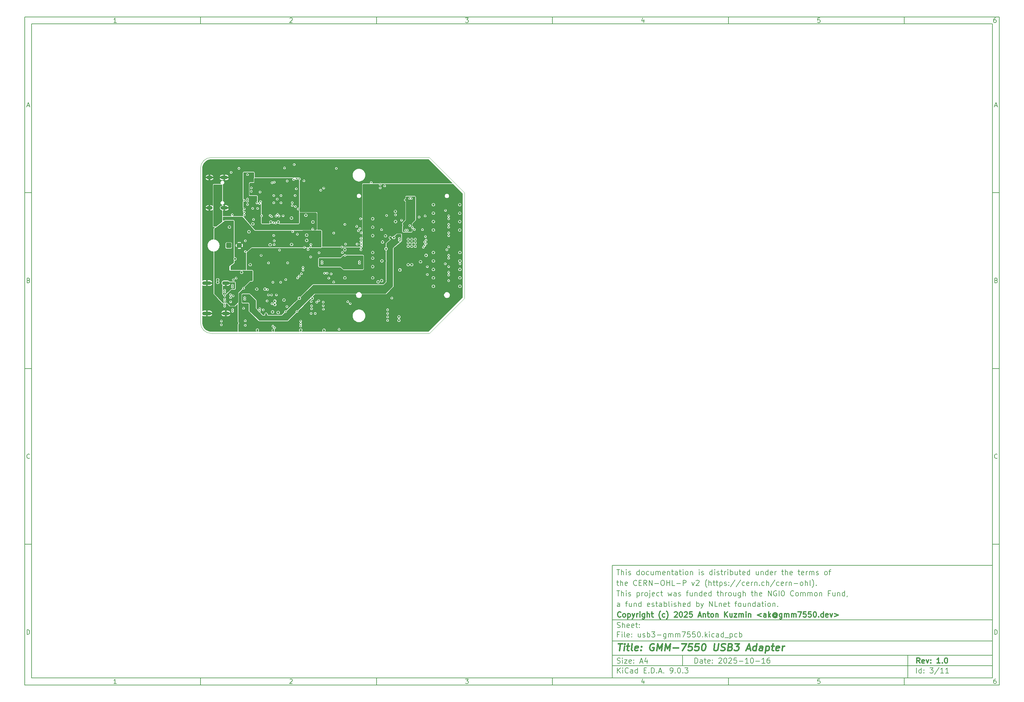
<source format=gbr>
%TF.GenerationSoftware,KiCad,Pcbnew,9.0.3*%
%TF.CreationDate,2025-10-16T10:39:47+02:00*%
%TF.ProjectId,usb3-gmm7550,75736233-2d67-46d6-9d37-3535302e6b69,1.0*%
%TF.SameCoordinates,Original*%
%TF.FileFunction,Copper,L3,Inr*%
%TF.FilePolarity,Positive*%
%FSLAX46Y46*%
G04 Gerber Fmt 4.6, Leading zero omitted, Abs format (unit mm)*
G04 Created by KiCad (PCBNEW 9.0.3) date 2025-10-16 10:39:47*
%MOMM*%
%LPD*%
G01*
G04 APERTURE LIST*
G04 Aperture macros list*
%AMRoundRect*
0 Rectangle with rounded corners*
0 $1 Rounding radius*
0 $2 $3 $4 $5 $6 $7 $8 $9 X,Y pos of 4 corners*
0 Add a 4 corners polygon primitive as box body*
4,1,4,$2,$3,$4,$5,$6,$7,$8,$9,$2,$3,0*
0 Add four circle primitives for the rounded corners*
1,1,$1+$1,$2,$3*
1,1,$1+$1,$4,$5*
1,1,$1+$1,$6,$7*
1,1,$1+$1,$8,$9*
0 Add four rect primitives between the rounded corners*
20,1,$1+$1,$2,$3,$4,$5,0*
20,1,$1+$1,$4,$5,$6,$7,0*
20,1,$1+$1,$6,$7,$8,$9,0*
20,1,$1+$1,$8,$9,$2,$3,0*%
G04 Aperture macros list end*
%ADD10C,0.100000*%
%ADD11C,0.150000*%
%ADD12C,0.300000*%
%ADD13C,0.400000*%
%TA.AperFunction,HeatsinkPad*%
%ADD14O,2.100000X1.100000*%
%TD*%
%TA.AperFunction,HeatsinkPad*%
%ADD15O,2.600000X1.100000*%
%TD*%
%TA.AperFunction,HeatsinkPad*%
%ADD16O,2.100000X1.000000*%
%TD*%
%TA.AperFunction,HeatsinkPad*%
%ADD17O,1.800000X1.000000*%
%TD*%
%TA.AperFunction,ComponentPad*%
%ADD18RoundRect,0.250001X0.499999X-0.499999X0.499999X0.499999X-0.499999X0.499999X-0.499999X-0.499999X0*%
%TD*%
%TA.AperFunction,ComponentPad*%
%ADD19C,1.500000*%
%TD*%
%TA.AperFunction,HeatsinkPad*%
%ADD20C,0.500000*%
%TD*%
%TA.AperFunction,ComponentPad*%
%ADD21C,0.400000*%
%TD*%
%TA.AperFunction,ViaPad*%
%ADD22C,0.400000*%
%TD*%
%TA.AperFunction,ViaPad*%
%ADD23C,0.600000*%
%TD*%
%TA.AperFunction,Conductor*%
%ADD24C,0.600000*%
%TD*%
%TA.AperFunction,Profile*%
%ADD25C,0.100000*%
%TD*%
G04 APERTURE END LIST*
D10*
D11*
X177002200Y-166007200D02*
X285002200Y-166007200D01*
X285002200Y-198007200D01*
X177002200Y-198007200D01*
X177002200Y-166007200D01*
D10*
D11*
X10000000Y-10000000D02*
X287002200Y-10000000D01*
X287002200Y-200007200D01*
X10000000Y-200007200D01*
X10000000Y-10000000D01*
D10*
D11*
X12000000Y-12000000D02*
X285002200Y-12000000D01*
X285002200Y-198007200D01*
X12000000Y-198007200D01*
X12000000Y-12000000D01*
D10*
D11*
X60000000Y-12000000D02*
X60000000Y-10000000D01*
D10*
D11*
X110000000Y-12000000D02*
X110000000Y-10000000D01*
D10*
D11*
X160000000Y-12000000D02*
X160000000Y-10000000D01*
D10*
D11*
X210000000Y-12000000D02*
X210000000Y-10000000D01*
D10*
D11*
X260000000Y-12000000D02*
X260000000Y-10000000D01*
D10*
D11*
X36089160Y-11593604D02*
X35346303Y-11593604D01*
X35717731Y-11593604D02*
X35717731Y-10293604D01*
X35717731Y-10293604D02*
X35593922Y-10479319D01*
X35593922Y-10479319D02*
X35470112Y-10603128D01*
X35470112Y-10603128D02*
X35346303Y-10665033D01*
D10*
D11*
X85346303Y-10417414D02*
X85408207Y-10355509D01*
X85408207Y-10355509D02*
X85532017Y-10293604D01*
X85532017Y-10293604D02*
X85841541Y-10293604D01*
X85841541Y-10293604D02*
X85965350Y-10355509D01*
X85965350Y-10355509D02*
X86027255Y-10417414D01*
X86027255Y-10417414D02*
X86089160Y-10541223D01*
X86089160Y-10541223D02*
X86089160Y-10665033D01*
X86089160Y-10665033D02*
X86027255Y-10850747D01*
X86027255Y-10850747D02*
X85284398Y-11593604D01*
X85284398Y-11593604D02*
X86089160Y-11593604D01*
D10*
D11*
X135284398Y-10293604D02*
X136089160Y-10293604D01*
X136089160Y-10293604D02*
X135655826Y-10788842D01*
X135655826Y-10788842D02*
X135841541Y-10788842D01*
X135841541Y-10788842D02*
X135965350Y-10850747D01*
X135965350Y-10850747D02*
X136027255Y-10912652D01*
X136027255Y-10912652D02*
X136089160Y-11036461D01*
X136089160Y-11036461D02*
X136089160Y-11345985D01*
X136089160Y-11345985D02*
X136027255Y-11469795D01*
X136027255Y-11469795D02*
X135965350Y-11531700D01*
X135965350Y-11531700D02*
X135841541Y-11593604D01*
X135841541Y-11593604D02*
X135470112Y-11593604D01*
X135470112Y-11593604D02*
X135346303Y-11531700D01*
X135346303Y-11531700D02*
X135284398Y-11469795D01*
D10*
D11*
X185965350Y-10726938D02*
X185965350Y-11593604D01*
X185655826Y-10231700D02*
X185346303Y-11160271D01*
X185346303Y-11160271D02*
X186151064Y-11160271D01*
D10*
D11*
X236027255Y-10293604D02*
X235408207Y-10293604D01*
X235408207Y-10293604D02*
X235346303Y-10912652D01*
X235346303Y-10912652D02*
X235408207Y-10850747D01*
X235408207Y-10850747D02*
X235532017Y-10788842D01*
X235532017Y-10788842D02*
X235841541Y-10788842D01*
X235841541Y-10788842D02*
X235965350Y-10850747D01*
X235965350Y-10850747D02*
X236027255Y-10912652D01*
X236027255Y-10912652D02*
X236089160Y-11036461D01*
X236089160Y-11036461D02*
X236089160Y-11345985D01*
X236089160Y-11345985D02*
X236027255Y-11469795D01*
X236027255Y-11469795D02*
X235965350Y-11531700D01*
X235965350Y-11531700D02*
X235841541Y-11593604D01*
X235841541Y-11593604D02*
X235532017Y-11593604D01*
X235532017Y-11593604D02*
X235408207Y-11531700D01*
X235408207Y-11531700D02*
X235346303Y-11469795D01*
D10*
D11*
X285965350Y-10293604D02*
X285717731Y-10293604D01*
X285717731Y-10293604D02*
X285593922Y-10355509D01*
X285593922Y-10355509D02*
X285532017Y-10417414D01*
X285532017Y-10417414D02*
X285408207Y-10603128D01*
X285408207Y-10603128D02*
X285346303Y-10850747D01*
X285346303Y-10850747D02*
X285346303Y-11345985D01*
X285346303Y-11345985D02*
X285408207Y-11469795D01*
X285408207Y-11469795D02*
X285470112Y-11531700D01*
X285470112Y-11531700D02*
X285593922Y-11593604D01*
X285593922Y-11593604D02*
X285841541Y-11593604D01*
X285841541Y-11593604D02*
X285965350Y-11531700D01*
X285965350Y-11531700D02*
X286027255Y-11469795D01*
X286027255Y-11469795D02*
X286089160Y-11345985D01*
X286089160Y-11345985D02*
X286089160Y-11036461D01*
X286089160Y-11036461D02*
X286027255Y-10912652D01*
X286027255Y-10912652D02*
X285965350Y-10850747D01*
X285965350Y-10850747D02*
X285841541Y-10788842D01*
X285841541Y-10788842D02*
X285593922Y-10788842D01*
X285593922Y-10788842D02*
X285470112Y-10850747D01*
X285470112Y-10850747D02*
X285408207Y-10912652D01*
X285408207Y-10912652D02*
X285346303Y-11036461D01*
D10*
D11*
X60000000Y-198007200D02*
X60000000Y-200007200D01*
D10*
D11*
X110000000Y-198007200D02*
X110000000Y-200007200D01*
D10*
D11*
X160000000Y-198007200D02*
X160000000Y-200007200D01*
D10*
D11*
X210000000Y-198007200D02*
X210000000Y-200007200D01*
D10*
D11*
X260000000Y-198007200D02*
X260000000Y-200007200D01*
D10*
D11*
X36089160Y-199600804D02*
X35346303Y-199600804D01*
X35717731Y-199600804D02*
X35717731Y-198300804D01*
X35717731Y-198300804D02*
X35593922Y-198486519D01*
X35593922Y-198486519D02*
X35470112Y-198610328D01*
X35470112Y-198610328D02*
X35346303Y-198672233D01*
D10*
D11*
X85346303Y-198424614D02*
X85408207Y-198362709D01*
X85408207Y-198362709D02*
X85532017Y-198300804D01*
X85532017Y-198300804D02*
X85841541Y-198300804D01*
X85841541Y-198300804D02*
X85965350Y-198362709D01*
X85965350Y-198362709D02*
X86027255Y-198424614D01*
X86027255Y-198424614D02*
X86089160Y-198548423D01*
X86089160Y-198548423D02*
X86089160Y-198672233D01*
X86089160Y-198672233D02*
X86027255Y-198857947D01*
X86027255Y-198857947D02*
X85284398Y-199600804D01*
X85284398Y-199600804D02*
X86089160Y-199600804D01*
D10*
D11*
X135284398Y-198300804D02*
X136089160Y-198300804D01*
X136089160Y-198300804D02*
X135655826Y-198796042D01*
X135655826Y-198796042D02*
X135841541Y-198796042D01*
X135841541Y-198796042D02*
X135965350Y-198857947D01*
X135965350Y-198857947D02*
X136027255Y-198919852D01*
X136027255Y-198919852D02*
X136089160Y-199043661D01*
X136089160Y-199043661D02*
X136089160Y-199353185D01*
X136089160Y-199353185D02*
X136027255Y-199476995D01*
X136027255Y-199476995D02*
X135965350Y-199538900D01*
X135965350Y-199538900D02*
X135841541Y-199600804D01*
X135841541Y-199600804D02*
X135470112Y-199600804D01*
X135470112Y-199600804D02*
X135346303Y-199538900D01*
X135346303Y-199538900D02*
X135284398Y-199476995D01*
D10*
D11*
X185965350Y-198734138D02*
X185965350Y-199600804D01*
X185655826Y-198238900D02*
X185346303Y-199167471D01*
X185346303Y-199167471D02*
X186151064Y-199167471D01*
D10*
D11*
X236027255Y-198300804D02*
X235408207Y-198300804D01*
X235408207Y-198300804D02*
X235346303Y-198919852D01*
X235346303Y-198919852D02*
X235408207Y-198857947D01*
X235408207Y-198857947D02*
X235532017Y-198796042D01*
X235532017Y-198796042D02*
X235841541Y-198796042D01*
X235841541Y-198796042D02*
X235965350Y-198857947D01*
X235965350Y-198857947D02*
X236027255Y-198919852D01*
X236027255Y-198919852D02*
X236089160Y-199043661D01*
X236089160Y-199043661D02*
X236089160Y-199353185D01*
X236089160Y-199353185D02*
X236027255Y-199476995D01*
X236027255Y-199476995D02*
X235965350Y-199538900D01*
X235965350Y-199538900D02*
X235841541Y-199600804D01*
X235841541Y-199600804D02*
X235532017Y-199600804D01*
X235532017Y-199600804D02*
X235408207Y-199538900D01*
X235408207Y-199538900D02*
X235346303Y-199476995D01*
D10*
D11*
X285965350Y-198300804D02*
X285717731Y-198300804D01*
X285717731Y-198300804D02*
X285593922Y-198362709D01*
X285593922Y-198362709D02*
X285532017Y-198424614D01*
X285532017Y-198424614D02*
X285408207Y-198610328D01*
X285408207Y-198610328D02*
X285346303Y-198857947D01*
X285346303Y-198857947D02*
X285346303Y-199353185D01*
X285346303Y-199353185D02*
X285408207Y-199476995D01*
X285408207Y-199476995D02*
X285470112Y-199538900D01*
X285470112Y-199538900D02*
X285593922Y-199600804D01*
X285593922Y-199600804D02*
X285841541Y-199600804D01*
X285841541Y-199600804D02*
X285965350Y-199538900D01*
X285965350Y-199538900D02*
X286027255Y-199476995D01*
X286027255Y-199476995D02*
X286089160Y-199353185D01*
X286089160Y-199353185D02*
X286089160Y-199043661D01*
X286089160Y-199043661D02*
X286027255Y-198919852D01*
X286027255Y-198919852D02*
X285965350Y-198857947D01*
X285965350Y-198857947D02*
X285841541Y-198796042D01*
X285841541Y-198796042D02*
X285593922Y-198796042D01*
X285593922Y-198796042D02*
X285470112Y-198857947D01*
X285470112Y-198857947D02*
X285408207Y-198919852D01*
X285408207Y-198919852D02*
X285346303Y-199043661D01*
D10*
D11*
X10000000Y-60000000D02*
X12000000Y-60000000D01*
D10*
D11*
X10000000Y-110000000D02*
X12000000Y-110000000D01*
D10*
D11*
X10000000Y-160000000D02*
X12000000Y-160000000D01*
D10*
D11*
X10690476Y-35222176D02*
X11309523Y-35222176D01*
X10566666Y-35593604D02*
X10999999Y-34293604D01*
X10999999Y-34293604D02*
X11433333Y-35593604D01*
D10*
D11*
X11092857Y-84912652D02*
X11278571Y-84974557D01*
X11278571Y-84974557D02*
X11340476Y-85036461D01*
X11340476Y-85036461D02*
X11402380Y-85160271D01*
X11402380Y-85160271D02*
X11402380Y-85345985D01*
X11402380Y-85345985D02*
X11340476Y-85469795D01*
X11340476Y-85469795D02*
X11278571Y-85531700D01*
X11278571Y-85531700D02*
X11154761Y-85593604D01*
X11154761Y-85593604D02*
X10659523Y-85593604D01*
X10659523Y-85593604D02*
X10659523Y-84293604D01*
X10659523Y-84293604D02*
X11092857Y-84293604D01*
X11092857Y-84293604D02*
X11216666Y-84355509D01*
X11216666Y-84355509D02*
X11278571Y-84417414D01*
X11278571Y-84417414D02*
X11340476Y-84541223D01*
X11340476Y-84541223D02*
X11340476Y-84665033D01*
X11340476Y-84665033D02*
X11278571Y-84788842D01*
X11278571Y-84788842D02*
X11216666Y-84850747D01*
X11216666Y-84850747D02*
X11092857Y-84912652D01*
X11092857Y-84912652D02*
X10659523Y-84912652D01*
D10*
D11*
X11402380Y-135469795D02*
X11340476Y-135531700D01*
X11340476Y-135531700D02*
X11154761Y-135593604D01*
X11154761Y-135593604D02*
X11030952Y-135593604D01*
X11030952Y-135593604D02*
X10845238Y-135531700D01*
X10845238Y-135531700D02*
X10721428Y-135407890D01*
X10721428Y-135407890D02*
X10659523Y-135284080D01*
X10659523Y-135284080D02*
X10597619Y-135036461D01*
X10597619Y-135036461D02*
X10597619Y-134850747D01*
X10597619Y-134850747D02*
X10659523Y-134603128D01*
X10659523Y-134603128D02*
X10721428Y-134479319D01*
X10721428Y-134479319D02*
X10845238Y-134355509D01*
X10845238Y-134355509D02*
X11030952Y-134293604D01*
X11030952Y-134293604D02*
X11154761Y-134293604D01*
X11154761Y-134293604D02*
X11340476Y-134355509D01*
X11340476Y-134355509D02*
X11402380Y-134417414D01*
D10*
D11*
X10659523Y-185593604D02*
X10659523Y-184293604D01*
X10659523Y-184293604D02*
X10969047Y-184293604D01*
X10969047Y-184293604D02*
X11154761Y-184355509D01*
X11154761Y-184355509D02*
X11278571Y-184479319D01*
X11278571Y-184479319D02*
X11340476Y-184603128D01*
X11340476Y-184603128D02*
X11402380Y-184850747D01*
X11402380Y-184850747D02*
X11402380Y-185036461D01*
X11402380Y-185036461D02*
X11340476Y-185284080D01*
X11340476Y-185284080D02*
X11278571Y-185407890D01*
X11278571Y-185407890D02*
X11154761Y-185531700D01*
X11154761Y-185531700D02*
X10969047Y-185593604D01*
X10969047Y-185593604D02*
X10659523Y-185593604D01*
D10*
D11*
X287002200Y-60000000D02*
X285002200Y-60000000D01*
D10*
D11*
X287002200Y-110000000D02*
X285002200Y-110000000D01*
D10*
D11*
X287002200Y-160000000D02*
X285002200Y-160000000D01*
D10*
D11*
X285692676Y-35222176D02*
X286311723Y-35222176D01*
X285568866Y-35593604D02*
X286002199Y-34293604D01*
X286002199Y-34293604D02*
X286435533Y-35593604D01*
D10*
D11*
X286095057Y-84912652D02*
X286280771Y-84974557D01*
X286280771Y-84974557D02*
X286342676Y-85036461D01*
X286342676Y-85036461D02*
X286404580Y-85160271D01*
X286404580Y-85160271D02*
X286404580Y-85345985D01*
X286404580Y-85345985D02*
X286342676Y-85469795D01*
X286342676Y-85469795D02*
X286280771Y-85531700D01*
X286280771Y-85531700D02*
X286156961Y-85593604D01*
X286156961Y-85593604D02*
X285661723Y-85593604D01*
X285661723Y-85593604D02*
X285661723Y-84293604D01*
X285661723Y-84293604D02*
X286095057Y-84293604D01*
X286095057Y-84293604D02*
X286218866Y-84355509D01*
X286218866Y-84355509D02*
X286280771Y-84417414D01*
X286280771Y-84417414D02*
X286342676Y-84541223D01*
X286342676Y-84541223D02*
X286342676Y-84665033D01*
X286342676Y-84665033D02*
X286280771Y-84788842D01*
X286280771Y-84788842D02*
X286218866Y-84850747D01*
X286218866Y-84850747D02*
X286095057Y-84912652D01*
X286095057Y-84912652D02*
X285661723Y-84912652D01*
D10*
D11*
X286404580Y-135469795D02*
X286342676Y-135531700D01*
X286342676Y-135531700D02*
X286156961Y-135593604D01*
X286156961Y-135593604D02*
X286033152Y-135593604D01*
X286033152Y-135593604D02*
X285847438Y-135531700D01*
X285847438Y-135531700D02*
X285723628Y-135407890D01*
X285723628Y-135407890D02*
X285661723Y-135284080D01*
X285661723Y-135284080D02*
X285599819Y-135036461D01*
X285599819Y-135036461D02*
X285599819Y-134850747D01*
X285599819Y-134850747D02*
X285661723Y-134603128D01*
X285661723Y-134603128D02*
X285723628Y-134479319D01*
X285723628Y-134479319D02*
X285847438Y-134355509D01*
X285847438Y-134355509D02*
X286033152Y-134293604D01*
X286033152Y-134293604D02*
X286156961Y-134293604D01*
X286156961Y-134293604D02*
X286342676Y-134355509D01*
X286342676Y-134355509D02*
X286404580Y-134417414D01*
D10*
D11*
X285661723Y-185593604D02*
X285661723Y-184293604D01*
X285661723Y-184293604D02*
X285971247Y-184293604D01*
X285971247Y-184293604D02*
X286156961Y-184355509D01*
X286156961Y-184355509D02*
X286280771Y-184479319D01*
X286280771Y-184479319D02*
X286342676Y-184603128D01*
X286342676Y-184603128D02*
X286404580Y-184850747D01*
X286404580Y-184850747D02*
X286404580Y-185036461D01*
X286404580Y-185036461D02*
X286342676Y-185284080D01*
X286342676Y-185284080D02*
X286280771Y-185407890D01*
X286280771Y-185407890D02*
X286156961Y-185531700D01*
X286156961Y-185531700D02*
X285971247Y-185593604D01*
X285971247Y-185593604D02*
X285661723Y-185593604D01*
D10*
D11*
X200458026Y-193793328D02*
X200458026Y-192293328D01*
X200458026Y-192293328D02*
X200815169Y-192293328D01*
X200815169Y-192293328D02*
X201029455Y-192364757D01*
X201029455Y-192364757D02*
X201172312Y-192507614D01*
X201172312Y-192507614D02*
X201243741Y-192650471D01*
X201243741Y-192650471D02*
X201315169Y-192936185D01*
X201315169Y-192936185D02*
X201315169Y-193150471D01*
X201315169Y-193150471D02*
X201243741Y-193436185D01*
X201243741Y-193436185D02*
X201172312Y-193579042D01*
X201172312Y-193579042D02*
X201029455Y-193721900D01*
X201029455Y-193721900D02*
X200815169Y-193793328D01*
X200815169Y-193793328D02*
X200458026Y-193793328D01*
X202600884Y-193793328D02*
X202600884Y-193007614D01*
X202600884Y-193007614D02*
X202529455Y-192864757D01*
X202529455Y-192864757D02*
X202386598Y-192793328D01*
X202386598Y-192793328D02*
X202100884Y-192793328D01*
X202100884Y-192793328D02*
X201958026Y-192864757D01*
X202600884Y-193721900D02*
X202458026Y-193793328D01*
X202458026Y-193793328D02*
X202100884Y-193793328D01*
X202100884Y-193793328D02*
X201958026Y-193721900D01*
X201958026Y-193721900D02*
X201886598Y-193579042D01*
X201886598Y-193579042D02*
X201886598Y-193436185D01*
X201886598Y-193436185D02*
X201958026Y-193293328D01*
X201958026Y-193293328D02*
X202100884Y-193221900D01*
X202100884Y-193221900D02*
X202458026Y-193221900D01*
X202458026Y-193221900D02*
X202600884Y-193150471D01*
X203100884Y-192793328D02*
X203672312Y-192793328D01*
X203315169Y-192293328D02*
X203315169Y-193579042D01*
X203315169Y-193579042D02*
X203386598Y-193721900D01*
X203386598Y-193721900D02*
X203529455Y-193793328D01*
X203529455Y-193793328D02*
X203672312Y-193793328D01*
X204743741Y-193721900D02*
X204600884Y-193793328D01*
X204600884Y-193793328D02*
X204315170Y-193793328D01*
X204315170Y-193793328D02*
X204172312Y-193721900D01*
X204172312Y-193721900D02*
X204100884Y-193579042D01*
X204100884Y-193579042D02*
X204100884Y-193007614D01*
X204100884Y-193007614D02*
X204172312Y-192864757D01*
X204172312Y-192864757D02*
X204315170Y-192793328D01*
X204315170Y-192793328D02*
X204600884Y-192793328D01*
X204600884Y-192793328D02*
X204743741Y-192864757D01*
X204743741Y-192864757D02*
X204815170Y-193007614D01*
X204815170Y-193007614D02*
X204815170Y-193150471D01*
X204815170Y-193150471D02*
X204100884Y-193293328D01*
X205458026Y-193650471D02*
X205529455Y-193721900D01*
X205529455Y-193721900D02*
X205458026Y-193793328D01*
X205458026Y-193793328D02*
X205386598Y-193721900D01*
X205386598Y-193721900D02*
X205458026Y-193650471D01*
X205458026Y-193650471D02*
X205458026Y-193793328D01*
X205458026Y-192864757D02*
X205529455Y-192936185D01*
X205529455Y-192936185D02*
X205458026Y-193007614D01*
X205458026Y-193007614D02*
X205386598Y-192936185D01*
X205386598Y-192936185D02*
X205458026Y-192864757D01*
X205458026Y-192864757D02*
X205458026Y-193007614D01*
X207243741Y-192436185D02*
X207315169Y-192364757D01*
X207315169Y-192364757D02*
X207458027Y-192293328D01*
X207458027Y-192293328D02*
X207815169Y-192293328D01*
X207815169Y-192293328D02*
X207958027Y-192364757D01*
X207958027Y-192364757D02*
X208029455Y-192436185D01*
X208029455Y-192436185D02*
X208100884Y-192579042D01*
X208100884Y-192579042D02*
X208100884Y-192721900D01*
X208100884Y-192721900D02*
X208029455Y-192936185D01*
X208029455Y-192936185D02*
X207172312Y-193793328D01*
X207172312Y-193793328D02*
X208100884Y-193793328D01*
X209029455Y-192293328D02*
X209172312Y-192293328D01*
X209172312Y-192293328D02*
X209315169Y-192364757D01*
X209315169Y-192364757D02*
X209386598Y-192436185D01*
X209386598Y-192436185D02*
X209458026Y-192579042D01*
X209458026Y-192579042D02*
X209529455Y-192864757D01*
X209529455Y-192864757D02*
X209529455Y-193221900D01*
X209529455Y-193221900D02*
X209458026Y-193507614D01*
X209458026Y-193507614D02*
X209386598Y-193650471D01*
X209386598Y-193650471D02*
X209315169Y-193721900D01*
X209315169Y-193721900D02*
X209172312Y-193793328D01*
X209172312Y-193793328D02*
X209029455Y-193793328D01*
X209029455Y-193793328D02*
X208886598Y-193721900D01*
X208886598Y-193721900D02*
X208815169Y-193650471D01*
X208815169Y-193650471D02*
X208743740Y-193507614D01*
X208743740Y-193507614D02*
X208672312Y-193221900D01*
X208672312Y-193221900D02*
X208672312Y-192864757D01*
X208672312Y-192864757D02*
X208743740Y-192579042D01*
X208743740Y-192579042D02*
X208815169Y-192436185D01*
X208815169Y-192436185D02*
X208886598Y-192364757D01*
X208886598Y-192364757D02*
X209029455Y-192293328D01*
X210100883Y-192436185D02*
X210172311Y-192364757D01*
X210172311Y-192364757D02*
X210315169Y-192293328D01*
X210315169Y-192293328D02*
X210672311Y-192293328D01*
X210672311Y-192293328D02*
X210815169Y-192364757D01*
X210815169Y-192364757D02*
X210886597Y-192436185D01*
X210886597Y-192436185D02*
X210958026Y-192579042D01*
X210958026Y-192579042D02*
X210958026Y-192721900D01*
X210958026Y-192721900D02*
X210886597Y-192936185D01*
X210886597Y-192936185D02*
X210029454Y-193793328D01*
X210029454Y-193793328D02*
X210958026Y-193793328D01*
X212315168Y-192293328D02*
X211600882Y-192293328D01*
X211600882Y-192293328D02*
X211529454Y-193007614D01*
X211529454Y-193007614D02*
X211600882Y-192936185D01*
X211600882Y-192936185D02*
X211743740Y-192864757D01*
X211743740Y-192864757D02*
X212100882Y-192864757D01*
X212100882Y-192864757D02*
X212243740Y-192936185D01*
X212243740Y-192936185D02*
X212315168Y-193007614D01*
X212315168Y-193007614D02*
X212386597Y-193150471D01*
X212386597Y-193150471D02*
X212386597Y-193507614D01*
X212386597Y-193507614D02*
X212315168Y-193650471D01*
X212315168Y-193650471D02*
X212243740Y-193721900D01*
X212243740Y-193721900D02*
X212100882Y-193793328D01*
X212100882Y-193793328D02*
X211743740Y-193793328D01*
X211743740Y-193793328D02*
X211600882Y-193721900D01*
X211600882Y-193721900D02*
X211529454Y-193650471D01*
X213029453Y-193221900D02*
X214172311Y-193221900D01*
X215672311Y-193793328D02*
X214815168Y-193793328D01*
X215243739Y-193793328D02*
X215243739Y-192293328D01*
X215243739Y-192293328D02*
X215100882Y-192507614D01*
X215100882Y-192507614D02*
X214958025Y-192650471D01*
X214958025Y-192650471D02*
X214815168Y-192721900D01*
X216600882Y-192293328D02*
X216743739Y-192293328D01*
X216743739Y-192293328D02*
X216886596Y-192364757D01*
X216886596Y-192364757D02*
X216958025Y-192436185D01*
X216958025Y-192436185D02*
X217029453Y-192579042D01*
X217029453Y-192579042D02*
X217100882Y-192864757D01*
X217100882Y-192864757D02*
X217100882Y-193221900D01*
X217100882Y-193221900D02*
X217029453Y-193507614D01*
X217029453Y-193507614D02*
X216958025Y-193650471D01*
X216958025Y-193650471D02*
X216886596Y-193721900D01*
X216886596Y-193721900D02*
X216743739Y-193793328D01*
X216743739Y-193793328D02*
X216600882Y-193793328D01*
X216600882Y-193793328D02*
X216458025Y-193721900D01*
X216458025Y-193721900D02*
X216386596Y-193650471D01*
X216386596Y-193650471D02*
X216315167Y-193507614D01*
X216315167Y-193507614D02*
X216243739Y-193221900D01*
X216243739Y-193221900D02*
X216243739Y-192864757D01*
X216243739Y-192864757D02*
X216315167Y-192579042D01*
X216315167Y-192579042D02*
X216386596Y-192436185D01*
X216386596Y-192436185D02*
X216458025Y-192364757D01*
X216458025Y-192364757D02*
X216600882Y-192293328D01*
X217743738Y-193221900D02*
X218886596Y-193221900D01*
X220386596Y-193793328D02*
X219529453Y-193793328D01*
X219958024Y-193793328D02*
X219958024Y-192293328D01*
X219958024Y-192293328D02*
X219815167Y-192507614D01*
X219815167Y-192507614D02*
X219672310Y-192650471D01*
X219672310Y-192650471D02*
X219529453Y-192721900D01*
X221672310Y-192293328D02*
X221386595Y-192293328D01*
X221386595Y-192293328D02*
X221243738Y-192364757D01*
X221243738Y-192364757D02*
X221172310Y-192436185D01*
X221172310Y-192436185D02*
X221029452Y-192650471D01*
X221029452Y-192650471D02*
X220958024Y-192936185D01*
X220958024Y-192936185D02*
X220958024Y-193507614D01*
X220958024Y-193507614D02*
X221029452Y-193650471D01*
X221029452Y-193650471D02*
X221100881Y-193721900D01*
X221100881Y-193721900D02*
X221243738Y-193793328D01*
X221243738Y-193793328D02*
X221529452Y-193793328D01*
X221529452Y-193793328D02*
X221672310Y-193721900D01*
X221672310Y-193721900D02*
X221743738Y-193650471D01*
X221743738Y-193650471D02*
X221815167Y-193507614D01*
X221815167Y-193507614D02*
X221815167Y-193150471D01*
X221815167Y-193150471D02*
X221743738Y-193007614D01*
X221743738Y-193007614D02*
X221672310Y-192936185D01*
X221672310Y-192936185D02*
X221529452Y-192864757D01*
X221529452Y-192864757D02*
X221243738Y-192864757D01*
X221243738Y-192864757D02*
X221100881Y-192936185D01*
X221100881Y-192936185D02*
X221029452Y-193007614D01*
X221029452Y-193007614D02*
X220958024Y-193150471D01*
D10*
D11*
X177002200Y-194507200D02*
X285002200Y-194507200D01*
D10*
D11*
X178458026Y-196593328D02*
X178458026Y-195093328D01*
X179315169Y-196593328D02*
X178672312Y-195736185D01*
X179315169Y-195093328D02*
X178458026Y-195950471D01*
X179958026Y-196593328D02*
X179958026Y-195593328D01*
X179958026Y-195093328D02*
X179886598Y-195164757D01*
X179886598Y-195164757D02*
X179958026Y-195236185D01*
X179958026Y-195236185D02*
X180029455Y-195164757D01*
X180029455Y-195164757D02*
X179958026Y-195093328D01*
X179958026Y-195093328D02*
X179958026Y-195236185D01*
X181529455Y-196450471D02*
X181458027Y-196521900D01*
X181458027Y-196521900D02*
X181243741Y-196593328D01*
X181243741Y-196593328D02*
X181100884Y-196593328D01*
X181100884Y-196593328D02*
X180886598Y-196521900D01*
X180886598Y-196521900D02*
X180743741Y-196379042D01*
X180743741Y-196379042D02*
X180672312Y-196236185D01*
X180672312Y-196236185D02*
X180600884Y-195950471D01*
X180600884Y-195950471D02*
X180600884Y-195736185D01*
X180600884Y-195736185D02*
X180672312Y-195450471D01*
X180672312Y-195450471D02*
X180743741Y-195307614D01*
X180743741Y-195307614D02*
X180886598Y-195164757D01*
X180886598Y-195164757D02*
X181100884Y-195093328D01*
X181100884Y-195093328D02*
X181243741Y-195093328D01*
X181243741Y-195093328D02*
X181458027Y-195164757D01*
X181458027Y-195164757D02*
X181529455Y-195236185D01*
X182815170Y-196593328D02*
X182815170Y-195807614D01*
X182815170Y-195807614D02*
X182743741Y-195664757D01*
X182743741Y-195664757D02*
X182600884Y-195593328D01*
X182600884Y-195593328D02*
X182315170Y-195593328D01*
X182315170Y-195593328D02*
X182172312Y-195664757D01*
X182815170Y-196521900D02*
X182672312Y-196593328D01*
X182672312Y-196593328D02*
X182315170Y-196593328D01*
X182315170Y-196593328D02*
X182172312Y-196521900D01*
X182172312Y-196521900D02*
X182100884Y-196379042D01*
X182100884Y-196379042D02*
X182100884Y-196236185D01*
X182100884Y-196236185D02*
X182172312Y-196093328D01*
X182172312Y-196093328D02*
X182315170Y-196021900D01*
X182315170Y-196021900D02*
X182672312Y-196021900D01*
X182672312Y-196021900D02*
X182815170Y-195950471D01*
X184172313Y-196593328D02*
X184172313Y-195093328D01*
X184172313Y-196521900D02*
X184029455Y-196593328D01*
X184029455Y-196593328D02*
X183743741Y-196593328D01*
X183743741Y-196593328D02*
X183600884Y-196521900D01*
X183600884Y-196521900D02*
X183529455Y-196450471D01*
X183529455Y-196450471D02*
X183458027Y-196307614D01*
X183458027Y-196307614D02*
X183458027Y-195879042D01*
X183458027Y-195879042D02*
X183529455Y-195736185D01*
X183529455Y-195736185D02*
X183600884Y-195664757D01*
X183600884Y-195664757D02*
X183743741Y-195593328D01*
X183743741Y-195593328D02*
X184029455Y-195593328D01*
X184029455Y-195593328D02*
X184172313Y-195664757D01*
X186029455Y-195807614D02*
X186529455Y-195807614D01*
X186743741Y-196593328D02*
X186029455Y-196593328D01*
X186029455Y-196593328D02*
X186029455Y-195093328D01*
X186029455Y-195093328D02*
X186743741Y-195093328D01*
X187386598Y-196450471D02*
X187458027Y-196521900D01*
X187458027Y-196521900D02*
X187386598Y-196593328D01*
X187386598Y-196593328D02*
X187315170Y-196521900D01*
X187315170Y-196521900D02*
X187386598Y-196450471D01*
X187386598Y-196450471D02*
X187386598Y-196593328D01*
X188100884Y-196593328D02*
X188100884Y-195093328D01*
X188100884Y-195093328D02*
X188458027Y-195093328D01*
X188458027Y-195093328D02*
X188672313Y-195164757D01*
X188672313Y-195164757D02*
X188815170Y-195307614D01*
X188815170Y-195307614D02*
X188886599Y-195450471D01*
X188886599Y-195450471D02*
X188958027Y-195736185D01*
X188958027Y-195736185D02*
X188958027Y-195950471D01*
X188958027Y-195950471D02*
X188886599Y-196236185D01*
X188886599Y-196236185D02*
X188815170Y-196379042D01*
X188815170Y-196379042D02*
X188672313Y-196521900D01*
X188672313Y-196521900D02*
X188458027Y-196593328D01*
X188458027Y-196593328D02*
X188100884Y-196593328D01*
X189600884Y-196450471D02*
X189672313Y-196521900D01*
X189672313Y-196521900D02*
X189600884Y-196593328D01*
X189600884Y-196593328D02*
X189529456Y-196521900D01*
X189529456Y-196521900D02*
X189600884Y-196450471D01*
X189600884Y-196450471D02*
X189600884Y-196593328D01*
X190243742Y-196164757D02*
X190958028Y-196164757D01*
X190100885Y-196593328D02*
X190600885Y-195093328D01*
X190600885Y-195093328D02*
X191100885Y-196593328D01*
X191600884Y-196450471D02*
X191672313Y-196521900D01*
X191672313Y-196521900D02*
X191600884Y-196593328D01*
X191600884Y-196593328D02*
X191529456Y-196521900D01*
X191529456Y-196521900D02*
X191600884Y-196450471D01*
X191600884Y-196450471D02*
X191600884Y-196593328D01*
X193529456Y-196593328D02*
X193815170Y-196593328D01*
X193815170Y-196593328D02*
X193958027Y-196521900D01*
X193958027Y-196521900D02*
X194029456Y-196450471D01*
X194029456Y-196450471D02*
X194172313Y-196236185D01*
X194172313Y-196236185D02*
X194243742Y-195950471D01*
X194243742Y-195950471D02*
X194243742Y-195379042D01*
X194243742Y-195379042D02*
X194172313Y-195236185D01*
X194172313Y-195236185D02*
X194100885Y-195164757D01*
X194100885Y-195164757D02*
X193958027Y-195093328D01*
X193958027Y-195093328D02*
X193672313Y-195093328D01*
X193672313Y-195093328D02*
X193529456Y-195164757D01*
X193529456Y-195164757D02*
X193458027Y-195236185D01*
X193458027Y-195236185D02*
X193386599Y-195379042D01*
X193386599Y-195379042D02*
X193386599Y-195736185D01*
X193386599Y-195736185D02*
X193458027Y-195879042D01*
X193458027Y-195879042D02*
X193529456Y-195950471D01*
X193529456Y-195950471D02*
X193672313Y-196021900D01*
X193672313Y-196021900D02*
X193958027Y-196021900D01*
X193958027Y-196021900D02*
X194100885Y-195950471D01*
X194100885Y-195950471D02*
X194172313Y-195879042D01*
X194172313Y-195879042D02*
X194243742Y-195736185D01*
X194886598Y-196450471D02*
X194958027Y-196521900D01*
X194958027Y-196521900D02*
X194886598Y-196593328D01*
X194886598Y-196593328D02*
X194815170Y-196521900D01*
X194815170Y-196521900D02*
X194886598Y-196450471D01*
X194886598Y-196450471D02*
X194886598Y-196593328D01*
X195886599Y-195093328D02*
X196029456Y-195093328D01*
X196029456Y-195093328D02*
X196172313Y-195164757D01*
X196172313Y-195164757D02*
X196243742Y-195236185D01*
X196243742Y-195236185D02*
X196315170Y-195379042D01*
X196315170Y-195379042D02*
X196386599Y-195664757D01*
X196386599Y-195664757D02*
X196386599Y-196021900D01*
X196386599Y-196021900D02*
X196315170Y-196307614D01*
X196315170Y-196307614D02*
X196243742Y-196450471D01*
X196243742Y-196450471D02*
X196172313Y-196521900D01*
X196172313Y-196521900D02*
X196029456Y-196593328D01*
X196029456Y-196593328D02*
X195886599Y-196593328D01*
X195886599Y-196593328D02*
X195743742Y-196521900D01*
X195743742Y-196521900D02*
X195672313Y-196450471D01*
X195672313Y-196450471D02*
X195600884Y-196307614D01*
X195600884Y-196307614D02*
X195529456Y-196021900D01*
X195529456Y-196021900D02*
X195529456Y-195664757D01*
X195529456Y-195664757D02*
X195600884Y-195379042D01*
X195600884Y-195379042D02*
X195672313Y-195236185D01*
X195672313Y-195236185D02*
X195743742Y-195164757D01*
X195743742Y-195164757D02*
X195886599Y-195093328D01*
X197029455Y-196450471D02*
X197100884Y-196521900D01*
X197100884Y-196521900D02*
X197029455Y-196593328D01*
X197029455Y-196593328D02*
X196958027Y-196521900D01*
X196958027Y-196521900D02*
X197029455Y-196450471D01*
X197029455Y-196450471D02*
X197029455Y-196593328D01*
X197600884Y-195093328D02*
X198529456Y-195093328D01*
X198529456Y-195093328D02*
X198029456Y-195664757D01*
X198029456Y-195664757D02*
X198243741Y-195664757D01*
X198243741Y-195664757D02*
X198386599Y-195736185D01*
X198386599Y-195736185D02*
X198458027Y-195807614D01*
X198458027Y-195807614D02*
X198529456Y-195950471D01*
X198529456Y-195950471D02*
X198529456Y-196307614D01*
X198529456Y-196307614D02*
X198458027Y-196450471D01*
X198458027Y-196450471D02*
X198386599Y-196521900D01*
X198386599Y-196521900D02*
X198243741Y-196593328D01*
X198243741Y-196593328D02*
X197815170Y-196593328D01*
X197815170Y-196593328D02*
X197672313Y-196521900D01*
X197672313Y-196521900D02*
X197600884Y-196450471D01*
D10*
D11*
X177002200Y-191507200D02*
X285002200Y-191507200D01*
D10*
D12*
X264413853Y-193785528D02*
X263913853Y-193071242D01*
X263556710Y-193785528D02*
X263556710Y-192285528D01*
X263556710Y-192285528D02*
X264128139Y-192285528D01*
X264128139Y-192285528D02*
X264270996Y-192356957D01*
X264270996Y-192356957D02*
X264342425Y-192428385D01*
X264342425Y-192428385D02*
X264413853Y-192571242D01*
X264413853Y-192571242D02*
X264413853Y-192785528D01*
X264413853Y-192785528D02*
X264342425Y-192928385D01*
X264342425Y-192928385D02*
X264270996Y-192999814D01*
X264270996Y-192999814D02*
X264128139Y-193071242D01*
X264128139Y-193071242D02*
X263556710Y-193071242D01*
X265628139Y-193714100D02*
X265485282Y-193785528D01*
X265485282Y-193785528D02*
X265199568Y-193785528D01*
X265199568Y-193785528D02*
X265056710Y-193714100D01*
X265056710Y-193714100D02*
X264985282Y-193571242D01*
X264985282Y-193571242D02*
X264985282Y-192999814D01*
X264985282Y-192999814D02*
X265056710Y-192856957D01*
X265056710Y-192856957D02*
X265199568Y-192785528D01*
X265199568Y-192785528D02*
X265485282Y-192785528D01*
X265485282Y-192785528D02*
X265628139Y-192856957D01*
X265628139Y-192856957D02*
X265699568Y-192999814D01*
X265699568Y-192999814D02*
X265699568Y-193142671D01*
X265699568Y-193142671D02*
X264985282Y-193285528D01*
X266199567Y-192785528D02*
X266556710Y-193785528D01*
X266556710Y-193785528D02*
X266913853Y-192785528D01*
X267485281Y-193642671D02*
X267556710Y-193714100D01*
X267556710Y-193714100D02*
X267485281Y-193785528D01*
X267485281Y-193785528D02*
X267413853Y-193714100D01*
X267413853Y-193714100D02*
X267485281Y-193642671D01*
X267485281Y-193642671D02*
X267485281Y-193785528D01*
X267485281Y-192856957D02*
X267556710Y-192928385D01*
X267556710Y-192928385D02*
X267485281Y-192999814D01*
X267485281Y-192999814D02*
X267413853Y-192928385D01*
X267413853Y-192928385D02*
X267485281Y-192856957D01*
X267485281Y-192856957D02*
X267485281Y-192999814D01*
X270128139Y-193785528D02*
X269270996Y-193785528D01*
X269699567Y-193785528D02*
X269699567Y-192285528D01*
X269699567Y-192285528D02*
X269556710Y-192499814D01*
X269556710Y-192499814D02*
X269413853Y-192642671D01*
X269413853Y-192642671D02*
X269270996Y-192714100D01*
X270770995Y-193642671D02*
X270842424Y-193714100D01*
X270842424Y-193714100D02*
X270770995Y-193785528D01*
X270770995Y-193785528D02*
X270699567Y-193714100D01*
X270699567Y-193714100D02*
X270770995Y-193642671D01*
X270770995Y-193642671D02*
X270770995Y-193785528D01*
X271770996Y-192285528D02*
X271913853Y-192285528D01*
X271913853Y-192285528D02*
X272056710Y-192356957D01*
X272056710Y-192356957D02*
X272128139Y-192428385D01*
X272128139Y-192428385D02*
X272199567Y-192571242D01*
X272199567Y-192571242D02*
X272270996Y-192856957D01*
X272270996Y-192856957D02*
X272270996Y-193214100D01*
X272270996Y-193214100D02*
X272199567Y-193499814D01*
X272199567Y-193499814D02*
X272128139Y-193642671D01*
X272128139Y-193642671D02*
X272056710Y-193714100D01*
X272056710Y-193714100D02*
X271913853Y-193785528D01*
X271913853Y-193785528D02*
X271770996Y-193785528D01*
X271770996Y-193785528D02*
X271628139Y-193714100D01*
X271628139Y-193714100D02*
X271556710Y-193642671D01*
X271556710Y-193642671D02*
X271485281Y-193499814D01*
X271485281Y-193499814D02*
X271413853Y-193214100D01*
X271413853Y-193214100D02*
X271413853Y-192856957D01*
X271413853Y-192856957D02*
X271485281Y-192571242D01*
X271485281Y-192571242D02*
X271556710Y-192428385D01*
X271556710Y-192428385D02*
X271628139Y-192356957D01*
X271628139Y-192356957D02*
X271770996Y-192285528D01*
D10*
D11*
X178386598Y-193721900D02*
X178600884Y-193793328D01*
X178600884Y-193793328D02*
X178958026Y-193793328D01*
X178958026Y-193793328D02*
X179100884Y-193721900D01*
X179100884Y-193721900D02*
X179172312Y-193650471D01*
X179172312Y-193650471D02*
X179243741Y-193507614D01*
X179243741Y-193507614D02*
X179243741Y-193364757D01*
X179243741Y-193364757D02*
X179172312Y-193221900D01*
X179172312Y-193221900D02*
X179100884Y-193150471D01*
X179100884Y-193150471D02*
X178958026Y-193079042D01*
X178958026Y-193079042D02*
X178672312Y-193007614D01*
X178672312Y-193007614D02*
X178529455Y-192936185D01*
X178529455Y-192936185D02*
X178458026Y-192864757D01*
X178458026Y-192864757D02*
X178386598Y-192721900D01*
X178386598Y-192721900D02*
X178386598Y-192579042D01*
X178386598Y-192579042D02*
X178458026Y-192436185D01*
X178458026Y-192436185D02*
X178529455Y-192364757D01*
X178529455Y-192364757D02*
X178672312Y-192293328D01*
X178672312Y-192293328D02*
X179029455Y-192293328D01*
X179029455Y-192293328D02*
X179243741Y-192364757D01*
X179886597Y-193793328D02*
X179886597Y-192793328D01*
X179886597Y-192293328D02*
X179815169Y-192364757D01*
X179815169Y-192364757D02*
X179886597Y-192436185D01*
X179886597Y-192436185D02*
X179958026Y-192364757D01*
X179958026Y-192364757D02*
X179886597Y-192293328D01*
X179886597Y-192293328D02*
X179886597Y-192436185D01*
X180458026Y-192793328D02*
X181243741Y-192793328D01*
X181243741Y-192793328D02*
X180458026Y-193793328D01*
X180458026Y-193793328D02*
X181243741Y-193793328D01*
X182386598Y-193721900D02*
X182243741Y-193793328D01*
X182243741Y-193793328D02*
X181958027Y-193793328D01*
X181958027Y-193793328D02*
X181815169Y-193721900D01*
X181815169Y-193721900D02*
X181743741Y-193579042D01*
X181743741Y-193579042D02*
X181743741Y-193007614D01*
X181743741Y-193007614D02*
X181815169Y-192864757D01*
X181815169Y-192864757D02*
X181958027Y-192793328D01*
X181958027Y-192793328D02*
X182243741Y-192793328D01*
X182243741Y-192793328D02*
X182386598Y-192864757D01*
X182386598Y-192864757D02*
X182458027Y-193007614D01*
X182458027Y-193007614D02*
X182458027Y-193150471D01*
X182458027Y-193150471D02*
X181743741Y-193293328D01*
X183100883Y-193650471D02*
X183172312Y-193721900D01*
X183172312Y-193721900D02*
X183100883Y-193793328D01*
X183100883Y-193793328D02*
X183029455Y-193721900D01*
X183029455Y-193721900D02*
X183100883Y-193650471D01*
X183100883Y-193650471D02*
X183100883Y-193793328D01*
X183100883Y-192864757D02*
X183172312Y-192936185D01*
X183172312Y-192936185D02*
X183100883Y-193007614D01*
X183100883Y-193007614D02*
X183029455Y-192936185D01*
X183029455Y-192936185D02*
X183100883Y-192864757D01*
X183100883Y-192864757D02*
X183100883Y-193007614D01*
X184886598Y-193364757D02*
X185600884Y-193364757D01*
X184743741Y-193793328D02*
X185243741Y-192293328D01*
X185243741Y-192293328D02*
X185743741Y-193793328D01*
X186886598Y-192793328D02*
X186886598Y-193793328D01*
X186529455Y-192221900D02*
X186172312Y-193293328D01*
X186172312Y-193293328D02*
X187100883Y-193293328D01*
D10*
D11*
X263458026Y-196593328D02*
X263458026Y-195093328D01*
X264815170Y-196593328D02*
X264815170Y-195093328D01*
X264815170Y-196521900D02*
X264672312Y-196593328D01*
X264672312Y-196593328D02*
X264386598Y-196593328D01*
X264386598Y-196593328D02*
X264243741Y-196521900D01*
X264243741Y-196521900D02*
X264172312Y-196450471D01*
X264172312Y-196450471D02*
X264100884Y-196307614D01*
X264100884Y-196307614D02*
X264100884Y-195879042D01*
X264100884Y-195879042D02*
X264172312Y-195736185D01*
X264172312Y-195736185D02*
X264243741Y-195664757D01*
X264243741Y-195664757D02*
X264386598Y-195593328D01*
X264386598Y-195593328D02*
X264672312Y-195593328D01*
X264672312Y-195593328D02*
X264815170Y-195664757D01*
X265529455Y-196450471D02*
X265600884Y-196521900D01*
X265600884Y-196521900D02*
X265529455Y-196593328D01*
X265529455Y-196593328D02*
X265458027Y-196521900D01*
X265458027Y-196521900D02*
X265529455Y-196450471D01*
X265529455Y-196450471D02*
X265529455Y-196593328D01*
X265529455Y-195664757D02*
X265600884Y-195736185D01*
X265600884Y-195736185D02*
X265529455Y-195807614D01*
X265529455Y-195807614D02*
X265458027Y-195736185D01*
X265458027Y-195736185D02*
X265529455Y-195664757D01*
X265529455Y-195664757D02*
X265529455Y-195807614D01*
X267243741Y-195093328D02*
X268172313Y-195093328D01*
X268172313Y-195093328D02*
X267672313Y-195664757D01*
X267672313Y-195664757D02*
X267886598Y-195664757D01*
X267886598Y-195664757D02*
X268029456Y-195736185D01*
X268029456Y-195736185D02*
X268100884Y-195807614D01*
X268100884Y-195807614D02*
X268172313Y-195950471D01*
X268172313Y-195950471D02*
X268172313Y-196307614D01*
X268172313Y-196307614D02*
X268100884Y-196450471D01*
X268100884Y-196450471D02*
X268029456Y-196521900D01*
X268029456Y-196521900D02*
X267886598Y-196593328D01*
X267886598Y-196593328D02*
X267458027Y-196593328D01*
X267458027Y-196593328D02*
X267315170Y-196521900D01*
X267315170Y-196521900D02*
X267243741Y-196450471D01*
X269886598Y-195021900D02*
X268600884Y-196950471D01*
X271172313Y-196593328D02*
X270315170Y-196593328D01*
X270743741Y-196593328D02*
X270743741Y-195093328D01*
X270743741Y-195093328D02*
X270600884Y-195307614D01*
X270600884Y-195307614D02*
X270458027Y-195450471D01*
X270458027Y-195450471D02*
X270315170Y-195521900D01*
X272600884Y-196593328D02*
X271743741Y-196593328D01*
X272172312Y-196593328D02*
X272172312Y-195093328D01*
X272172312Y-195093328D02*
X272029455Y-195307614D01*
X272029455Y-195307614D02*
X271886598Y-195450471D01*
X271886598Y-195450471D02*
X271743741Y-195521900D01*
D10*
D11*
X177002200Y-187507200D02*
X285002200Y-187507200D01*
D10*
D13*
X178693928Y-188211638D02*
X179836785Y-188211638D01*
X179015357Y-190211638D02*
X179265357Y-188211638D01*
X180253452Y-190211638D02*
X180420119Y-188878304D01*
X180503452Y-188211638D02*
X180396309Y-188306876D01*
X180396309Y-188306876D02*
X180479643Y-188402114D01*
X180479643Y-188402114D02*
X180586786Y-188306876D01*
X180586786Y-188306876D02*
X180503452Y-188211638D01*
X180503452Y-188211638D02*
X180479643Y-188402114D01*
X181086786Y-188878304D02*
X181848690Y-188878304D01*
X181455833Y-188211638D02*
X181241548Y-189925923D01*
X181241548Y-189925923D02*
X181312976Y-190116400D01*
X181312976Y-190116400D02*
X181491548Y-190211638D01*
X181491548Y-190211638D02*
X181682024Y-190211638D01*
X182634405Y-190211638D02*
X182455833Y-190116400D01*
X182455833Y-190116400D02*
X182384405Y-189925923D01*
X182384405Y-189925923D02*
X182598690Y-188211638D01*
X184170119Y-190116400D02*
X183967738Y-190211638D01*
X183967738Y-190211638D02*
X183586785Y-190211638D01*
X183586785Y-190211638D02*
X183408214Y-190116400D01*
X183408214Y-190116400D02*
X183336785Y-189925923D01*
X183336785Y-189925923D02*
X183432024Y-189164019D01*
X183432024Y-189164019D02*
X183551071Y-188973542D01*
X183551071Y-188973542D02*
X183753452Y-188878304D01*
X183753452Y-188878304D02*
X184134404Y-188878304D01*
X184134404Y-188878304D02*
X184312976Y-188973542D01*
X184312976Y-188973542D02*
X184384404Y-189164019D01*
X184384404Y-189164019D02*
X184360595Y-189354495D01*
X184360595Y-189354495D02*
X183384404Y-189544971D01*
X185134405Y-190021161D02*
X185217738Y-190116400D01*
X185217738Y-190116400D02*
X185110595Y-190211638D01*
X185110595Y-190211638D02*
X185027262Y-190116400D01*
X185027262Y-190116400D02*
X185134405Y-190021161D01*
X185134405Y-190021161D02*
X185110595Y-190211638D01*
X185265357Y-188973542D02*
X185348690Y-189068780D01*
X185348690Y-189068780D02*
X185241548Y-189164019D01*
X185241548Y-189164019D02*
X185158214Y-189068780D01*
X185158214Y-189068780D02*
X185265357Y-188973542D01*
X185265357Y-188973542D02*
X185241548Y-189164019D01*
X188872501Y-188306876D02*
X188693929Y-188211638D01*
X188693929Y-188211638D02*
X188408215Y-188211638D01*
X188408215Y-188211638D02*
X188110596Y-188306876D01*
X188110596Y-188306876D02*
X187896310Y-188497352D01*
X187896310Y-188497352D02*
X187777262Y-188687828D01*
X187777262Y-188687828D02*
X187634405Y-189068780D01*
X187634405Y-189068780D02*
X187598691Y-189354495D01*
X187598691Y-189354495D02*
X187646310Y-189735447D01*
X187646310Y-189735447D02*
X187717739Y-189925923D01*
X187717739Y-189925923D02*
X187884405Y-190116400D01*
X187884405Y-190116400D02*
X188158215Y-190211638D01*
X188158215Y-190211638D02*
X188348691Y-190211638D01*
X188348691Y-190211638D02*
X188646310Y-190116400D01*
X188646310Y-190116400D02*
X188753453Y-190021161D01*
X188753453Y-190021161D02*
X188836786Y-189354495D01*
X188836786Y-189354495D02*
X188455834Y-189354495D01*
X189586786Y-190211638D02*
X189836786Y-188211638D01*
X189836786Y-188211638D02*
X190324881Y-189640209D01*
X190324881Y-189640209D02*
X191170120Y-188211638D01*
X191170120Y-188211638D02*
X190920120Y-190211638D01*
X191872500Y-190211638D02*
X192122500Y-188211638D01*
X192122500Y-188211638D02*
X192610595Y-189640209D01*
X192610595Y-189640209D02*
X193455834Y-188211638D01*
X193455834Y-188211638D02*
X193205834Y-190211638D01*
X194253452Y-189449733D02*
X195777262Y-189449733D01*
X196693928Y-188211638D02*
X198027261Y-188211638D01*
X198027261Y-188211638D02*
X196920119Y-190211638D01*
X199741547Y-188211638D02*
X198789166Y-188211638D01*
X198789166Y-188211638D02*
X198574881Y-189164019D01*
X198574881Y-189164019D02*
X198682023Y-189068780D01*
X198682023Y-189068780D02*
X198884404Y-188973542D01*
X198884404Y-188973542D02*
X199360595Y-188973542D01*
X199360595Y-188973542D02*
X199539166Y-189068780D01*
X199539166Y-189068780D02*
X199622500Y-189164019D01*
X199622500Y-189164019D02*
X199693928Y-189354495D01*
X199693928Y-189354495D02*
X199634404Y-189830685D01*
X199634404Y-189830685D02*
X199515357Y-190021161D01*
X199515357Y-190021161D02*
X199408214Y-190116400D01*
X199408214Y-190116400D02*
X199205833Y-190211638D01*
X199205833Y-190211638D02*
X198729642Y-190211638D01*
X198729642Y-190211638D02*
X198551071Y-190116400D01*
X198551071Y-190116400D02*
X198467738Y-190021161D01*
X201646309Y-188211638D02*
X200693928Y-188211638D01*
X200693928Y-188211638D02*
X200479643Y-189164019D01*
X200479643Y-189164019D02*
X200586785Y-189068780D01*
X200586785Y-189068780D02*
X200789166Y-188973542D01*
X200789166Y-188973542D02*
X201265357Y-188973542D01*
X201265357Y-188973542D02*
X201443928Y-189068780D01*
X201443928Y-189068780D02*
X201527262Y-189164019D01*
X201527262Y-189164019D02*
X201598690Y-189354495D01*
X201598690Y-189354495D02*
X201539166Y-189830685D01*
X201539166Y-189830685D02*
X201420119Y-190021161D01*
X201420119Y-190021161D02*
X201312976Y-190116400D01*
X201312976Y-190116400D02*
X201110595Y-190211638D01*
X201110595Y-190211638D02*
X200634404Y-190211638D01*
X200634404Y-190211638D02*
X200455833Y-190116400D01*
X200455833Y-190116400D02*
X200372500Y-190021161D01*
X202979643Y-188211638D02*
X203170119Y-188211638D01*
X203170119Y-188211638D02*
X203348690Y-188306876D01*
X203348690Y-188306876D02*
X203432024Y-188402114D01*
X203432024Y-188402114D02*
X203503452Y-188592590D01*
X203503452Y-188592590D02*
X203551071Y-188973542D01*
X203551071Y-188973542D02*
X203491547Y-189449733D01*
X203491547Y-189449733D02*
X203348690Y-189830685D01*
X203348690Y-189830685D02*
X203229643Y-190021161D01*
X203229643Y-190021161D02*
X203122500Y-190116400D01*
X203122500Y-190116400D02*
X202920119Y-190211638D01*
X202920119Y-190211638D02*
X202729643Y-190211638D01*
X202729643Y-190211638D02*
X202551071Y-190116400D01*
X202551071Y-190116400D02*
X202467738Y-190021161D01*
X202467738Y-190021161D02*
X202396309Y-189830685D01*
X202396309Y-189830685D02*
X202348690Y-189449733D01*
X202348690Y-189449733D02*
X202408214Y-188973542D01*
X202408214Y-188973542D02*
X202551071Y-188592590D01*
X202551071Y-188592590D02*
X202670119Y-188402114D01*
X202670119Y-188402114D02*
X202777262Y-188306876D01*
X202777262Y-188306876D02*
X202979643Y-188211638D01*
X206027262Y-188211638D02*
X205824881Y-189830685D01*
X205824881Y-189830685D02*
X205896310Y-190021161D01*
X205896310Y-190021161D02*
X205979643Y-190116400D01*
X205979643Y-190116400D02*
X206158215Y-190211638D01*
X206158215Y-190211638D02*
X206539167Y-190211638D01*
X206539167Y-190211638D02*
X206741548Y-190116400D01*
X206741548Y-190116400D02*
X206848691Y-190021161D01*
X206848691Y-190021161D02*
X206967738Y-189830685D01*
X206967738Y-189830685D02*
X207170119Y-188211638D01*
X207789167Y-190116400D02*
X208062976Y-190211638D01*
X208062976Y-190211638D02*
X208539167Y-190211638D01*
X208539167Y-190211638D02*
X208741548Y-190116400D01*
X208741548Y-190116400D02*
X208848691Y-190021161D01*
X208848691Y-190021161D02*
X208967738Y-189830685D01*
X208967738Y-189830685D02*
X208991548Y-189640209D01*
X208991548Y-189640209D02*
X208920119Y-189449733D01*
X208920119Y-189449733D02*
X208836786Y-189354495D01*
X208836786Y-189354495D02*
X208658215Y-189259257D01*
X208658215Y-189259257D02*
X208289167Y-189164019D01*
X208289167Y-189164019D02*
X208110595Y-189068780D01*
X208110595Y-189068780D02*
X208027262Y-188973542D01*
X208027262Y-188973542D02*
X207955834Y-188783066D01*
X207955834Y-188783066D02*
X207979643Y-188592590D01*
X207979643Y-188592590D02*
X208098691Y-188402114D01*
X208098691Y-188402114D02*
X208205834Y-188306876D01*
X208205834Y-188306876D02*
X208408215Y-188211638D01*
X208408215Y-188211638D02*
X208884405Y-188211638D01*
X208884405Y-188211638D02*
X209158215Y-188306876D01*
X210574881Y-189164019D02*
X210848691Y-189259257D01*
X210848691Y-189259257D02*
X210932024Y-189354495D01*
X210932024Y-189354495D02*
X211003453Y-189544971D01*
X211003453Y-189544971D02*
X210967738Y-189830685D01*
X210967738Y-189830685D02*
X210848691Y-190021161D01*
X210848691Y-190021161D02*
X210741548Y-190116400D01*
X210741548Y-190116400D02*
X210539167Y-190211638D01*
X210539167Y-190211638D02*
X209777262Y-190211638D01*
X209777262Y-190211638D02*
X210027262Y-188211638D01*
X210027262Y-188211638D02*
X210693929Y-188211638D01*
X210693929Y-188211638D02*
X210872500Y-188306876D01*
X210872500Y-188306876D02*
X210955834Y-188402114D01*
X210955834Y-188402114D02*
X211027262Y-188592590D01*
X211027262Y-188592590D02*
X211003453Y-188783066D01*
X211003453Y-188783066D02*
X210884405Y-188973542D01*
X210884405Y-188973542D02*
X210777262Y-189068780D01*
X210777262Y-189068780D02*
X210574881Y-189164019D01*
X210574881Y-189164019D02*
X209908215Y-189164019D01*
X211836786Y-188211638D02*
X213074881Y-188211638D01*
X213074881Y-188211638D02*
X212312977Y-188973542D01*
X212312977Y-188973542D02*
X212598691Y-188973542D01*
X212598691Y-188973542D02*
X212777262Y-189068780D01*
X212777262Y-189068780D02*
X212860596Y-189164019D01*
X212860596Y-189164019D02*
X212932024Y-189354495D01*
X212932024Y-189354495D02*
X212872500Y-189830685D01*
X212872500Y-189830685D02*
X212753453Y-190021161D01*
X212753453Y-190021161D02*
X212646310Y-190116400D01*
X212646310Y-190116400D02*
X212443929Y-190211638D01*
X212443929Y-190211638D02*
X211872500Y-190211638D01*
X211872500Y-190211638D02*
X211693929Y-190116400D01*
X211693929Y-190116400D02*
X211610596Y-190021161D01*
X215182025Y-189640209D02*
X216134406Y-189640209D01*
X214920120Y-190211638D02*
X215836787Y-188211638D01*
X215836787Y-188211638D02*
X216253453Y-190211638D01*
X217777263Y-190211638D02*
X218027263Y-188211638D01*
X217789168Y-190116400D02*
X217586787Y-190211638D01*
X217586787Y-190211638D02*
X217205835Y-190211638D01*
X217205835Y-190211638D02*
X217027263Y-190116400D01*
X217027263Y-190116400D02*
X216943930Y-190021161D01*
X216943930Y-190021161D02*
X216872501Y-189830685D01*
X216872501Y-189830685D02*
X216943930Y-189259257D01*
X216943930Y-189259257D02*
X217062977Y-189068780D01*
X217062977Y-189068780D02*
X217170120Y-188973542D01*
X217170120Y-188973542D02*
X217372501Y-188878304D01*
X217372501Y-188878304D02*
X217753454Y-188878304D01*
X217753454Y-188878304D02*
X217932025Y-188973542D01*
X219586787Y-190211638D02*
X219717739Y-189164019D01*
X219717739Y-189164019D02*
X219646311Y-188973542D01*
X219646311Y-188973542D02*
X219467739Y-188878304D01*
X219467739Y-188878304D02*
X219086787Y-188878304D01*
X219086787Y-188878304D02*
X218884406Y-188973542D01*
X219598692Y-190116400D02*
X219396311Y-190211638D01*
X219396311Y-190211638D02*
X218920120Y-190211638D01*
X218920120Y-190211638D02*
X218741549Y-190116400D01*
X218741549Y-190116400D02*
X218670120Y-189925923D01*
X218670120Y-189925923D02*
X218693930Y-189735447D01*
X218693930Y-189735447D02*
X218812978Y-189544971D01*
X218812978Y-189544971D02*
X219015359Y-189449733D01*
X219015359Y-189449733D02*
X219491549Y-189449733D01*
X219491549Y-189449733D02*
X219693930Y-189354495D01*
X220705835Y-188878304D02*
X220455835Y-190878304D01*
X220693930Y-188973542D02*
X220896311Y-188878304D01*
X220896311Y-188878304D02*
X221277263Y-188878304D01*
X221277263Y-188878304D02*
X221455835Y-188973542D01*
X221455835Y-188973542D02*
X221539168Y-189068780D01*
X221539168Y-189068780D02*
X221610597Y-189259257D01*
X221610597Y-189259257D02*
X221539168Y-189830685D01*
X221539168Y-189830685D02*
X221420121Y-190021161D01*
X221420121Y-190021161D02*
X221312978Y-190116400D01*
X221312978Y-190116400D02*
X221110597Y-190211638D01*
X221110597Y-190211638D02*
X220729644Y-190211638D01*
X220729644Y-190211638D02*
X220551073Y-190116400D01*
X222229645Y-188878304D02*
X222991549Y-188878304D01*
X222598692Y-188211638D02*
X222384407Y-189925923D01*
X222384407Y-189925923D02*
X222455835Y-190116400D01*
X222455835Y-190116400D02*
X222634407Y-190211638D01*
X222634407Y-190211638D02*
X222824883Y-190211638D01*
X224265359Y-190116400D02*
X224062978Y-190211638D01*
X224062978Y-190211638D02*
X223682025Y-190211638D01*
X223682025Y-190211638D02*
X223503454Y-190116400D01*
X223503454Y-190116400D02*
X223432025Y-189925923D01*
X223432025Y-189925923D02*
X223527264Y-189164019D01*
X223527264Y-189164019D02*
X223646311Y-188973542D01*
X223646311Y-188973542D02*
X223848692Y-188878304D01*
X223848692Y-188878304D02*
X224229644Y-188878304D01*
X224229644Y-188878304D02*
X224408216Y-188973542D01*
X224408216Y-188973542D02*
X224479644Y-189164019D01*
X224479644Y-189164019D02*
X224455835Y-189354495D01*
X224455835Y-189354495D02*
X223479644Y-189544971D01*
X225205835Y-190211638D02*
X225372502Y-188878304D01*
X225324883Y-189259257D02*
X225443930Y-189068780D01*
X225443930Y-189068780D02*
X225551073Y-188973542D01*
X225551073Y-188973542D02*
X225753454Y-188878304D01*
X225753454Y-188878304D02*
X225943930Y-188878304D01*
D10*
D11*
X178958026Y-185607614D02*
X178458026Y-185607614D01*
X178458026Y-186393328D02*
X178458026Y-184893328D01*
X178458026Y-184893328D02*
X179172312Y-184893328D01*
X179743740Y-186393328D02*
X179743740Y-185393328D01*
X179743740Y-184893328D02*
X179672312Y-184964757D01*
X179672312Y-184964757D02*
X179743740Y-185036185D01*
X179743740Y-185036185D02*
X179815169Y-184964757D01*
X179815169Y-184964757D02*
X179743740Y-184893328D01*
X179743740Y-184893328D02*
X179743740Y-185036185D01*
X180672312Y-186393328D02*
X180529455Y-186321900D01*
X180529455Y-186321900D02*
X180458026Y-186179042D01*
X180458026Y-186179042D02*
X180458026Y-184893328D01*
X181815169Y-186321900D02*
X181672312Y-186393328D01*
X181672312Y-186393328D02*
X181386598Y-186393328D01*
X181386598Y-186393328D02*
X181243740Y-186321900D01*
X181243740Y-186321900D02*
X181172312Y-186179042D01*
X181172312Y-186179042D02*
X181172312Y-185607614D01*
X181172312Y-185607614D02*
X181243740Y-185464757D01*
X181243740Y-185464757D02*
X181386598Y-185393328D01*
X181386598Y-185393328D02*
X181672312Y-185393328D01*
X181672312Y-185393328D02*
X181815169Y-185464757D01*
X181815169Y-185464757D02*
X181886598Y-185607614D01*
X181886598Y-185607614D02*
X181886598Y-185750471D01*
X181886598Y-185750471D02*
X181172312Y-185893328D01*
X182529454Y-186250471D02*
X182600883Y-186321900D01*
X182600883Y-186321900D02*
X182529454Y-186393328D01*
X182529454Y-186393328D02*
X182458026Y-186321900D01*
X182458026Y-186321900D02*
X182529454Y-186250471D01*
X182529454Y-186250471D02*
X182529454Y-186393328D01*
X182529454Y-185464757D02*
X182600883Y-185536185D01*
X182600883Y-185536185D02*
X182529454Y-185607614D01*
X182529454Y-185607614D02*
X182458026Y-185536185D01*
X182458026Y-185536185D02*
X182529454Y-185464757D01*
X182529454Y-185464757D02*
X182529454Y-185607614D01*
X185029455Y-185393328D02*
X185029455Y-186393328D01*
X184386597Y-185393328D02*
X184386597Y-186179042D01*
X184386597Y-186179042D02*
X184458026Y-186321900D01*
X184458026Y-186321900D02*
X184600883Y-186393328D01*
X184600883Y-186393328D02*
X184815169Y-186393328D01*
X184815169Y-186393328D02*
X184958026Y-186321900D01*
X184958026Y-186321900D02*
X185029455Y-186250471D01*
X185672312Y-186321900D02*
X185815169Y-186393328D01*
X185815169Y-186393328D02*
X186100883Y-186393328D01*
X186100883Y-186393328D02*
X186243740Y-186321900D01*
X186243740Y-186321900D02*
X186315169Y-186179042D01*
X186315169Y-186179042D02*
X186315169Y-186107614D01*
X186315169Y-186107614D02*
X186243740Y-185964757D01*
X186243740Y-185964757D02*
X186100883Y-185893328D01*
X186100883Y-185893328D02*
X185886598Y-185893328D01*
X185886598Y-185893328D02*
X185743740Y-185821900D01*
X185743740Y-185821900D02*
X185672312Y-185679042D01*
X185672312Y-185679042D02*
X185672312Y-185607614D01*
X185672312Y-185607614D02*
X185743740Y-185464757D01*
X185743740Y-185464757D02*
X185886598Y-185393328D01*
X185886598Y-185393328D02*
X186100883Y-185393328D01*
X186100883Y-185393328D02*
X186243740Y-185464757D01*
X186958026Y-186393328D02*
X186958026Y-184893328D01*
X186958026Y-185464757D02*
X187100884Y-185393328D01*
X187100884Y-185393328D02*
X187386598Y-185393328D01*
X187386598Y-185393328D02*
X187529455Y-185464757D01*
X187529455Y-185464757D02*
X187600884Y-185536185D01*
X187600884Y-185536185D02*
X187672312Y-185679042D01*
X187672312Y-185679042D02*
X187672312Y-186107614D01*
X187672312Y-186107614D02*
X187600884Y-186250471D01*
X187600884Y-186250471D02*
X187529455Y-186321900D01*
X187529455Y-186321900D02*
X187386598Y-186393328D01*
X187386598Y-186393328D02*
X187100884Y-186393328D01*
X187100884Y-186393328D02*
X186958026Y-186321900D01*
X188172312Y-184893328D02*
X189100884Y-184893328D01*
X189100884Y-184893328D02*
X188600884Y-185464757D01*
X188600884Y-185464757D02*
X188815169Y-185464757D01*
X188815169Y-185464757D02*
X188958027Y-185536185D01*
X188958027Y-185536185D02*
X189029455Y-185607614D01*
X189029455Y-185607614D02*
X189100884Y-185750471D01*
X189100884Y-185750471D02*
X189100884Y-186107614D01*
X189100884Y-186107614D02*
X189029455Y-186250471D01*
X189029455Y-186250471D02*
X188958027Y-186321900D01*
X188958027Y-186321900D02*
X188815169Y-186393328D01*
X188815169Y-186393328D02*
X188386598Y-186393328D01*
X188386598Y-186393328D02*
X188243741Y-186321900D01*
X188243741Y-186321900D02*
X188172312Y-186250471D01*
X189743740Y-185821900D02*
X190886598Y-185821900D01*
X192243741Y-185393328D02*
X192243741Y-186607614D01*
X192243741Y-186607614D02*
X192172312Y-186750471D01*
X192172312Y-186750471D02*
X192100883Y-186821900D01*
X192100883Y-186821900D02*
X191958026Y-186893328D01*
X191958026Y-186893328D02*
X191743741Y-186893328D01*
X191743741Y-186893328D02*
X191600883Y-186821900D01*
X192243741Y-186321900D02*
X192100883Y-186393328D01*
X192100883Y-186393328D02*
X191815169Y-186393328D01*
X191815169Y-186393328D02*
X191672312Y-186321900D01*
X191672312Y-186321900D02*
X191600883Y-186250471D01*
X191600883Y-186250471D02*
X191529455Y-186107614D01*
X191529455Y-186107614D02*
X191529455Y-185679042D01*
X191529455Y-185679042D02*
X191600883Y-185536185D01*
X191600883Y-185536185D02*
X191672312Y-185464757D01*
X191672312Y-185464757D02*
X191815169Y-185393328D01*
X191815169Y-185393328D02*
X192100883Y-185393328D01*
X192100883Y-185393328D02*
X192243741Y-185464757D01*
X192958026Y-186393328D02*
X192958026Y-185393328D01*
X192958026Y-185536185D02*
X193029455Y-185464757D01*
X193029455Y-185464757D02*
X193172312Y-185393328D01*
X193172312Y-185393328D02*
X193386598Y-185393328D01*
X193386598Y-185393328D02*
X193529455Y-185464757D01*
X193529455Y-185464757D02*
X193600884Y-185607614D01*
X193600884Y-185607614D02*
X193600884Y-186393328D01*
X193600884Y-185607614D02*
X193672312Y-185464757D01*
X193672312Y-185464757D02*
X193815169Y-185393328D01*
X193815169Y-185393328D02*
X194029455Y-185393328D01*
X194029455Y-185393328D02*
X194172312Y-185464757D01*
X194172312Y-185464757D02*
X194243741Y-185607614D01*
X194243741Y-185607614D02*
X194243741Y-186393328D01*
X194958026Y-186393328D02*
X194958026Y-185393328D01*
X194958026Y-185536185D02*
X195029455Y-185464757D01*
X195029455Y-185464757D02*
X195172312Y-185393328D01*
X195172312Y-185393328D02*
X195386598Y-185393328D01*
X195386598Y-185393328D02*
X195529455Y-185464757D01*
X195529455Y-185464757D02*
X195600884Y-185607614D01*
X195600884Y-185607614D02*
X195600884Y-186393328D01*
X195600884Y-185607614D02*
X195672312Y-185464757D01*
X195672312Y-185464757D02*
X195815169Y-185393328D01*
X195815169Y-185393328D02*
X196029455Y-185393328D01*
X196029455Y-185393328D02*
X196172312Y-185464757D01*
X196172312Y-185464757D02*
X196243741Y-185607614D01*
X196243741Y-185607614D02*
X196243741Y-186393328D01*
X196815169Y-184893328D02*
X197815169Y-184893328D01*
X197815169Y-184893328D02*
X197172312Y-186393328D01*
X199100883Y-184893328D02*
X198386597Y-184893328D01*
X198386597Y-184893328D02*
X198315169Y-185607614D01*
X198315169Y-185607614D02*
X198386597Y-185536185D01*
X198386597Y-185536185D02*
X198529455Y-185464757D01*
X198529455Y-185464757D02*
X198886597Y-185464757D01*
X198886597Y-185464757D02*
X199029455Y-185536185D01*
X199029455Y-185536185D02*
X199100883Y-185607614D01*
X199100883Y-185607614D02*
X199172312Y-185750471D01*
X199172312Y-185750471D02*
X199172312Y-186107614D01*
X199172312Y-186107614D02*
X199100883Y-186250471D01*
X199100883Y-186250471D02*
X199029455Y-186321900D01*
X199029455Y-186321900D02*
X198886597Y-186393328D01*
X198886597Y-186393328D02*
X198529455Y-186393328D01*
X198529455Y-186393328D02*
X198386597Y-186321900D01*
X198386597Y-186321900D02*
X198315169Y-186250471D01*
X200529454Y-184893328D02*
X199815168Y-184893328D01*
X199815168Y-184893328D02*
X199743740Y-185607614D01*
X199743740Y-185607614D02*
X199815168Y-185536185D01*
X199815168Y-185536185D02*
X199958026Y-185464757D01*
X199958026Y-185464757D02*
X200315168Y-185464757D01*
X200315168Y-185464757D02*
X200458026Y-185536185D01*
X200458026Y-185536185D02*
X200529454Y-185607614D01*
X200529454Y-185607614D02*
X200600883Y-185750471D01*
X200600883Y-185750471D02*
X200600883Y-186107614D01*
X200600883Y-186107614D02*
X200529454Y-186250471D01*
X200529454Y-186250471D02*
X200458026Y-186321900D01*
X200458026Y-186321900D02*
X200315168Y-186393328D01*
X200315168Y-186393328D02*
X199958026Y-186393328D01*
X199958026Y-186393328D02*
X199815168Y-186321900D01*
X199815168Y-186321900D02*
X199743740Y-186250471D01*
X201529454Y-184893328D02*
X201672311Y-184893328D01*
X201672311Y-184893328D02*
X201815168Y-184964757D01*
X201815168Y-184964757D02*
X201886597Y-185036185D01*
X201886597Y-185036185D02*
X201958025Y-185179042D01*
X201958025Y-185179042D02*
X202029454Y-185464757D01*
X202029454Y-185464757D02*
X202029454Y-185821900D01*
X202029454Y-185821900D02*
X201958025Y-186107614D01*
X201958025Y-186107614D02*
X201886597Y-186250471D01*
X201886597Y-186250471D02*
X201815168Y-186321900D01*
X201815168Y-186321900D02*
X201672311Y-186393328D01*
X201672311Y-186393328D02*
X201529454Y-186393328D01*
X201529454Y-186393328D02*
X201386597Y-186321900D01*
X201386597Y-186321900D02*
X201315168Y-186250471D01*
X201315168Y-186250471D02*
X201243739Y-186107614D01*
X201243739Y-186107614D02*
X201172311Y-185821900D01*
X201172311Y-185821900D02*
X201172311Y-185464757D01*
X201172311Y-185464757D02*
X201243739Y-185179042D01*
X201243739Y-185179042D02*
X201315168Y-185036185D01*
X201315168Y-185036185D02*
X201386597Y-184964757D01*
X201386597Y-184964757D02*
X201529454Y-184893328D01*
X202672310Y-186250471D02*
X202743739Y-186321900D01*
X202743739Y-186321900D02*
X202672310Y-186393328D01*
X202672310Y-186393328D02*
X202600882Y-186321900D01*
X202600882Y-186321900D02*
X202672310Y-186250471D01*
X202672310Y-186250471D02*
X202672310Y-186393328D01*
X203386596Y-186393328D02*
X203386596Y-184893328D01*
X203529454Y-185821900D02*
X203958025Y-186393328D01*
X203958025Y-185393328D02*
X203386596Y-185964757D01*
X204600882Y-186393328D02*
X204600882Y-185393328D01*
X204600882Y-184893328D02*
X204529454Y-184964757D01*
X204529454Y-184964757D02*
X204600882Y-185036185D01*
X204600882Y-185036185D02*
X204672311Y-184964757D01*
X204672311Y-184964757D02*
X204600882Y-184893328D01*
X204600882Y-184893328D02*
X204600882Y-185036185D01*
X205958026Y-186321900D02*
X205815168Y-186393328D01*
X205815168Y-186393328D02*
X205529454Y-186393328D01*
X205529454Y-186393328D02*
X205386597Y-186321900D01*
X205386597Y-186321900D02*
X205315168Y-186250471D01*
X205315168Y-186250471D02*
X205243740Y-186107614D01*
X205243740Y-186107614D02*
X205243740Y-185679042D01*
X205243740Y-185679042D02*
X205315168Y-185536185D01*
X205315168Y-185536185D02*
X205386597Y-185464757D01*
X205386597Y-185464757D02*
X205529454Y-185393328D01*
X205529454Y-185393328D02*
X205815168Y-185393328D01*
X205815168Y-185393328D02*
X205958026Y-185464757D01*
X207243740Y-186393328D02*
X207243740Y-185607614D01*
X207243740Y-185607614D02*
X207172311Y-185464757D01*
X207172311Y-185464757D02*
X207029454Y-185393328D01*
X207029454Y-185393328D02*
X206743740Y-185393328D01*
X206743740Y-185393328D02*
X206600882Y-185464757D01*
X207243740Y-186321900D02*
X207100882Y-186393328D01*
X207100882Y-186393328D02*
X206743740Y-186393328D01*
X206743740Y-186393328D02*
X206600882Y-186321900D01*
X206600882Y-186321900D02*
X206529454Y-186179042D01*
X206529454Y-186179042D02*
X206529454Y-186036185D01*
X206529454Y-186036185D02*
X206600882Y-185893328D01*
X206600882Y-185893328D02*
X206743740Y-185821900D01*
X206743740Y-185821900D02*
X207100882Y-185821900D01*
X207100882Y-185821900D02*
X207243740Y-185750471D01*
X208600883Y-186393328D02*
X208600883Y-184893328D01*
X208600883Y-186321900D02*
X208458025Y-186393328D01*
X208458025Y-186393328D02*
X208172311Y-186393328D01*
X208172311Y-186393328D02*
X208029454Y-186321900D01*
X208029454Y-186321900D02*
X207958025Y-186250471D01*
X207958025Y-186250471D02*
X207886597Y-186107614D01*
X207886597Y-186107614D02*
X207886597Y-185679042D01*
X207886597Y-185679042D02*
X207958025Y-185536185D01*
X207958025Y-185536185D02*
X208029454Y-185464757D01*
X208029454Y-185464757D02*
X208172311Y-185393328D01*
X208172311Y-185393328D02*
X208458025Y-185393328D01*
X208458025Y-185393328D02*
X208600883Y-185464757D01*
X208958026Y-186536185D02*
X210100883Y-186536185D01*
X210458025Y-185393328D02*
X210458025Y-186893328D01*
X210458025Y-185464757D02*
X210600883Y-185393328D01*
X210600883Y-185393328D02*
X210886597Y-185393328D01*
X210886597Y-185393328D02*
X211029454Y-185464757D01*
X211029454Y-185464757D02*
X211100883Y-185536185D01*
X211100883Y-185536185D02*
X211172311Y-185679042D01*
X211172311Y-185679042D02*
X211172311Y-186107614D01*
X211172311Y-186107614D02*
X211100883Y-186250471D01*
X211100883Y-186250471D02*
X211029454Y-186321900D01*
X211029454Y-186321900D02*
X210886597Y-186393328D01*
X210886597Y-186393328D02*
X210600883Y-186393328D01*
X210600883Y-186393328D02*
X210458025Y-186321900D01*
X212458026Y-186321900D02*
X212315168Y-186393328D01*
X212315168Y-186393328D02*
X212029454Y-186393328D01*
X212029454Y-186393328D02*
X211886597Y-186321900D01*
X211886597Y-186321900D02*
X211815168Y-186250471D01*
X211815168Y-186250471D02*
X211743740Y-186107614D01*
X211743740Y-186107614D02*
X211743740Y-185679042D01*
X211743740Y-185679042D02*
X211815168Y-185536185D01*
X211815168Y-185536185D02*
X211886597Y-185464757D01*
X211886597Y-185464757D02*
X212029454Y-185393328D01*
X212029454Y-185393328D02*
X212315168Y-185393328D01*
X212315168Y-185393328D02*
X212458026Y-185464757D01*
X213100882Y-186393328D02*
X213100882Y-184893328D01*
X213100882Y-185464757D02*
X213243740Y-185393328D01*
X213243740Y-185393328D02*
X213529454Y-185393328D01*
X213529454Y-185393328D02*
X213672311Y-185464757D01*
X213672311Y-185464757D02*
X213743740Y-185536185D01*
X213743740Y-185536185D02*
X213815168Y-185679042D01*
X213815168Y-185679042D02*
X213815168Y-186107614D01*
X213815168Y-186107614D02*
X213743740Y-186250471D01*
X213743740Y-186250471D02*
X213672311Y-186321900D01*
X213672311Y-186321900D02*
X213529454Y-186393328D01*
X213529454Y-186393328D02*
X213243740Y-186393328D01*
X213243740Y-186393328D02*
X213100882Y-186321900D01*
D10*
D11*
X177002200Y-181507200D02*
X285002200Y-181507200D01*
D10*
D11*
X178386598Y-183621900D02*
X178600884Y-183693328D01*
X178600884Y-183693328D02*
X178958026Y-183693328D01*
X178958026Y-183693328D02*
X179100884Y-183621900D01*
X179100884Y-183621900D02*
X179172312Y-183550471D01*
X179172312Y-183550471D02*
X179243741Y-183407614D01*
X179243741Y-183407614D02*
X179243741Y-183264757D01*
X179243741Y-183264757D02*
X179172312Y-183121900D01*
X179172312Y-183121900D02*
X179100884Y-183050471D01*
X179100884Y-183050471D02*
X178958026Y-182979042D01*
X178958026Y-182979042D02*
X178672312Y-182907614D01*
X178672312Y-182907614D02*
X178529455Y-182836185D01*
X178529455Y-182836185D02*
X178458026Y-182764757D01*
X178458026Y-182764757D02*
X178386598Y-182621900D01*
X178386598Y-182621900D02*
X178386598Y-182479042D01*
X178386598Y-182479042D02*
X178458026Y-182336185D01*
X178458026Y-182336185D02*
X178529455Y-182264757D01*
X178529455Y-182264757D02*
X178672312Y-182193328D01*
X178672312Y-182193328D02*
X179029455Y-182193328D01*
X179029455Y-182193328D02*
X179243741Y-182264757D01*
X179886597Y-183693328D02*
X179886597Y-182193328D01*
X180529455Y-183693328D02*
X180529455Y-182907614D01*
X180529455Y-182907614D02*
X180458026Y-182764757D01*
X180458026Y-182764757D02*
X180315169Y-182693328D01*
X180315169Y-182693328D02*
X180100883Y-182693328D01*
X180100883Y-182693328D02*
X179958026Y-182764757D01*
X179958026Y-182764757D02*
X179886597Y-182836185D01*
X181815169Y-183621900D02*
X181672312Y-183693328D01*
X181672312Y-183693328D02*
X181386598Y-183693328D01*
X181386598Y-183693328D02*
X181243740Y-183621900D01*
X181243740Y-183621900D02*
X181172312Y-183479042D01*
X181172312Y-183479042D02*
X181172312Y-182907614D01*
X181172312Y-182907614D02*
X181243740Y-182764757D01*
X181243740Y-182764757D02*
X181386598Y-182693328D01*
X181386598Y-182693328D02*
X181672312Y-182693328D01*
X181672312Y-182693328D02*
X181815169Y-182764757D01*
X181815169Y-182764757D02*
X181886598Y-182907614D01*
X181886598Y-182907614D02*
X181886598Y-183050471D01*
X181886598Y-183050471D02*
X181172312Y-183193328D01*
X183100883Y-183621900D02*
X182958026Y-183693328D01*
X182958026Y-183693328D02*
X182672312Y-183693328D01*
X182672312Y-183693328D02*
X182529454Y-183621900D01*
X182529454Y-183621900D02*
X182458026Y-183479042D01*
X182458026Y-183479042D02*
X182458026Y-182907614D01*
X182458026Y-182907614D02*
X182529454Y-182764757D01*
X182529454Y-182764757D02*
X182672312Y-182693328D01*
X182672312Y-182693328D02*
X182958026Y-182693328D01*
X182958026Y-182693328D02*
X183100883Y-182764757D01*
X183100883Y-182764757D02*
X183172312Y-182907614D01*
X183172312Y-182907614D02*
X183172312Y-183050471D01*
X183172312Y-183050471D02*
X182458026Y-183193328D01*
X183600883Y-182693328D02*
X184172311Y-182693328D01*
X183815168Y-182193328D02*
X183815168Y-183479042D01*
X183815168Y-183479042D02*
X183886597Y-183621900D01*
X183886597Y-183621900D02*
X184029454Y-183693328D01*
X184029454Y-183693328D02*
X184172311Y-183693328D01*
X184672311Y-183550471D02*
X184743740Y-183621900D01*
X184743740Y-183621900D02*
X184672311Y-183693328D01*
X184672311Y-183693328D02*
X184600883Y-183621900D01*
X184600883Y-183621900D02*
X184672311Y-183550471D01*
X184672311Y-183550471D02*
X184672311Y-183693328D01*
X184672311Y-182764757D02*
X184743740Y-182836185D01*
X184743740Y-182836185D02*
X184672311Y-182907614D01*
X184672311Y-182907614D02*
X184600883Y-182836185D01*
X184600883Y-182836185D02*
X184672311Y-182764757D01*
X184672311Y-182764757D02*
X184672311Y-182907614D01*
D10*
D12*
X179413853Y-180542671D02*
X179342425Y-180614100D01*
X179342425Y-180614100D02*
X179128139Y-180685528D01*
X179128139Y-180685528D02*
X178985282Y-180685528D01*
X178985282Y-180685528D02*
X178770996Y-180614100D01*
X178770996Y-180614100D02*
X178628139Y-180471242D01*
X178628139Y-180471242D02*
X178556710Y-180328385D01*
X178556710Y-180328385D02*
X178485282Y-180042671D01*
X178485282Y-180042671D02*
X178485282Y-179828385D01*
X178485282Y-179828385D02*
X178556710Y-179542671D01*
X178556710Y-179542671D02*
X178628139Y-179399814D01*
X178628139Y-179399814D02*
X178770996Y-179256957D01*
X178770996Y-179256957D02*
X178985282Y-179185528D01*
X178985282Y-179185528D02*
X179128139Y-179185528D01*
X179128139Y-179185528D02*
X179342425Y-179256957D01*
X179342425Y-179256957D02*
X179413853Y-179328385D01*
X180270996Y-180685528D02*
X180128139Y-180614100D01*
X180128139Y-180614100D02*
X180056710Y-180542671D01*
X180056710Y-180542671D02*
X179985282Y-180399814D01*
X179985282Y-180399814D02*
X179985282Y-179971242D01*
X179985282Y-179971242D02*
X180056710Y-179828385D01*
X180056710Y-179828385D02*
X180128139Y-179756957D01*
X180128139Y-179756957D02*
X180270996Y-179685528D01*
X180270996Y-179685528D02*
X180485282Y-179685528D01*
X180485282Y-179685528D02*
X180628139Y-179756957D01*
X180628139Y-179756957D02*
X180699568Y-179828385D01*
X180699568Y-179828385D02*
X180770996Y-179971242D01*
X180770996Y-179971242D02*
X180770996Y-180399814D01*
X180770996Y-180399814D02*
X180699568Y-180542671D01*
X180699568Y-180542671D02*
X180628139Y-180614100D01*
X180628139Y-180614100D02*
X180485282Y-180685528D01*
X180485282Y-180685528D02*
X180270996Y-180685528D01*
X181413853Y-179685528D02*
X181413853Y-181185528D01*
X181413853Y-179756957D02*
X181556711Y-179685528D01*
X181556711Y-179685528D02*
X181842425Y-179685528D01*
X181842425Y-179685528D02*
X181985282Y-179756957D01*
X181985282Y-179756957D02*
X182056711Y-179828385D01*
X182056711Y-179828385D02*
X182128139Y-179971242D01*
X182128139Y-179971242D02*
X182128139Y-180399814D01*
X182128139Y-180399814D02*
X182056711Y-180542671D01*
X182056711Y-180542671D02*
X181985282Y-180614100D01*
X181985282Y-180614100D02*
X181842425Y-180685528D01*
X181842425Y-180685528D02*
X181556711Y-180685528D01*
X181556711Y-180685528D02*
X181413853Y-180614100D01*
X182628139Y-179685528D02*
X182985282Y-180685528D01*
X183342425Y-179685528D02*
X182985282Y-180685528D01*
X182985282Y-180685528D02*
X182842425Y-181042671D01*
X182842425Y-181042671D02*
X182770996Y-181114100D01*
X182770996Y-181114100D02*
X182628139Y-181185528D01*
X183913853Y-180685528D02*
X183913853Y-179685528D01*
X183913853Y-179971242D02*
X183985282Y-179828385D01*
X183985282Y-179828385D02*
X184056711Y-179756957D01*
X184056711Y-179756957D02*
X184199568Y-179685528D01*
X184199568Y-179685528D02*
X184342425Y-179685528D01*
X184842424Y-180685528D02*
X184842424Y-179685528D01*
X184842424Y-179185528D02*
X184770996Y-179256957D01*
X184770996Y-179256957D02*
X184842424Y-179328385D01*
X184842424Y-179328385D02*
X184913853Y-179256957D01*
X184913853Y-179256957D02*
X184842424Y-179185528D01*
X184842424Y-179185528D02*
X184842424Y-179328385D01*
X186199568Y-179685528D02*
X186199568Y-180899814D01*
X186199568Y-180899814D02*
X186128139Y-181042671D01*
X186128139Y-181042671D02*
X186056710Y-181114100D01*
X186056710Y-181114100D02*
X185913853Y-181185528D01*
X185913853Y-181185528D02*
X185699568Y-181185528D01*
X185699568Y-181185528D02*
X185556710Y-181114100D01*
X186199568Y-180614100D02*
X186056710Y-180685528D01*
X186056710Y-180685528D02*
X185770996Y-180685528D01*
X185770996Y-180685528D02*
X185628139Y-180614100D01*
X185628139Y-180614100D02*
X185556710Y-180542671D01*
X185556710Y-180542671D02*
X185485282Y-180399814D01*
X185485282Y-180399814D02*
X185485282Y-179971242D01*
X185485282Y-179971242D02*
X185556710Y-179828385D01*
X185556710Y-179828385D02*
X185628139Y-179756957D01*
X185628139Y-179756957D02*
X185770996Y-179685528D01*
X185770996Y-179685528D02*
X186056710Y-179685528D01*
X186056710Y-179685528D02*
X186199568Y-179756957D01*
X186913853Y-180685528D02*
X186913853Y-179185528D01*
X187556711Y-180685528D02*
X187556711Y-179899814D01*
X187556711Y-179899814D02*
X187485282Y-179756957D01*
X187485282Y-179756957D02*
X187342425Y-179685528D01*
X187342425Y-179685528D02*
X187128139Y-179685528D01*
X187128139Y-179685528D02*
X186985282Y-179756957D01*
X186985282Y-179756957D02*
X186913853Y-179828385D01*
X188056711Y-179685528D02*
X188628139Y-179685528D01*
X188270996Y-179185528D02*
X188270996Y-180471242D01*
X188270996Y-180471242D02*
X188342425Y-180614100D01*
X188342425Y-180614100D02*
X188485282Y-180685528D01*
X188485282Y-180685528D02*
X188628139Y-180685528D01*
X190699568Y-181256957D02*
X190628139Y-181185528D01*
X190628139Y-181185528D02*
X190485282Y-180971242D01*
X190485282Y-180971242D02*
X190413854Y-180828385D01*
X190413854Y-180828385D02*
X190342425Y-180614100D01*
X190342425Y-180614100D02*
X190270996Y-180256957D01*
X190270996Y-180256957D02*
X190270996Y-179971242D01*
X190270996Y-179971242D02*
X190342425Y-179614100D01*
X190342425Y-179614100D02*
X190413854Y-179399814D01*
X190413854Y-179399814D02*
X190485282Y-179256957D01*
X190485282Y-179256957D02*
X190628139Y-179042671D01*
X190628139Y-179042671D02*
X190699568Y-178971242D01*
X191913854Y-180614100D02*
X191770996Y-180685528D01*
X191770996Y-180685528D02*
X191485282Y-180685528D01*
X191485282Y-180685528D02*
X191342425Y-180614100D01*
X191342425Y-180614100D02*
X191270996Y-180542671D01*
X191270996Y-180542671D02*
X191199568Y-180399814D01*
X191199568Y-180399814D02*
X191199568Y-179971242D01*
X191199568Y-179971242D02*
X191270996Y-179828385D01*
X191270996Y-179828385D02*
X191342425Y-179756957D01*
X191342425Y-179756957D02*
X191485282Y-179685528D01*
X191485282Y-179685528D02*
X191770996Y-179685528D01*
X191770996Y-179685528D02*
X191913854Y-179756957D01*
X192413853Y-181256957D02*
X192485282Y-181185528D01*
X192485282Y-181185528D02*
X192628139Y-180971242D01*
X192628139Y-180971242D02*
X192699568Y-180828385D01*
X192699568Y-180828385D02*
X192770996Y-180614100D01*
X192770996Y-180614100D02*
X192842425Y-180256957D01*
X192842425Y-180256957D02*
X192842425Y-179971242D01*
X192842425Y-179971242D02*
X192770996Y-179614100D01*
X192770996Y-179614100D02*
X192699568Y-179399814D01*
X192699568Y-179399814D02*
X192628139Y-179256957D01*
X192628139Y-179256957D02*
X192485282Y-179042671D01*
X192485282Y-179042671D02*
X192413853Y-178971242D01*
X194628139Y-179328385D02*
X194699567Y-179256957D01*
X194699567Y-179256957D02*
X194842425Y-179185528D01*
X194842425Y-179185528D02*
X195199567Y-179185528D01*
X195199567Y-179185528D02*
X195342425Y-179256957D01*
X195342425Y-179256957D02*
X195413853Y-179328385D01*
X195413853Y-179328385D02*
X195485282Y-179471242D01*
X195485282Y-179471242D02*
X195485282Y-179614100D01*
X195485282Y-179614100D02*
X195413853Y-179828385D01*
X195413853Y-179828385D02*
X194556710Y-180685528D01*
X194556710Y-180685528D02*
X195485282Y-180685528D01*
X196413853Y-179185528D02*
X196556710Y-179185528D01*
X196556710Y-179185528D02*
X196699567Y-179256957D01*
X196699567Y-179256957D02*
X196770996Y-179328385D01*
X196770996Y-179328385D02*
X196842424Y-179471242D01*
X196842424Y-179471242D02*
X196913853Y-179756957D01*
X196913853Y-179756957D02*
X196913853Y-180114100D01*
X196913853Y-180114100D02*
X196842424Y-180399814D01*
X196842424Y-180399814D02*
X196770996Y-180542671D01*
X196770996Y-180542671D02*
X196699567Y-180614100D01*
X196699567Y-180614100D02*
X196556710Y-180685528D01*
X196556710Y-180685528D02*
X196413853Y-180685528D01*
X196413853Y-180685528D02*
X196270996Y-180614100D01*
X196270996Y-180614100D02*
X196199567Y-180542671D01*
X196199567Y-180542671D02*
X196128138Y-180399814D01*
X196128138Y-180399814D02*
X196056710Y-180114100D01*
X196056710Y-180114100D02*
X196056710Y-179756957D01*
X196056710Y-179756957D02*
X196128138Y-179471242D01*
X196128138Y-179471242D02*
X196199567Y-179328385D01*
X196199567Y-179328385D02*
X196270996Y-179256957D01*
X196270996Y-179256957D02*
X196413853Y-179185528D01*
X197485281Y-179328385D02*
X197556709Y-179256957D01*
X197556709Y-179256957D02*
X197699567Y-179185528D01*
X197699567Y-179185528D02*
X198056709Y-179185528D01*
X198056709Y-179185528D02*
X198199567Y-179256957D01*
X198199567Y-179256957D02*
X198270995Y-179328385D01*
X198270995Y-179328385D02*
X198342424Y-179471242D01*
X198342424Y-179471242D02*
X198342424Y-179614100D01*
X198342424Y-179614100D02*
X198270995Y-179828385D01*
X198270995Y-179828385D02*
X197413852Y-180685528D01*
X197413852Y-180685528D02*
X198342424Y-180685528D01*
X199699566Y-179185528D02*
X198985280Y-179185528D01*
X198985280Y-179185528D02*
X198913852Y-179899814D01*
X198913852Y-179899814D02*
X198985280Y-179828385D01*
X198985280Y-179828385D02*
X199128138Y-179756957D01*
X199128138Y-179756957D02*
X199485280Y-179756957D01*
X199485280Y-179756957D02*
X199628138Y-179828385D01*
X199628138Y-179828385D02*
X199699566Y-179899814D01*
X199699566Y-179899814D02*
X199770995Y-180042671D01*
X199770995Y-180042671D02*
X199770995Y-180399814D01*
X199770995Y-180399814D02*
X199699566Y-180542671D01*
X199699566Y-180542671D02*
X199628138Y-180614100D01*
X199628138Y-180614100D02*
X199485280Y-180685528D01*
X199485280Y-180685528D02*
X199128138Y-180685528D01*
X199128138Y-180685528D02*
X198985280Y-180614100D01*
X198985280Y-180614100D02*
X198913852Y-180542671D01*
X201485280Y-180256957D02*
X202199566Y-180256957D01*
X201342423Y-180685528D02*
X201842423Y-179185528D01*
X201842423Y-179185528D02*
X202342423Y-180685528D01*
X202842422Y-179685528D02*
X202842422Y-180685528D01*
X202842422Y-179828385D02*
X202913851Y-179756957D01*
X202913851Y-179756957D02*
X203056708Y-179685528D01*
X203056708Y-179685528D02*
X203270994Y-179685528D01*
X203270994Y-179685528D02*
X203413851Y-179756957D01*
X203413851Y-179756957D02*
X203485280Y-179899814D01*
X203485280Y-179899814D02*
X203485280Y-180685528D01*
X203985280Y-179685528D02*
X204556708Y-179685528D01*
X204199565Y-179185528D02*
X204199565Y-180471242D01*
X204199565Y-180471242D02*
X204270994Y-180614100D01*
X204270994Y-180614100D02*
X204413851Y-180685528D01*
X204413851Y-180685528D02*
X204556708Y-180685528D01*
X205270994Y-180685528D02*
X205128137Y-180614100D01*
X205128137Y-180614100D02*
X205056708Y-180542671D01*
X205056708Y-180542671D02*
X204985280Y-180399814D01*
X204985280Y-180399814D02*
X204985280Y-179971242D01*
X204985280Y-179971242D02*
X205056708Y-179828385D01*
X205056708Y-179828385D02*
X205128137Y-179756957D01*
X205128137Y-179756957D02*
X205270994Y-179685528D01*
X205270994Y-179685528D02*
X205485280Y-179685528D01*
X205485280Y-179685528D02*
X205628137Y-179756957D01*
X205628137Y-179756957D02*
X205699566Y-179828385D01*
X205699566Y-179828385D02*
X205770994Y-179971242D01*
X205770994Y-179971242D02*
X205770994Y-180399814D01*
X205770994Y-180399814D02*
X205699566Y-180542671D01*
X205699566Y-180542671D02*
X205628137Y-180614100D01*
X205628137Y-180614100D02*
X205485280Y-180685528D01*
X205485280Y-180685528D02*
X205270994Y-180685528D01*
X206413851Y-179685528D02*
X206413851Y-180685528D01*
X206413851Y-179828385D02*
X206485280Y-179756957D01*
X206485280Y-179756957D02*
X206628137Y-179685528D01*
X206628137Y-179685528D02*
X206842423Y-179685528D01*
X206842423Y-179685528D02*
X206985280Y-179756957D01*
X206985280Y-179756957D02*
X207056709Y-179899814D01*
X207056709Y-179899814D02*
X207056709Y-180685528D01*
X208913851Y-180685528D02*
X208913851Y-179185528D01*
X209770994Y-180685528D02*
X209128137Y-179828385D01*
X209770994Y-179185528D02*
X208913851Y-180042671D01*
X211056709Y-179685528D02*
X211056709Y-180685528D01*
X210413851Y-179685528D02*
X210413851Y-180471242D01*
X210413851Y-180471242D02*
X210485280Y-180614100D01*
X210485280Y-180614100D02*
X210628137Y-180685528D01*
X210628137Y-180685528D02*
X210842423Y-180685528D01*
X210842423Y-180685528D02*
X210985280Y-180614100D01*
X210985280Y-180614100D02*
X211056709Y-180542671D01*
X211628137Y-179685528D02*
X212413852Y-179685528D01*
X212413852Y-179685528D02*
X211628137Y-180685528D01*
X211628137Y-180685528D02*
X212413852Y-180685528D01*
X212985280Y-180685528D02*
X212985280Y-179685528D01*
X212985280Y-179828385D02*
X213056709Y-179756957D01*
X213056709Y-179756957D02*
X213199566Y-179685528D01*
X213199566Y-179685528D02*
X213413852Y-179685528D01*
X213413852Y-179685528D02*
X213556709Y-179756957D01*
X213556709Y-179756957D02*
X213628138Y-179899814D01*
X213628138Y-179899814D02*
X213628138Y-180685528D01*
X213628138Y-179899814D02*
X213699566Y-179756957D01*
X213699566Y-179756957D02*
X213842423Y-179685528D01*
X213842423Y-179685528D02*
X214056709Y-179685528D01*
X214056709Y-179685528D02*
X214199566Y-179756957D01*
X214199566Y-179756957D02*
X214270995Y-179899814D01*
X214270995Y-179899814D02*
X214270995Y-180685528D01*
X214985280Y-180685528D02*
X214985280Y-179685528D01*
X214985280Y-179185528D02*
X214913852Y-179256957D01*
X214913852Y-179256957D02*
X214985280Y-179328385D01*
X214985280Y-179328385D02*
X215056709Y-179256957D01*
X215056709Y-179256957D02*
X214985280Y-179185528D01*
X214985280Y-179185528D02*
X214985280Y-179328385D01*
X215699566Y-179685528D02*
X215699566Y-180685528D01*
X215699566Y-179828385D02*
X215770995Y-179756957D01*
X215770995Y-179756957D02*
X215913852Y-179685528D01*
X215913852Y-179685528D02*
X216128138Y-179685528D01*
X216128138Y-179685528D02*
X216270995Y-179756957D01*
X216270995Y-179756957D02*
X216342424Y-179899814D01*
X216342424Y-179899814D02*
X216342424Y-180685528D01*
X219342424Y-179685528D02*
X218199566Y-180114100D01*
X218199566Y-180114100D02*
X219342424Y-180542671D01*
X220699567Y-180685528D02*
X220699567Y-179899814D01*
X220699567Y-179899814D02*
X220628138Y-179756957D01*
X220628138Y-179756957D02*
X220485281Y-179685528D01*
X220485281Y-179685528D02*
X220199567Y-179685528D01*
X220199567Y-179685528D02*
X220056709Y-179756957D01*
X220699567Y-180614100D02*
X220556709Y-180685528D01*
X220556709Y-180685528D02*
X220199567Y-180685528D01*
X220199567Y-180685528D02*
X220056709Y-180614100D01*
X220056709Y-180614100D02*
X219985281Y-180471242D01*
X219985281Y-180471242D02*
X219985281Y-180328385D01*
X219985281Y-180328385D02*
X220056709Y-180185528D01*
X220056709Y-180185528D02*
X220199567Y-180114100D01*
X220199567Y-180114100D02*
X220556709Y-180114100D01*
X220556709Y-180114100D02*
X220699567Y-180042671D01*
X221413852Y-180685528D02*
X221413852Y-179185528D01*
X221556710Y-180114100D02*
X221985281Y-180685528D01*
X221985281Y-179685528D02*
X221413852Y-180256957D01*
X223556710Y-179971242D02*
X223485281Y-179899814D01*
X223485281Y-179899814D02*
X223342424Y-179828385D01*
X223342424Y-179828385D02*
X223199567Y-179828385D01*
X223199567Y-179828385D02*
X223056710Y-179899814D01*
X223056710Y-179899814D02*
X222985281Y-179971242D01*
X222985281Y-179971242D02*
X222913853Y-180114100D01*
X222913853Y-180114100D02*
X222913853Y-180256957D01*
X222913853Y-180256957D02*
X222985281Y-180399814D01*
X222985281Y-180399814D02*
X223056710Y-180471242D01*
X223056710Y-180471242D02*
X223199567Y-180542671D01*
X223199567Y-180542671D02*
X223342424Y-180542671D01*
X223342424Y-180542671D02*
X223485281Y-180471242D01*
X223485281Y-180471242D02*
X223556710Y-180399814D01*
X223556710Y-179828385D02*
X223556710Y-180399814D01*
X223556710Y-180399814D02*
X223628138Y-180471242D01*
X223628138Y-180471242D02*
X223699567Y-180471242D01*
X223699567Y-180471242D02*
X223842424Y-180399814D01*
X223842424Y-180399814D02*
X223913853Y-180256957D01*
X223913853Y-180256957D02*
X223913853Y-179899814D01*
X223913853Y-179899814D02*
X223770996Y-179685528D01*
X223770996Y-179685528D02*
X223556710Y-179542671D01*
X223556710Y-179542671D02*
X223270996Y-179471242D01*
X223270996Y-179471242D02*
X222985281Y-179542671D01*
X222985281Y-179542671D02*
X222770996Y-179685528D01*
X222770996Y-179685528D02*
X222628138Y-179899814D01*
X222628138Y-179899814D02*
X222556710Y-180185528D01*
X222556710Y-180185528D02*
X222628138Y-180471242D01*
X222628138Y-180471242D02*
X222770996Y-180685528D01*
X222770996Y-180685528D02*
X222985281Y-180828385D01*
X222985281Y-180828385D02*
X223270996Y-180899814D01*
X223270996Y-180899814D02*
X223556710Y-180828385D01*
X223556710Y-180828385D02*
X223770996Y-180685528D01*
X225199567Y-179685528D02*
X225199567Y-180899814D01*
X225199567Y-180899814D02*
X225128138Y-181042671D01*
X225128138Y-181042671D02*
X225056709Y-181114100D01*
X225056709Y-181114100D02*
X224913852Y-181185528D01*
X224913852Y-181185528D02*
X224699567Y-181185528D01*
X224699567Y-181185528D02*
X224556709Y-181114100D01*
X225199567Y-180614100D02*
X225056709Y-180685528D01*
X225056709Y-180685528D02*
X224770995Y-180685528D01*
X224770995Y-180685528D02*
X224628138Y-180614100D01*
X224628138Y-180614100D02*
X224556709Y-180542671D01*
X224556709Y-180542671D02*
X224485281Y-180399814D01*
X224485281Y-180399814D02*
X224485281Y-179971242D01*
X224485281Y-179971242D02*
X224556709Y-179828385D01*
X224556709Y-179828385D02*
X224628138Y-179756957D01*
X224628138Y-179756957D02*
X224770995Y-179685528D01*
X224770995Y-179685528D02*
X225056709Y-179685528D01*
X225056709Y-179685528D02*
X225199567Y-179756957D01*
X225913852Y-180685528D02*
X225913852Y-179685528D01*
X225913852Y-179828385D02*
X225985281Y-179756957D01*
X225985281Y-179756957D02*
X226128138Y-179685528D01*
X226128138Y-179685528D02*
X226342424Y-179685528D01*
X226342424Y-179685528D02*
X226485281Y-179756957D01*
X226485281Y-179756957D02*
X226556710Y-179899814D01*
X226556710Y-179899814D02*
X226556710Y-180685528D01*
X226556710Y-179899814D02*
X226628138Y-179756957D01*
X226628138Y-179756957D02*
X226770995Y-179685528D01*
X226770995Y-179685528D02*
X226985281Y-179685528D01*
X226985281Y-179685528D02*
X227128138Y-179756957D01*
X227128138Y-179756957D02*
X227199567Y-179899814D01*
X227199567Y-179899814D02*
X227199567Y-180685528D01*
X227913852Y-180685528D02*
X227913852Y-179685528D01*
X227913852Y-179828385D02*
X227985281Y-179756957D01*
X227985281Y-179756957D02*
X228128138Y-179685528D01*
X228128138Y-179685528D02*
X228342424Y-179685528D01*
X228342424Y-179685528D02*
X228485281Y-179756957D01*
X228485281Y-179756957D02*
X228556710Y-179899814D01*
X228556710Y-179899814D02*
X228556710Y-180685528D01*
X228556710Y-179899814D02*
X228628138Y-179756957D01*
X228628138Y-179756957D02*
X228770995Y-179685528D01*
X228770995Y-179685528D02*
X228985281Y-179685528D01*
X228985281Y-179685528D02*
X229128138Y-179756957D01*
X229128138Y-179756957D02*
X229199567Y-179899814D01*
X229199567Y-179899814D02*
X229199567Y-180685528D01*
X229770995Y-179185528D02*
X230770995Y-179185528D01*
X230770995Y-179185528D02*
X230128138Y-180685528D01*
X232056709Y-179185528D02*
X231342423Y-179185528D01*
X231342423Y-179185528D02*
X231270995Y-179899814D01*
X231270995Y-179899814D02*
X231342423Y-179828385D01*
X231342423Y-179828385D02*
X231485281Y-179756957D01*
X231485281Y-179756957D02*
X231842423Y-179756957D01*
X231842423Y-179756957D02*
X231985281Y-179828385D01*
X231985281Y-179828385D02*
X232056709Y-179899814D01*
X232056709Y-179899814D02*
X232128138Y-180042671D01*
X232128138Y-180042671D02*
X232128138Y-180399814D01*
X232128138Y-180399814D02*
X232056709Y-180542671D01*
X232056709Y-180542671D02*
X231985281Y-180614100D01*
X231985281Y-180614100D02*
X231842423Y-180685528D01*
X231842423Y-180685528D02*
X231485281Y-180685528D01*
X231485281Y-180685528D02*
X231342423Y-180614100D01*
X231342423Y-180614100D02*
X231270995Y-180542671D01*
X233485280Y-179185528D02*
X232770994Y-179185528D01*
X232770994Y-179185528D02*
X232699566Y-179899814D01*
X232699566Y-179899814D02*
X232770994Y-179828385D01*
X232770994Y-179828385D02*
X232913852Y-179756957D01*
X232913852Y-179756957D02*
X233270994Y-179756957D01*
X233270994Y-179756957D02*
X233413852Y-179828385D01*
X233413852Y-179828385D02*
X233485280Y-179899814D01*
X233485280Y-179899814D02*
X233556709Y-180042671D01*
X233556709Y-180042671D02*
X233556709Y-180399814D01*
X233556709Y-180399814D02*
X233485280Y-180542671D01*
X233485280Y-180542671D02*
X233413852Y-180614100D01*
X233413852Y-180614100D02*
X233270994Y-180685528D01*
X233270994Y-180685528D02*
X232913852Y-180685528D01*
X232913852Y-180685528D02*
X232770994Y-180614100D01*
X232770994Y-180614100D02*
X232699566Y-180542671D01*
X234485280Y-179185528D02*
X234628137Y-179185528D01*
X234628137Y-179185528D02*
X234770994Y-179256957D01*
X234770994Y-179256957D02*
X234842423Y-179328385D01*
X234842423Y-179328385D02*
X234913851Y-179471242D01*
X234913851Y-179471242D02*
X234985280Y-179756957D01*
X234985280Y-179756957D02*
X234985280Y-180114100D01*
X234985280Y-180114100D02*
X234913851Y-180399814D01*
X234913851Y-180399814D02*
X234842423Y-180542671D01*
X234842423Y-180542671D02*
X234770994Y-180614100D01*
X234770994Y-180614100D02*
X234628137Y-180685528D01*
X234628137Y-180685528D02*
X234485280Y-180685528D01*
X234485280Y-180685528D02*
X234342423Y-180614100D01*
X234342423Y-180614100D02*
X234270994Y-180542671D01*
X234270994Y-180542671D02*
X234199565Y-180399814D01*
X234199565Y-180399814D02*
X234128137Y-180114100D01*
X234128137Y-180114100D02*
X234128137Y-179756957D01*
X234128137Y-179756957D02*
X234199565Y-179471242D01*
X234199565Y-179471242D02*
X234270994Y-179328385D01*
X234270994Y-179328385D02*
X234342423Y-179256957D01*
X234342423Y-179256957D02*
X234485280Y-179185528D01*
X235628136Y-180542671D02*
X235699565Y-180614100D01*
X235699565Y-180614100D02*
X235628136Y-180685528D01*
X235628136Y-180685528D02*
X235556708Y-180614100D01*
X235556708Y-180614100D02*
X235628136Y-180542671D01*
X235628136Y-180542671D02*
X235628136Y-180685528D01*
X236985280Y-180685528D02*
X236985280Y-179185528D01*
X236985280Y-180614100D02*
X236842422Y-180685528D01*
X236842422Y-180685528D02*
X236556708Y-180685528D01*
X236556708Y-180685528D02*
X236413851Y-180614100D01*
X236413851Y-180614100D02*
X236342422Y-180542671D01*
X236342422Y-180542671D02*
X236270994Y-180399814D01*
X236270994Y-180399814D02*
X236270994Y-179971242D01*
X236270994Y-179971242D02*
X236342422Y-179828385D01*
X236342422Y-179828385D02*
X236413851Y-179756957D01*
X236413851Y-179756957D02*
X236556708Y-179685528D01*
X236556708Y-179685528D02*
X236842422Y-179685528D01*
X236842422Y-179685528D02*
X236985280Y-179756957D01*
X238270994Y-180614100D02*
X238128137Y-180685528D01*
X238128137Y-180685528D02*
X237842423Y-180685528D01*
X237842423Y-180685528D02*
X237699565Y-180614100D01*
X237699565Y-180614100D02*
X237628137Y-180471242D01*
X237628137Y-180471242D02*
X237628137Y-179899814D01*
X237628137Y-179899814D02*
X237699565Y-179756957D01*
X237699565Y-179756957D02*
X237842423Y-179685528D01*
X237842423Y-179685528D02*
X238128137Y-179685528D01*
X238128137Y-179685528D02*
X238270994Y-179756957D01*
X238270994Y-179756957D02*
X238342423Y-179899814D01*
X238342423Y-179899814D02*
X238342423Y-180042671D01*
X238342423Y-180042671D02*
X237628137Y-180185528D01*
X238842422Y-179685528D02*
X239199565Y-180685528D01*
X239199565Y-180685528D02*
X239556708Y-179685528D01*
X240128136Y-179685528D02*
X241270994Y-180114100D01*
X241270994Y-180114100D02*
X240128136Y-180542671D01*
D10*
D11*
X179100884Y-177693328D02*
X179100884Y-176907614D01*
X179100884Y-176907614D02*
X179029455Y-176764757D01*
X179029455Y-176764757D02*
X178886598Y-176693328D01*
X178886598Y-176693328D02*
X178600884Y-176693328D01*
X178600884Y-176693328D02*
X178458026Y-176764757D01*
X179100884Y-177621900D02*
X178958026Y-177693328D01*
X178958026Y-177693328D02*
X178600884Y-177693328D01*
X178600884Y-177693328D02*
X178458026Y-177621900D01*
X178458026Y-177621900D02*
X178386598Y-177479042D01*
X178386598Y-177479042D02*
X178386598Y-177336185D01*
X178386598Y-177336185D02*
X178458026Y-177193328D01*
X178458026Y-177193328D02*
X178600884Y-177121900D01*
X178600884Y-177121900D02*
X178958026Y-177121900D01*
X178958026Y-177121900D02*
X179100884Y-177050471D01*
X180743741Y-176693328D02*
X181315169Y-176693328D01*
X180958026Y-177693328D02*
X180958026Y-176407614D01*
X180958026Y-176407614D02*
X181029455Y-176264757D01*
X181029455Y-176264757D02*
X181172312Y-176193328D01*
X181172312Y-176193328D02*
X181315169Y-176193328D01*
X182458027Y-176693328D02*
X182458027Y-177693328D01*
X181815169Y-176693328D02*
X181815169Y-177479042D01*
X181815169Y-177479042D02*
X181886598Y-177621900D01*
X181886598Y-177621900D02*
X182029455Y-177693328D01*
X182029455Y-177693328D02*
X182243741Y-177693328D01*
X182243741Y-177693328D02*
X182386598Y-177621900D01*
X182386598Y-177621900D02*
X182458027Y-177550471D01*
X183172312Y-176693328D02*
X183172312Y-177693328D01*
X183172312Y-176836185D02*
X183243741Y-176764757D01*
X183243741Y-176764757D02*
X183386598Y-176693328D01*
X183386598Y-176693328D02*
X183600884Y-176693328D01*
X183600884Y-176693328D02*
X183743741Y-176764757D01*
X183743741Y-176764757D02*
X183815170Y-176907614D01*
X183815170Y-176907614D02*
X183815170Y-177693328D01*
X185172313Y-177693328D02*
X185172313Y-176193328D01*
X185172313Y-177621900D02*
X185029455Y-177693328D01*
X185029455Y-177693328D02*
X184743741Y-177693328D01*
X184743741Y-177693328D02*
X184600884Y-177621900D01*
X184600884Y-177621900D02*
X184529455Y-177550471D01*
X184529455Y-177550471D02*
X184458027Y-177407614D01*
X184458027Y-177407614D02*
X184458027Y-176979042D01*
X184458027Y-176979042D02*
X184529455Y-176836185D01*
X184529455Y-176836185D02*
X184600884Y-176764757D01*
X184600884Y-176764757D02*
X184743741Y-176693328D01*
X184743741Y-176693328D02*
X185029455Y-176693328D01*
X185029455Y-176693328D02*
X185172313Y-176764757D01*
X187600884Y-177621900D02*
X187458027Y-177693328D01*
X187458027Y-177693328D02*
X187172313Y-177693328D01*
X187172313Y-177693328D02*
X187029455Y-177621900D01*
X187029455Y-177621900D02*
X186958027Y-177479042D01*
X186958027Y-177479042D02*
X186958027Y-176907614D01*
X186958027Y-176907614D02*
X187029455Y-176764757D01*
X187029455Y-176764757D02*
X187172313Y-176693328D01*
X187172313Y-176693328D02*
X187458027Y-176693328D01*
X187458027Y-176693328D02*
X187600884Y-176764757D01*
X187600884Y-176764757D02*
X187672313Y-176907614D01*
X187672313Y-176907614D02*
X187672313Y-177050471D01*
X187672313Y-177050471D02*
X186958027Y-177193328D01*
X188243741Y-177621900D02*
X188386598Y-177693328D01*
X188386598Y-177693328D02*
X188672312Y-177693328D01*
X188672312Y-177693328D02*
X188815169Y-177621900D01*
X188815169Y-177621900D02*
X188886598Y-177479042D01*
X188886598Y-177479042D02*
X188886598Y-177407614D01*
X188886598Y-177407614D02*
X188815169Y-177264757D01*
X188815169Y-177264757D02*
X188672312Y-177193328D01*
X188672312Y-177193328D02*
X188458027Y-177193328D01*
X188458027Y-177193328D02*
X188315169Y-177121900D01*
X188315169Y-177121900D02*
X188243741Y-176979042D01*
X188243741Y-176979042D02*
X188243741Y-176907614D01*
X188243741Y-176907614D02*
X188315169Y-176764757D01*
X188315169Y-176764757D02*
X188458027Y-176693328D01*
X188458027Y-176693328D02*
X188672312Y-176693328D01*
X188672312Y-176693328D02*
X188815169Y-176764757D01*
X189315170Y-176693328D02*
X189886598Y-176693328D01*
X189529455Y-176193328D02*
X189529455Y-177479042D01*
X189529455Y-177479042D02*
X189600884Y-177621900D01*
X189600884Y-177621900D02*
X189743741Y-177693328D01*
X189743741Y-177693328D02*
X189886598Y-177693328D01*
X191029456Y-177693328D02*
X191029456Y-176907614D01*
X191029456Y-176907614D02*
X190958027Y-176764757D01*
X190958027Y-176764757D02*
X190815170Y-176693328D01*
X190815170Y-176693328D02*
X190529456Y-176693328D01*
X190529456Y-176693328D02*
X190386598Y-176764757D01*
X191029456Y-177621900D02*
X190886598Y-177693328D01*
X190886598Y-177693328D02*
X190529456Y-177693328D01*
X190529456Y-177693328D02*
X190386598Y-177621900D01*
X190386598Y-177621900D02*
X190315170Y-177479042D01*
X190315170Y-177479042D02*
X190315170Y-177336185D01*
X190315170Y-177336185D02*
X190386598Y-177193328D01*
X190386598Y-177193328D02*
X190529456Y-177121900D01*
X190529456Y-177121900D02*
X190886598Y-177121900D01*
X190886598Y-177121900D02*
X191029456Y-177050471D01*
X191743741Y-177693328D02*
X191743741Y-176193328D01*
X191743741Y-176764757D02*
X191886599Y-176693328D01*
X191886599Y-176693328D02*
X192172313Y-176693328D01*
X192172313Y-176693328D02*
X192315170Y-176764757D01*
X192315170Y-176764757D02*
X192386599Y-176836185D01*
X192386599Y-176836185D02*
X192458027Y-176979042D01*
X192458027Y-176979042D02*
X192458027Y-177407614D01*
X192458027Y-177407614D02*
X192386599Y-177550471D01*
X192386599Y-177550471D02*
X192315170Y-177621900D01*
X192315170Y-177621900D02*
X192172313Y-177693328D01*
X192172313Y-177693328D02*
X191886599Y-177693328D01*
X191886599Y-177693328D02*
X191743741Y-177621900D01*
X193315170Y-177693328D02*
X193172313Y-177621900D01*
X193172313Y-177621900D02*
X193100884Y-177479042D01*
X193100884Y-177479042D02*
X193100884Y-176193328D01*
X193886598Y-177693328D02*
X193886598Y-176693328D01*
X193886598Y-176193328D02*
X193815170Y-176264757D01*
X193815170Y-176264757D02*
X193886598Y-176336185D01*
X193886598Y-176336185D02*
X193958027Y-176264757D01*
X193958027Y-176264757D02*
X193886598Y-176193328D01*
X193886598Y-176193328D02*
X193886598Y-176336185D01*
X194529456Y-177621900D02*
X194672313Y-177693328D01*
X194672313Y-177693328D02*
X194958027Y-177693328D01*
X194958027Y-177693328D02*
X195100884Y-177621900D01*
X195100884Y-177621900D02*
X195172313Y-177479042D01*
X195172313Y-177479042D02*
X195172313Y-177407614D01*
X195172313Y-177407614D02*
X195100884Y-177264757D01*
X195100884Y-177264757D02*
X194958027Y-177193328D01*
X194958027Y-177193328D02*
X194743742Y-177193328D01*
X194743742Y-177193328D02*
X194600884Y-177121900D01*
X194600884Y-177121900D02*
X194529456Y-176979042D01*
X194529456Y-176979042D02*
X194529456Y-176907614D01*
X194529456Y-176907614D02*
X194600884Y-176764757D01*
X194600884Y-176764757D02*
X194743742Y-176693328D01*
X194743742Y-176693328D02*
X194958027Y-176693328D01*
X194958027Y-176693328D02*
X195100884Y-176764757D01*
X195815170Y-177693328D02*
X195815170Y-176193328D01*
X196458028Y-177693328D02*
X196458028Y-176907614D01*
X196458028Y-176907614D02*
X196386599Y-176764757D01*
X196386599Y-176764757D02*
X196243742Y-176693328D01*
X196243742Y-176693328D02*
X196029456Y-176693328D01*
X196029456Y-176693328D02*
X195886599Y-176764757D01*
X195886599Y-176764757D02*
X195815170Y-176836185D01*
X197743742Y-177621900D02*
X197600885Y-177693328D01*
X197600885Y-177693328D02*
X197315171Y-177693328D01*
X197315171Y-177693328D02*
X197172313Y-177621900D01*
X197172313Y-177621900D02*
X197100885Y-177479042D01*
X197100885Y-177479042D02*
X197100885Y-176907614D01*
X197100885Y-176907614D02*
X197172313Y-176764757D01*
X197172313Y-176764757D02*
X197315171Y-176693328D01*
X197315171Y-176693328D02*
X197600885Y-176693328D01*
X197600885Y-176693328D02*
X197743742Y-176764757D01*
X197743742Y-176764757D02*
X197815171Y-176907614D01*
X197815171Y-176907614D02*
X197815171Y-177050471D01*
X197815171Y-177050471D02*
X197100885Y-177193328D01*
X199100885Y-177693328D02*
X199100885Y-176193328D01*
X199100885Y-177621900D02*
X198958027Y-177693328D01*
X198958027Y-177693328D02*
X198672313Y-177693328D01*
X198672313Y-177693328D02*
X198529456Y-177621900D01*
X198529456Y-177621900D02*
X198458027Y-177550471D01*
X198458027Y-177550471D02*
X198386599Y-177407614D01*
X198386599Y-177407614D02*
X198386599Y-176979042D01*
X198386599Y-176979042D02*
X198458027Y-176836185D01*
X198458027Y-176836185D02*
X198529456Y-176764757D01*
X198529456Y-176764757D02*
X198672313Y-176693328D01*
X198672313Y-176693328D02*
X198958027Y-176693328D01*
X198958027Y-176693328D02*
X199100885Y-176764757D01*
X200958027Y-177693328D02*
X200958027Y-176193328D01*
X200958027Y-176764757D02*
X201100885Y-176693328D01*
X201100885Y-176693328D02*
X201386599Y-176693328D01*
X201386599Y-176693328D02*
X201529456Y-176764757D01*
X201529456Y-176764757D02*
X201600885Y-176836185D01*
X201600885Y-176836185D02*
X201672313Y-176979042D01*
X201672313Y-176979042D02*
X201672313Y-177407614D01*
X201672313Y-177407614D02*
X201600885Y-177550471D01*
X201600885Y-177550471D02*
X201529456Y-177621900D01*
X201529456Y-177621900D02*
X201386599Y-177693328D01*
X201386599Y-177693328D02*
X201100885Y-177693328D01*
X201100885Y-177693328D02*
X200958027Y-177621900D01*
X202172313Y-176693328D02*
X202529456Y-177693328D01*
X202886599Y-176693328D02*
X202529456Y-177693328D01*
X202529456Y-177693328D02*
X202386599Y-178050471D01*
X202386599Y-178050471D02*
X202315170Y-178121900D01*
X202315170Y-178121900D02*
X202172313Y-178193328D01*
X204600884Y-177693328D02*
X204600884Y-176193328D01*
X204600884Y-176193328D02*
X205458027Y-177693328D01*
X205458027Y-177693328D02*
X205458027Y-176193328D01*
X206886599Y-177693328D02*
X206172313Y-177693328D01*
X206172313Y-177693328D02*
X206172313Y-176193328D01*
X207386599Y-176693328D02*
X207386599Y-177693328D01*
X207386599Y-176836185D02*
X207458028Y-176764757D01*
X207458028Y-176764757D02*
X207600885Y-176693328D01*
X207600885Y-176693328D02*
X207815171Y-176693328D01*
X207815171Y-176693328D02*
X207958028Y-176764757D01*
X207958028Y-176764757D02*
X208029457Y-176907614D01*
X208029457Y-176907614D02*
X208029457Y-177693328D01*
X209315171Y-177621900D02*
X209172314Y-177693328D01*
X209172314Y-177693328D02*
X208886600Y-177693328D01*
X208886600Y-177693328D02*
X208743742Y-177621900D01*
X208743742Y-177621900D02*
X208672314Y-177479042D01*
X208672314Y-177479042D02*
X208672314Y-176907614D01*
X208672314Y-176907614D02*
X208743742Y-176764757D01*
X208743742Y-176764757D02*
X208886600Y-176693328D01*
X208886600Y-176693328D02*
X209172314Y-176693328D01*
X209172314Y-176693328D02*
X209315171Y-176764757D01*
X209315171Y-176764757D02*
X209386600Y-176907614D01*
X209386600Y-176907614D02*
X209386600Y-177050471D01*
X209386600Y-177050471D02*
X208672314Y-177193328D01*
X209815171Y-176693328D02*
X210386599Y-176693328D01*
X210029456Y-176193328D02*
X210029456Y-177479042D01*
X210029456Y-177479042D02*
X210100885Y-177621900D01*
X210100885Y-177621900D02*
X210243742Y-177693328D01*
X210243742Y-177693328D02*
X210386599Y-177693328D01*
X211815171Y-176693328D02*
X212386599Y-176693328D01*
X212029456Y-177693328D02*
X212029456Y-176407614D01*
X212029456Y-176407614D02*
X212100885Y-176264757D01*
X212100885Y-176264757D02*
X212243742Y-176193328D01*
X212243742Y-176193328D02*
X212386599Y-176193328D01*
X213100885Y-177693328D02*
X212958028Y-177621900D01*
X212958028Y-177621900D02*
X212886599Y-177550471D01*
X212886599Y-177550471D02*
X212815171Y-177407614D01*
X212815171Y-177407614D02*
X212815171Y-176979042D01*
X212815171Y-176979042D02*
X212886599Y-176836185D01*
X212886599Y-176836185D02*
X212958028Y-176764757D01*
X212958028Y-176764757D02*
X213100885Y-176693328D01*
X213100885Y-176693328D02*
X213315171Y-176693328D01*
X213315171Y-176693328D02*
X213458028Y-176764757D01*
X213458028Y-176764757D02*
X213529457Y-176836185D01*
X213529457Y-176836185D02*
X213600885Y-176979042D01*
X213600885Y-176979042D02*
X213600885Y-177407614D01*
X213600885Y-177407614D02*
X213529457Y-177550471D01*
X213529457Y-177550471D02*
X213458028Y-177621900D01*
X213458028Y-177621900D02*
X213315171Y-177693328D01*
X213315171Y-177693328D02*
X213100885Y-177693328D01*
X214886600Y-176693328D02*
X214886600Y-177693328D01*
X214243742Y-176693328D02*
X214243742Y-177479042D01*
X214243742Y-177479042D02*
X214315171Y-177621900D01*
X214315171Y-177621900D02*
X214458028Y-177693328D01*
X214458028Y-177693328D02*
X214672314Y-177693328D01*
X214672314Y-177693328D02*
X214815171Y-177621900D01*
X214815171Y-177621900D02*
X214886600Y-177550471D01*
X215600885Y-176693328D02*
X215600885Y-177693328D01*
X215600885Y-176836185D02*
X215672314Y-176764757D01*
X215672314Y-176764757D02*
X215815171Y-176693328D01*
X215815171Y-176693328D02*
X216029457Y-176693328D01*
X216029457Y-176693328D02*
X216172314Y-176764757D01*
X216172314Y-176764757D02*
X216243743Y-176907614D01*
X216243743Y-176907614D02*
X216243743Y-177693328D01*
X217600886Y-177693328D02*
X217600886Y-176193328D01*
X217600886Y-177621900D02*
X217458028Y-177693328D01*
X217458028Y-177693328D02*
X217172314Y-177693328D01*
X217172314Y-177693328D02*
X217029457Y-177621900D01*
X217029457Y-177621900D02*
X216958028Y-177550471D01*
X216958028Y-177550471D02*
X216886600Y-177407614D01*
X216886600Y-177407614D02*
X216886600Y-176979042D01*
X216886600Y-176979042D02*
X216958028Y-176836185D01*
X216958028Y-176836185D02*
X217029457Y-176764757D01*
X217029457Y-176764757D02*
X217172314Y-176693328D01*
X217172314Y-176693328D02*
X217458028Y-176693328D01*
X217458028Y-176693328D02*
X217600886Y-176764757D01*
X218958029Y-177693328D02*
X218958029Y-176907614D01*
X218958029Y-176907614D02*
X218886600Y-176764757D01*
X218886600Y-176764757D02*
X218743743Y-176693328D01*
X218743743Y-176693328D02*
X218458029Y-176693328D01*
X218458029Y-176693328D02*
X218315171Y-176764757D01*
X218958029Y-177621900D02*
X218815171Y-177693328D01*
X218815171Y-177693328D02*
X218458029Y-177693328D01*
X218458029Y-177693328D02*
X218315171Y-177621900D01*
X218315171Y-177621900D02*
X218243743Y-177479042D01*
X218243743Y-177479042D02*
X218243743Y-177336185D01*
X218243743Y-177336185D02*
X218315171Y-177193328D01*
X218315171Y-177193328D02*
X218458029Y-177121900D01*
X218458029Y-177121900D02*
X218815171Y-177121900D01*
X218815171Y-177121900D02*
X218958029Y-177050471D01*
X219458029Y-176693328D02*
X220029457Y-176693328D01*
X219672314Y-176193328D02*
X219672314Y-177479042D01*
X219672314Y-177479042D02*
X219743743Y-177621900D01*
X219743743Y-177621900D02*
X219886600Y-177693328D01*
X219886600Y-177693328D02*
X220029457Y-177693328D01*
X220529457Y-177693328D02*
X220529457Y-176693328D01*
X220529457Y-176193328D02*
X220458029Y-176264757D01*
X220458029Y-176264757D02*
X220529457Y-176336185D01*
X220529457Y-176336185D02*
X220600886Y-176264757D01*
X220600886Y-176264757D02*
X220529457Y-176193328D01*
X220529457Y-176193328D02*
X220529457Y-176336185D01*
X221458029Y-177693328D02*
X221315172Y-177621900D01*
X221315172Y-177621900D02*
X221243743Y-177550471D01*
X221243743Y-177550471D02*
X221172315Y-177407614D01*
X221172315Y-177407614D02*
X221172315Y-176979042D01*
X221172315Y-176979042D02*
X221243743Y-176836185D01*
X221243743Y-176836185D02*
X221315172Y-176764757D01*
X221315172Y-176764757D02*
X221458029Y-176693328D01*
X221458029Y-176693328D02*
X221672315Y-176693328D01*
X221672315Y-176693328D02*
X221815172Y-176764757D01*
X221815172Y-176764757D02*
X221886601Y-176836185D01*
X221886601Y-176836185D02*
X221958029Y-176979042D01*
X221958029Y-176979042D02*
X221958029Y-177407614D01*
X221958029Y-177407614D02*
X221886601Y-177550471D01*
X221886601Y-177550471D02*
X221815172Y-177621900D01*
X221815172Y-177621900D02*
X221672315Y-177693328D01*
X221672315Y-177693328D02*
X221458029Y-177693328D01*
X222600886Y-176693328D02*
X222600886Y-177693328D01*
X222600886Y-176836185D02*
X222672315Y-176764757D01*
X222672315Y-176764757D02*
X222815172Y-176693328D01*
X222815172Y-176693328D02*
X223029458Y-176693328D01*
X223029458Y-176693328D02*
X223172315Y-176764757D01*
X223172315Y-176764757D02*
X223243744Y-176907614D01*
X223243744Y-176907614D02*
X223243744Y-177693328D01*
X223958029Y-177550471D02*
X224029458Y-177621900D01*
X224029458Y-177621900D02*
X223958029Y-177693328D01*
X223958029Y-177693328D02*
X223886601Y-177621900D01*
X223886601Y-177621900D02*
X223958029Y-177550471D01*
X223958029Y-177550471D02*
X223958029Y-177693328D01*
D10*
D11*
X178243741Y-173193328D02*
X179100884Y-173193328D01*
X178672312Y-174693328D02*
X178672312Y-173193328D01*
X179600883Y-174693328D02*
X179600883Y-173193328D01*
X180243741Y-174693328D02*
X180243741Y-173907614D01*
X180243741Y-173907614D02*
X180172312Y-173764757D01*
X180172312Y-173764757D02*
X180029455Y-173693328D01*
X180029455Y-173693328D02*
X179815169Y-173693328D01*
X179815169Y-173693328D02*
X179672312Y-173764757D01*
X179672312Y-173764757D02*
X179600883Y-173836185D01*
X180958026Y-174693328D02*
X180958026Y-173693328D01*
X180958026Y-173193328D02*
X180886598Y-173264757D01*
X180886598Y-173264757D02*
X180958026Y-173336185D01*
X180958026Y-173336185D02*
X181029455Y-173264757D01*
X181029455Y-173264757D02*
X180958026Y-173193328D01*
X180958026Y-173193328D02*
X180958026Y-173336185D01*
X181600884Y-174621900D02*
X181743741Y-174693328D01*
X181743741Y-174693328D02*
X182029455Y-174693328D01*
X182029455Y-174693328D02*
X182172312Y-174621900D01*
X182172312Y-174621900D02*
X182243741Y-174479042D01*
X182243741Y-174479042D02*
X182243741Y-174407614D01*
X182243741Y-174407614D02*
X182172312Y-174264757D01*
X182172312Y-174264757D02*
X182029455Y-174193328D01*
X182029455Y-174193328D02*
X181815170Y-174193328D01*
X181815170Y-174193328D02*
X181672312Y-174121900D01*
X181672312Y-174121900D02*
X181600884Y-173979042D01*
X181600884Y-173979042D02*
X181600884Y-173907614D01*
X181600884Y-173907614D02*
X181672312Y-173764757D01*
X181672312Y-173764757D02*
X181815170Y-173693328D01*
X181815170Y-173693328D02*
X182029455Y-173693328D01*
X182029455Y-173693328D02*
X182172312Y-173764757D01*
X184029455Y-173693328D02*
X184029455Y-175193328D01*
X184029455Y-173764757D02*
X184172313Y-173693328D01*
X184172313Y-173693328D02*
X184458027Y-173693328D01*
X184458027Y-173693328D02*
X184600884Y-173764757D01*
X184600884Y-173764757D02*
X184672313Y-173836185D01*
X184672313Y-173836185D02*
X184743741Y-173979042D01*
X184743741Y-173979042D02*
X184743741Y-174407614D01*
X184743741Y-174407614D02*
X184672313Y-174550471D01*
X184672313Y-174550471D02*
X184600884Y-174621900D01*
X184600884Y-174621900D02*
X184458027Y-174693328D01*
X184458027Y-174693328D02*
X184172313Y-174693328D01*
X184172313Y-174693328D02*
X184029455Y-174621900D01*
X185386598Y-174693328D02*
X185386598Y-173693328D01*
X185386598Y-173979042D02*
X185458027Y-173836185D01*
X185458027Y-173836185D02*
X185529456Y-173764757D01*
X185529456Y-173764757D02*
X185672313Y-173693328D01*
X185672313Y-173693328D02*
X185815170Y-173693328D01*
X186529455Y-174693328D02*
X186386598Y-174621900D01*
X186386598Y-174621900D02*
X186315169Y-174550471D01*
X186315169Y-174550471D02*
X186243741Y-174407614D01*
X186243741Y-174407614D02*
X186243741Y-173979042D01*
X186243741Y-173979042D02*
X186315169Y-173836185D01*
X186315169Y-173836185D02*
X186386598Y-173764757D01*
X186386598Y-173764757D02*
X186529455Y-173693328D01*
X186529455Y-173693328D02*
X186743741Y-173693328D01*
X186743741Y-173693328D02*
X186886598Y-173764757D01*
X186886598Y-173764757D02*
X186958027Y-173836185D01*
X186958027Y-173836185D02*
X187029455Y-173979042D01*
X187029455Y-173979042D02*
X187029455Y-174407614D01*
X187029455Y-174407614D02*
X186958027Y-174550471D01*
X186958027Y-174550471D02*
X186886598Y-174621900D01*
X186886598Y-174621900D02*
X186743741Y-174693328D01*
X186743741Y-174693328D02*
X186529455Y-174693328D01*
X187672312Y-173693328D02*
X187672312Y-174979042D01*
X187672312Y-174979042D02*
X187600884Y-175121900D01*
X187600884Y-175121900D02*
X187458027Y-175193328D01*
X187458027Y-175193328D02*
X187386598Y-175193328D01*
X187672312Y-173193328D02*
X187600884Y-173264757D01*
X187600884Y-173264757D02*
X187672312Y-173336185D01*
X187672312Y-173336185D02*
X187743741Y-173264757D01*
X187743741Y-173264757D02*
X187672312Y-173193328D01*
X187672312Y-173193328D02*
X187672312Y-173336185D01*
X188958027Y-174621900D02*
X188815170Y-174693328D01*
X188815170Y-174693328D02*
X188529456Y-174693328D01*
X188529456Y-174693328D02*
X188386598Y-174621900D01*
X188386598Y-174621900D02*
X188315170Y-174479042D01*
X188315170Y-174479042D02*
X188315170Y-173907614D01*
X188315170Y-173907614D02*
X188386598Y-173764757D01*
X188386598Y-173764757D02*
X188529456Y-173693328D01*
X188529456Y-173693328D02*
X188815170Y-173693328D01*
X188815170Y-173693328D02*
X188958027Y-173764757D01*
X188958027Y-173764757D02*
X189029456Y-173907614D01*
X189029456Y-173907614D02*
X189029456Y-174050471D01*
X189029456Y-174050471D02*
X188315170Y-174193328D01*
X190315170Y-174621900D02*
X190172312Y-174693328D01*
X190172312Y-174693328D02*
X189886598Y-174693328D01*
X189886598Y-174693328D02*
X189743741Y-174621900D01*
X189743741Y-174621900D02*
X189672312Y-174550471D01*
X189672312Y-174550471D02*
X189600884Y-174407614D01*
X189600884Y-174407614D02*
X189600884Y-173979042D01*
X189600884Y-173979042D02*
X189672312Y-173836185D01*
X189672312Y-173836185D02*
X189743741Y-173764757D01*
X189743741Y-173764757D02*
X189886598Y-173693328D01*
X189886598Y-173693328D02*
X190172312Y-173693328D01*
X190172312Y-173693328D02*
X190315170Y-173764757D01*
X190743741Y-173693328D02*
X191315169Y-173693328D01*
X190958026Y-173193328D02*
X190958026Y-174479042D01*
X190958026Y-174479042D02*
X191029455Y-174621900D01*
X191029455Y-174621900D02*
X191172312Y-174693328D01*
X191172312Y-174693328D02*
X191315169Y-174693328D01*
X192815169Y-173693328D02*
X193100884Y-174693328D01*
X193100884Y-174693328D02*
X193386598Y-173979042D01*
X193386598Y-173979042D02*
X193672312Y-174693328D01*
X193672312Y-174693328D02*
X193958026Y-173693328D01*
X195172313Y-174693328D02*
X195172313Y-173907614D01*
X195172313Y-173907614D02*
X195100884Y-173764757D01*
X195100884Y-173764757D02*
X194958027Y-173693328D01*
X194958027Y-173693328D02*
X194672313Y-173693328D01*
X194672313Y-173693328D02*
X194529455Y-173764757D01*
X195172313Y-174621900D02*
X195029455Y-174693328D01*
X195029455Y-174693328D02*
X194672313Y-174693328D01*
X194672313Y-174693328D02*
X194529455Y-174621900D01*
X194529455Y-174621900D02*
X194458027Y-174479042D01*
X194458027Y-174479042D02*
X194458027Y-174336185D01*
X194458027Y-174336185D02*
X194529455Y-174193328D01*
X194529455Y-174193328D02*
X194672313Y-174121900D01*
X194672313Y-174121900D02*
X195029455Y-174121900D01*
X195029455Y-174121900D02*
X195172313Y-174050471D01*
X195815170Y-174621900D02*
X195958027Y-174693328D01*
X195958027Y-174693328D02*
X196243741Y-174693328D01*
X196243741Y-174693328D02*
X196386598Y-174621900D01*
X196386598Y-174621900D02*
X196458027Y-174479042D01*
X196458027Y-174479042D02*
X196458027Y-174407614D01*
X196458027Y-174407614D02*
X196386598Y-174264757D01*
X196386598Y-174264757D02*
X196243741Y-174193328D01*
X196243741Y-174193328D02*
X196029456Y-174193328D01*
X196029456Y-174193328D02*
X195886598Y-174121900D01*
X195886598Y-174121900D02*
X195815170Y-173979042D01*
X195815170Y-173979042D02*
X195815170Y-173907614D01*
X195815170Y-173907614D02*
X195886598Y-173764757D01*
X195886598Y-173764757D02*
X196029456Y-173693328D01*
X196029456Y-173693328D02*
X196243741Y-173693328D01*
X196243741Y-173693328D02*
X196386598Y-173764757D01*
X198029456Y-173693328D02*
X198600884Y-173693328D01*
X198243741Y-174693328D02*
X198243741Y-173407614D01*
X198243741Y-173407614D02*
X198315170Y-173264757D01*
X198315170Y-173264757D02*
X198458027Y-173193328D01*
X198458027Y-173193328D02*
X198600884Y-173193328D01*
X199743742Y-173693328D02*
X199743742Y-174693328D01*
X199100884Y-173693328D02*
X199100884Y-174479042D01*
X199100884Y-174479042D02*
X199172313Y-174621900D01*
X199172313Y-174621900D02*
X199315170Y-174693328D01*
X199315170Y-174693328D02*
X199529456Y-174693328D01*
X199529456Y-174693328D02*
X199672313Y-174621900D01*
X199672313Y-174621900D02*
X199743742Y-174550471D01*
X200458027Y-173693328D02*
X200458027Y-174693328D01*
X200458027Y-173836185D02*
X200529456Y-173764757D01*
X200529456Y-173764757D02*
X200672313Y-173693328D01*
X200672313Y-173693328D02*
X200886599Y-173693328D01*
X200886599Y-173693328D02*
X201029456Y-173764757D01*
X201029456Y-173764757D02*
X201100885Y-173907614D01*
X201100885Y-173907614D02*
X201100885Y-174693328D01*
X202458028Y-174693328D02*
X202458028Y-173193328D01*
X202458028Y-174621900D02*
X202315170Y-174693328D01*
X202315170Y-174693328D02*
X202029456Y-174693328D01*
X202029456Y-174693328D02*
X201886599Y-174621900D01*
X201886599Y-174621900D02*
X201815170Y-174550471D01*
X201815170Y-174550471D02*
X201743742Y-174407614D01*
X201743742Y-174407614D02*
X201743742Y-173979042D01*
X201743742Y-173979042D02*
X201815170Y-173836185D01*
X201815170Y-173836185D02*
X201886599Y-173764757D01*
X201886599Y-173764757D02*
X202029456Y-173693328D01*
X202029456Y-173693328D02*
X202315170Y-173693328D01*
X202315170Y-173693328D02*
X202458028Y-173764757D01*
X203743742Y-174621900D02*
X203600885Y-174693328D01*
X203600885Y-174693328D02*
X203315171Y-174693328D01*
X203315171Y-174693328D02*
X203172313Y-174621900D01*
X203172313Y-174621900D02*
X203100885Y-174479042D01*
X203100885Y-174479042D02*
X203100885Y-173907614D01*
X203100885Y-173907614D02*
X203172313Y-173764757D01*
X203172313Y-173764757D02*
X203315171Y-173693328D01*
X203315171Y-173693328D02*
X203600885Y-173693328D01*
X203600885Y-173693328D02*
X203743742Y-173764757D01*
X203743742Y-173764757D02*
X203815171Y-173907614D01*
X203815171Y-173907614D02*
X203815171Y-174050471D01*
X203815171Y-174050471D02*
X203100885Y-174193328D01*
X205100885Y-174693328D02*
X205100885Y-173193328D01*
X205100885Y-174621900D02*
X204958027Y-174693328D01*
X204958027Y-174693328D02*
X204672313Y-174693328D01*
X204672313Y-174693328D02*
X204529456Y-174621900D01*
X204529456Y-174621900D02*
X204458027Y-174550471D01*
X204458027Y-174550471D02*
X204386599Y-174407614D01*
X204386599Y-174407614D02*
X204386599Y-173979042D01*
X204386599Y-173979042D02*
X204458027Y-173836185D01*
X204458027Y-173836185D02*
X204529456Y-173764757D01*
X204529456Y-173764757D02*
X204672313Y-173693328D01*
X204672313Y-173693328D02*
X204958027Y-173693328D01*
X204958027Y-173693328D02*
X205100885Y-173764757D01*
X206743742Y-173693328D02*
X207315170Y-173693328D01*
X206958027Y-173193328D02*
X206958027Y-174479042D01*
X206958027Y-174479042D02*
X207029456Y-174621900D01*
X207029456Y-174621900D02*
X207172313Y-174693328D01*
X207172313Y-174693328D02*
X207315170Y-174693328D01*
X207815170Y-174693328D02*
X207815170Y-173193328D01*
X208458028Y-174693328D02*
X208458028Y-173907614D01*
X208458028Y-173907614D02*
X208386599Y-173764757D01*
X208386599Y-173764757D02*
X208243742Y-173693328D01*
X208243742Y-173693328D02*
X208029456Y-173693328D01*
X208029456Y-173693328D02*
X207886599Y-173764757D01*
X207886599Y-173764757D02*
X207815170Y-173836185D01*
X209172313Y-174693328D02*
X209172313Y-173693328D01*
X209172313Y-173979042D02*
X209243742Y-173836185D01*
X209243742Y-173836185D02*
X209315171Y-173764757D01*
X209315171Y-173764757D02*
X209458028Y-173693328D01*
X209458028Y-173693328D02*
X209600885Y-173693328D01*
X210315170Y-174693328D02*
X210172313Y-174621900D01*
X210172313Y-174621900D02*
X210100884Y-174550471D01*
X210100884Y-174550471D02*
X210029456Y-174407614D01*
X210029456Y-174407614D02*
X210029456Y-173979042D01*
X210029456Y-173979042D02*
X210100884Y-173836185D01*
X210100884Y-173836185D02*
X210172313Y-173764757D01*
X210172313Y-173764757D02*
X210315170Y-173693328D01*
X210315170Y-173693328D02*
X210529456Y-173693328D01*
X210529456Y-173693328D02*
X210672313Y-173764757D01*
X210672313Y-173764757D02*
X210743742Y-173836185D01*
X210743742Y-173836185D02*
X210815170Y-173979042D01*
X210815170Y-173979042D02*
X210815170Y-174407614D01*
X210815170Y-174407614D02*
X210743742Y-174550471D01*
X210743742Y-174550471D02*
X210672313Y-174621900D01*
X210672313Y-174621900D02*
X210529456Y-174693328D01*
X210529456Y-174693328D02*
X210315170Y-174693328D01*
X212100885Y-173693328D02*
X212100885Y-174693328D01*
X211458027Y-173693328D02*
X211458027Y-174479042D01*
X211458027Y-174479042D02*
X211529456Y-174621900D01*
X211529456Y-174621900D02*
X211672313Y-174693328D01*
X211672313Y-174693328D02*
X211886599Y-174693328D01*
X211886599Y-174693328D02*
X212029456Y-174621900D01*
X212029456Y-174621900D02*
X212100885Y-174550471D01*
X213458028Y-173693328D02*
X213458028Y-174907614D01*
X213458028Y-174907614D02*
X213386599Y-175050471D01*
X213386599Y-175050471D02*
X213315170Y-175121900D01*
X213315170Y-175121900D02*
X213172313Y-175193328D01*
X213172313Y-175193328D02*
X212958028Y-175193328D01*
X212958028Y-175193328D02*
X212815170Y-175121900D01*
X213458028Y-174621900D02*
X213315170Y-174693328D01*
X213315170Y-174693328D02*
X213029456Y-174693328D01*
X213029456Y-174693328D02*
X212886599Y-174621900D01*
X212886599Y-174621900D02*
X212815170Y-174550471D01*
X212815170Y-174550471D02*
X212743742Y-174407614D01*
X212743742Y-174407614D02*
X212743742Y-173979042D01*
X212743742Y-173979042D02*
X212815170Y-173836185D01*
X212815170Y-173836185D02*
X212886599Y-173764757D01*
X212886599Y-173764757D02*
X213029456Y-173693328D01*
X213029456Y-173693328D02*
X213315170Y-173693328D01*
X213315170Y-173693328D02*
X213458028Y-173764757D01*
X214172313Y-174693328D02*
X214172313Y-173193328D01*
X214815171Y-174693328D02*
X214815171Y-173907614D01*
X214815171Y-173907614D02*
X214743742Y-173764757D01*
X214743742Y-173764757D02*
X214600885Y-173693328D01*
X214600885Y-173693328D02*
X214386599Y-173693328D01*
X214386599Y-173693328D02*
X214243742Y-173764757D01*
X214243742Y-173764757D02*
X214172313Y-173836185D01*
X216458028Y-173693328D02*
X217029456Y-173693328D01*
X216672313Y-173193328D02*
X216672313Y-174479042D01*
X216672313Y-174479042D02*
X216743742Y-174621900D01*
X216743742Y-174621900D02*
X216886599Y-174693328D01*
X216886599Y-174693328D02*
X217029456Y-174693328D01*
X217529456Y-174693328D02*
X217529456Y-173193328D01*
X218172314Y-174693328D02*
X218172314Y-173907614D01*
X218172314Y-173907614D02*
X218100885Y-173764757D01*
X218100885Y-173764757D02*
X217958028Y-173693328D01*
X217958028Y-173693328D02*
X217743742Y-173693328D01*
X217743742Y-173693328D02*
X217600885Y-173764757D01*
X217600885Y-173764757D02*
X217529456Y-173836185D01*
X219458028Y-174621900D02*
X219315171Y-174693328D01*
X219315171Y-174693328D02*
X219029457Y-174693328D01*
X219029457Y-174693328D02*
X218886599Y-174621900D01*
X218886599Y-174621900D02*
X218815171Y-174479042D01*
X218815171Y-174479042D02*
X218815171Y-173907614D01*
X218815171Y-173907614D02*
X218886599Y-173764757D01*
X218886599Y-173764757D02*
X219029457Y-173693328D01*
X219029457Y-173693328D02*
X219315171Y-173693328D01*
X219315171Y-173693328D02*
X219458028Y-173764757D01*
X219458028Y-173764757D02*
X219529457Y-173907614D01*
X219529457Y-173907614D02*
X219529457Y-174050471D01*
X219529457Y-174050471D02*
X218815171Y-174193328D01*
X221315170Y-174693328D02*
X221315170Y-173193328D01*
X221315170Y-173193328D02*
X222172313Y-174693328D01*
X222172313Y-174693328D02*
X222172313Y-173193328D01*
X223672314Y-173264757D02*
X223529457Y-173193328D01*
X223529457Y-173193328D02*
X223315171Y-173193328D01*
X223315171Y-173193328D02*
X223100885Y-173264757D01*
X223100885Y-173264757D02*
X222958028Y-173407614D01*
X222958028Y-173407614D02*
X222886599Y-173550471D01*
X222886599Y-173550471D02*
X222815171Y-173836185D01*
X222815171Y-173836185D02*
X222815171Y-174050471D01*
X222815171Y-174050471D02*
X222886599Y-174336185D01*
X222886599Y-174336185D02*
X222958028Y-174479042D01*
X222958028Y-174479042D02*
X223100885Y-174621900D01*
X223100885Y-174621900D02*
X223315171Y-174693328D01*
X223315171Y-174693328D02*
X223458028Y-174693328D01*
X223458028Y-174693328D02*
X223672314Y-174621900D01*
X223672314Y-174621900D02*
X223743742Y-174550471D01*
X223743742Y-174550471D02*
X223743742Y-174050471D01*
X223743742Y-174050471D02*
X223458028Y-174050471D01*
X224386599Y-174693328D02*
X224386599Y-173193328D01*
X225386600Y-173193328D02*
X225529457Y-173193328D01*
X225529457Y-173193328D02*
X225672314Y-173264757D01*
X225672314Y-173264757D02*
X225743743Y-173336185D01*
X225743743Y-173336185D02*
X225815171Y-173479042D01*
X225815171Y-173479042D02*
X225886600Y-173764757D01*
X225886600Y-173764757D02*
X225886600Y-174121900D01*
X225886600Y-174121900D02*
X225815171Y-174407614D01*
X225815171Y-174407614D02*
X225743743Y-174550471D01*
X225743743Y-174550471D02*
X225672314Y-174621900D01*
X225672314Y-174621900D02*
X225529457Y-174693328D01*
X225529457Y-174693328D02*
X225386600Y-174693328D01*
X225386600Y-174693328D02*
X225243743Y-174621900D01*
X225243743Y-174621900D02*
X225172314Y-174550471D01*
X225172314Y-174550471D02*
X225100885Y-174407614D01*
X225100885Y-174407614D02*
X225029457Y-174121900D01*
X225029457Y-174121900D02*
X225029457Y-173764757D01*
X225029457Y-173764757D02*
X225100885Y-173479042D01*
X225100885Y-173479042D02*
X225172314Y-173336185D01*
X225172314Y-173336185D02*
X225243743Y-173264757D01*
X225243743Y-173264757D02*
X225386600Y-173193328D01*
X228529456Y-174550471D02*
X228458028Y-174621900D01*
X228458028Y-174621900D02*
X228243742Y-174693328D01*
X228243742Y-174693328D02*
X228100885Y-174693328D01*
X228100885Y-174693328D02*
X227886599Y-174621900D01*
X227886599Y-174621900D02*
X227743742Y-174479042D01*
X227743742Y-174479042D02*
X227672313Y-174336185D01*
X227672313Y-174336185D02*
X227600885Y-174050471D01*
X227600885Y-174050471D02*
X227600885Y-173836185D01*
X227600885Y-173836185D02*
X227672313Y-173550471D01*
X227672313Y-173550471D02*
X227743742Y-173407614D01*
X227743742Y-173407614D02*
X227886599Y-173264757D01*
X227886599Y-173264757D02*
X228100885Y-173193328D01*
X228100885Y-173193328D02*
X228243742Y-173193328D01*
X228243742Y-173193328D02*
X228458028Y-173264757D01*
X228458028Y-173264757D02*
X228529456Y-173336185D01*
X229386599Y-174693328D02*
X229243742Y-174621900D01*
X229243742Y-174621900D02*
X229172313Y-174550471D01*
X229172313Y-174550471D02*
X229100885Y-174407614D01*
X229100885Y-174407614D02*
X229100885Y-173979042D01*
X229100885Y-173979042D02*
X229172313Y-173836185D01*
X229172313Y-173836185D02*
X229243742Y-173764757D01*
X229243742Y-173764757D02*
X229386599Y-173693328D01*
X229386599Y-173693328D02*
X229600885Y-173693328D01*
X229600885Y-173693328D02*
X229743742Y-173764757D01*
X229743742Y-173764757D02*
X229815171Y-173836185D01*
X229815171Y-173836185D02*
X229886599Y-173979042D01*
X229886599Y-173979042D02*
X229886599Y-174407614D01*
X229886599Y-174407614D02*
X229815171Y-174550471D01*
X229815171Y-174550471D02*
X229743742Y-174621900D01*
X229743742Y-174621900D02*
X229600885Y-174693328D01*
X229600885Y-174693328D02*
X229386599Y-174693328D01*
X230529456Y-174693328D02*
X230529456Y-173693328D01*
X230529456Y-173836185D02*
X230600885Y-173764757D01*
X230600885Y-173764757D02*
X230743742Y-173693328D01*
X230743742Y-173693328D02*
X230958028Y-173693328D01*
X230958028Y-173693328D02*
X231100885Y-173764757D01*
X231100885Y-173764757D02*
X231172314Y-173907614D01*
X231172314Y-173907614D02*
X231172314Y-174693328D01*
X231172314Y-173907614D02*
X231243742Y-173764757D01*
X231243742Y-173764757D02*
X231386599Y-173693328D01*
X231386599Y-173693328D02*
X231600885Y-173693328D01*
X231600885Y-173693328D02*
X231743742Y-173764757D01*
X231743742Y-173764757D02*
X231815171Y-173907614D01*
X231815171Y-173907614D02*
X231815171Y-174693328D01*
X232529456Y-174693328D02*
X232529456Y-173693328D01*
X232529456Y-173836185D02*
X232600885Y-173764757D01*
X232600885Y-173764757D02*
X232743742Y-173693328D01*
X232743742Y-173693328D02*
X232958028Y-173693328D01*
X232958028Y-173693328D02*
X233100885Y-173764757D01*
X233100885Y-173764757D02*
X233172314Y-173907614D01*
X233172314Y-173907614D02*
X233172314Y-174693328D01*
X233172314Y-173907614D02*
X233243742Y-173764757D01*
X233243742Y-173764757D02*
X233386599Y-173693328D01*
X233386599Y-173693328D02*
X233600885Y-173693328D01*
X233600885Y-173693328D02*
X233743742Y-173764757D01*
X233743742Y-173764757D02*
X233815171Y-173907614D01*
X233815171Y-173907614D02*
X233815171Y-174693328D01*
X234743742Y-174693328D02*
X234600885Y-174621900D01*
X234600885Y-174621900D02*
X234529456Y-174550471D01*
X234529456Y-174550471D02*
X234458028Y-174407614D01*
X234458028Y-174407614D02*
X234458028Y-173979042D01*
X234458028Y-173979042D02*
X234529456Y-173836185D01*
X234529456Y-173836185D02*
X234600885Y-173764757D01*
X234600885Y-173764757D02*
X234743742Y-173693328D01*
X234743742Y-173693328D02*
X234958028Y-173693328D01*
X234958028Y-173693328D02*
X235100885Y-173764757D01*
X235100885Y-173764757D02*
X235172314Y-173836185D01*
X235172314Y-173836185D02*
X235243742Y-173979042D01*
X235243742Y-173979042D02*
X235243742Y-174407614D01*
X235243742Y-174407614D02*
X235172314Y-174550471D01*
X235172314Y-174550471D02*
X235100885Y-174621900D01*
X235100885Y-174621900D02*
X234958028Y-174693328D01*
X234958028Y-174693328D02*
X234743742Y-174693328D01*
X235886599Y-173693328D02*
X235886599Y-174693328D01*
X235886599Y-173836185D02*
X235958028Y-173764757D01*
X235958028Y-173764757D02*
X236100885Y-173693328D01*
X236100885Y-173693328D02*
X236315171Y-173693328D01*
X236315171Y-173693328D02*
X236458028Y-173764757D01*
X236458028Y-173764757D02*
X236529457Y-173907614D01*
X236529457Y-173907614D02*
X236529457Y-174693328D01*
X238886599Y-173907614D02*
X238386599Y-173907614D01*
X238386599Y-174693328D02*
X238386599Y-173193328D01*
X238386599Y-173193328D02*
X239100885Y-173193328D01*
X240315171Y-173693328D02*
X240315171Y-174693328D01*
X239672313Y-173693328D02*
X239672313Y-174479042D01*
X239672313Y-174479042D02*
X239743742Y-174621900D01*
X239743742Y-174621900D02*
X239886599Y-174693328D01*
X239886599Y-174693328D02*
X240100885Y-174693328D01*
X240100885Y-174693328D02*
X240243742Y-174621900D01*
X240243742Y-174621900D02*
X240315171Y-174550471D01*
X241029456Y-173693328D02*
X241029456Y-174693328D01*
X241029456Y-173836185D02*
X241100885Y-173764757D01*
X241100885Y-173764757D02*
X241243742Y-173693328D01*
X241243742Y-173693328D02*
X241458028Y-173693328D01*
X241458028Y-173693328D02*
X241600885Y-173764757D01*
X241600885Y-173764757D02*
X241672314Y-173907614D01*
X241672314Y-173907614D02*
X241672314Y-174693328D01*
X243029457Y-174693328D02*
X243029457Y-173193328D01*
X243029457Y-174621900D02*
X242886599Y-174693328D01*
X242886599Y-174693328D02*
X242600885Y-174693328D01*
X242600885Y-174693328D02*
X242458028Y-174621900D01*
X242458028Y-174621900D02*
X242386599Y-174550471D01*
X242386599Y-174550471D02*
X242315171Y-174407614D01*
X242315171Y-174407614D02*
X242315171Y-173979042D01*
X242315171Y-173979042D02*
X242386599Y-173836185D01*
X242386599Y-173836185D02*
X242458028Y-173764757D01*
X242458028Y-173764757D02*
X242600885Y-173693328D01*
X242600885Y-173693328D02*
X242886599Y-173693328D01*
X242886599Y-173693328D02*
X243029457Y-173764757D01*
X243815171Y-174621900D02*
X243815171Y-174693328D01*
X243815171Y-174693328D02*
X243743742Y-174836185D01*
X243743742Y-174836185D02*
X243672314Y-174907614D01*
D10*
D11*
X178243741Y-170693328D02*
X178815169Y-170693328D01*
X178458026Y-170193328D02*
X178458026Y-171479042D01*
X178458026Y-171479042D02*
X178529455Y-171621900D01*
X178529455Y-171621900D02*
X178672312Y-171693328D01*
X178672312Y-171693328D02*
X178815169Y-171693328D01*
X179315169Y-171693328D02*
X179315169Y-170193328D01*
X179958027Y-171693328D02*
X179958027Y-170907614D01*
X179958027Y-170907614D02*
X179886598Y-170764757D01*
X179886598Y-170764757D02*
X179743741Y-170693328D01*
X179743741Y-170693328D02*
X179529455Y-170693328D01*
X179529455Y-170693328D02*
X179386598Y-170764757D01*
X179386598Y-170764757D02*
X179315169Y-170836185D01*
X181243741Y-171621900D02*
X181100884Y-171693328D01*
X181100884Y-171693328D02*
X180815170Y-171693328D01*
X180815170Y-171693328D02*
X180672312Y-171621900D01*
X180672312Y-171621900D02*
X180600884Y-171479042D01*
X180600884Y-171479042D02*
X180600884Y-170907614D01*
X180600884Y-170907614D02*
X180672312Y-170764757D01*
X180672312Y-170764757D02*
X180815170Y-170693328D01*
X180815170Y-170693328D02*
X181100884Y-170693328D01*
X181100884Y-170693328D02*
X181243741Y-170764757D01*
X181243741Y-170764757D02*
X181315170Y-170907614D01*
X181315170Y-170907614D02*
X181315170Y-171050471D01*
X181315170Y-171050471D02*
X180600884Y-171193328D01*
X183958026Y-171550471D02*
X183886598Y-171621900D01*
X183886598Y-171621900D02*
X183672312Y-171693328D01*
X183672312Y-171693328D02*
X183529455Y-171693328D01*
X183529455Y-171693328D02*
X183315169Y-171621900D01*
X183315169Y-171621900D02*
X183172312Y-171479042D01*
X183172312Y-171479042D02*
X183100883Y-171336185D01*
X183100883Y-171336185D02*
X183029455Y-171050471D01*
X183029455Y-171050471D02*
X183029455Y-170836185D01*
X183029455Y-170836185D02*
X183100883Y-170550471D01*
X183100883Y-170550471D02*
X183172312Y-170407614D01*
X183172312Y-170407614D02*
X183315169Y-170264757D01*
X183315169Y-170264757D02*
X183529455Y-170193328D01*
X183529455Y-170193328D02*
X183672312Y-170193328D01*
X183672312Y-170193328D02*
X183886598Y-170264757D01*
X183886598Y-170264757D02*
X183958026Y-170336185D01*
X184600883Y-170907614D02*
X185100883Y-170907614D01*
X185315169Y-171693328D02*
X184600883Y-171693328D01*
X184600883Y-171693328D02*
X184600883Y-170193328D01*
X184600883Y-170193328D02*
X185315169Y-170193328D01*
X186815169Y-171693328D02*
X186315169Y-170979042D01*
X185958026Y-171693328D02*
X185958026Y-170193328D01*
X185958026Y-170193328D02*
X186529455Y-170193328D01*
X186529455Y-170193328D02*
X186672312Y-170264757D01*
X186672312Y-170264757D02*
X186743741Y-170336185D01*
X186743741Y-170336185D02*
X186815169Y-170479042D01*
X186815169Y-170479042D02*
X186815169Y-170693328D01*
X186815169Y-170693328D02*
X186743741Y-170836185D01*
X186743741Y-170836185D02*
X186672312Y-170907614D01*
X186672312Y-170907614D02*
X186529455Y-170979042D01*
X186529455Y-170979042D02*
X185958026Y-170979042D01*
X187458026Y-171693328D02*
X187458026Y-170193328D01*
X187458026Y-170193328D02*
X188315169Y-171693328D01*
X188315169Y-171693328D02*
X188315169Y-170193328D01*
X189029455Y-171121900D02*
X190172313Y-171121900D01*
X191172313Y-170193328D02*
X191458027Y-170193328D01*
X191458027Y-170193328D02*
X191600884Y-170264757D01*
X191600884Y-170264757D02*
X191743741Y-170407614D01*
X191743741Y-170407614D02*
X191815170Y-170693328D01*
X191815170Y-170693328D02*
X191815170Y-171193328D01*
X191815170Y-171193328D02*
X191743741Y-171479042D01*
X191743741Y-171479042D02*
X191600884Y-171621900D01*
X191600884Y-171621900D02*
X191458027Y-171693328D01*
X191458027Y-171693328D02*
X191172313Y-171693328D01*
X191172313Y-171693328D02*
X191029456Y-171621900D01*
X191029456Y-171621900D02*
X190886598Y-171479042D01*
X190886598Y-171479042D02*
X190815170Y-171193328D01*
X190815170Y-171193328D02*
X190815170Y-170693328D01*
X190815170Y-170693328D02*
X190886598Y-170407614D01*
X190886598Y-170407614D02*
X191029456Y-170264757D01*
X191029456Y-170264757D02*
X191172313Y-170193328D01*
X192458027Y-171693328D02*
X192458027Y-170193328D01*
X192458027Y-170907614D02*
X193315170Y-170907614D01*
X193315170Y-171693328D02*
X193315170Y-170193328D01*
X194743742Y-171693328D02*
X194029456Y-171693328D01*
X194029456Y-171693328D02*
X194029456Y-170193328D01*
X195243742Y-171121900D02*
X196386600Y-171121900D01*
X197100885Y-171693328D02*
X197100885Y-170193328D01*
X197100885Y-170193328D02*
X197672314Y-170193328D01*
X197672314Y-170193328D02*
X197815171Y-170264757D01*
X197815171Y-170264757D02*
X197886600Y-170336185D01*
X197886600Y-170336185D02*
X197958028Y-170479042D01*
X197958028Y-170479042D02*
X197958028Y-170693328D01*
X197958028Y-170693328D02*
X197886600Y-170836185D01*
X197886600Y-170836185D02*
X197815171Y-170907614D01*
X197815171Y-170907614D02*
X197672314Y-170979042D01*
X197672314Y-170979042D02*
X197100885Y-170979042D01*
X199600885Y-170693328D02*
X199958028Y-171693328D01*
X199958028Y-171693328D02*
X200315171Y-170693328D01*
X200815171Y-170336185D02*
X200886599Y-170264757D01*
X200886599Y-170264757D02*
X201029457Y-170193328D01*
X201029457Y-170193328D02*
X201386599Y-170193328D01*
X201386599Y-170193328D02*
X201529457Y-170264757D01*
X201529457Y-170264757D02*
X201600885Y-170336185D01*
X201600885Y-170336185D02*
X201672314Y-170479042D01*
X201672314Y-170479042D02*
X201672314Y-170621900D01*
X201672314Y-170621900D02*
X201600885Y-170836185D01*
X201600885Y-170836185D02*
X200743742Y-171693328D01*
X200743742Y-171693328D02*
X201672314Y-171693328D01*
X203886599Y-172264757D02*
X203815170Y-172193328D01*
X203815170Y-172193328D02*
X203672313Y-171979042D01*
X203672313Y-171979042D02*
X203600885Y-171836185D01*
X203600885Y-171836185D02*
X203529456Y-171621900D01*
X203529456Y-171621900D02*
X203458027Y-171264757D01*
X203458027Y-171264757D02*
X203458027Y-170979042D01*
X203458027Y-170979042D02*
X203529456Y-170621900D01*
X203529456Y-170621900D02*
X203600885Y-170407614D01*
X203600885Y-170407614D02*
X203672313Y-170264757D01*
X203672313Y-170264757D02*
X203815170Y-170050471D01*
X203815170Y-170050471D02*
X203886599Y-169979042D01*
X204458027Y-171693328D02*
X204458027Y-170193328D01*
X205100885Y-171693328D02*
X205100885Y-170907614D01*
X205100885Y-170907614D02*
X205029456Y-170764757D01*
X205029456Y-170764757D02*
X204886599Y-170693328D01*
X204886599Y-170693328D02*
X204672313Y-170693328D01*
X204672313Y-170693328D02*
X204529456Y-170764757D01*
X204529456Y-170764757D02*
X204458027Y-170836185D01*
X205600885Y-170693328D02*
X206172313Y-170693328D01*
X205815170Y-170193328D02*
X205815170Y-171479042D01*
X205815170Y-171479042D02*
X205886599Y-171621900D01*
X205886599Y-171621900D02*
X206029456Y-171693328D01*
X206029456Y-171693328D02*
X206172313Y-171693328D01*
X206458028Y-170693328D02*
X207029456Y-170693328D01*
X206672313Y-170193328D02*
X206672313Y-171479042D01*
X206672313Y-171479042D02*
X206743742Y-171621900D01*
X206743742Y-171621900D02*
X206886599Y-171693328D01*
X206886599Y-171693328D02*
X207029456Y-171693328D01*
X207529456Y-170693328D02*
X207529456Y-172193328D01*
X207529456Y-170764757D02*
X207672314Y-170693328D01*
X207672314Y-170693328D02*
X207958028Y-170693328D01*
X207958028Y-170693328D02*
X208100885Y-170764757D01*
X208100885Y-170764757D02*
X208172314Y-170836185D01*
X208172314Y-170836185D02*
X208243742Y-170979042D01*
X208243742Y-170979042D02*
X208243742Y-171407614D01*
X208243742Y-171407614D02*
X208172314Y-171550471D01*
X208172314Y-171550471D02*
X208100885Y-171621900D01*
X208100885Y-171621900D02*
X207958028Y-171693328D01*
X207958028Y-171693328D02*
X207672314Y-171693328D01*
X207672314Y-171693328D02*
X207529456Y-171621900D01*
X208815171Y-171621900D02*
X208958028Y-171693328D01*
X208958028Y-171693328D02*
X209243742Y-171693328D01*
X209243742Y-171693328D02*
X209386599Y-171621900D01*
X209386599Y-171621900D02*
X209458028Y-171479042D01*
X209458028Y-171479042D02*
X209458028Y-171407614D01*
X209458028Y-171407614D02*
X209386599Y-171264757D01*
X209386599Y-171264757D02*
X209243742Y-171193328D01*
X209243742Y-171193328D02*
X209029457Y-171193328D01*
X209029457Y-171193328D02*
X208886599Y-171121900D01*
X208886599Y-171121900D02*
X208815171Y-170979042D01*
X208815171Y-170979042D02*
X208815171Y-170907614D01*
X208815171Y-170907614D02*
X208886599Y-170764757D01*
X208886599Y-170764757D02*
X209029457Y-170693328D01*
X209029457Y-170693328D02*
X209243742Y-170693328D01*
X209243742Y-170693328D02*
X209386599Y-170764757D01*
X210100885Y-171550471D02*
X210172314Y-171621900D01*
X210172314Y-171621900D02*
X210100885Y-171693328D01*
X210100885Y-171693328D02*
X210029457Y-171621900D01*
X210029457Y-171621900D02*
X210100885Y-171550471D01*
X210100885Y-171550471D02*
X210100885Y-171693328D01*
X210100885Y-170764757D02*
X210172314Y-170836185D01*
X210172314Y-170836185D02*
X210100885Y-170907614D01*
X210100885Y-170907614D02*
X210029457Y-170836185D01*
X210029457Y-170836185D02*
X210100885Y-170764757D01*
X210100885Y-170764757D02*
X210100885Y-170907614D01*
X211886600Y-170121900D02*
X210600886Y-172050471D01*
X213458029Y-170121900D02*
X212172315Y-172050471D01*
X214600887Y-171621900D02*
X214458029Y-171693328D01*
X214458029Y-171693328D02*
X214172315Y-171693328D01*
X214172315Y-171693328D02*
X214029458Y-171621900D01*
X214029458Y-171621900D02*
X213958029Y-171550471D01*
X213958029Y-171550471D02*
X213886601Y-171407614D01*
X213886601Y-171407614D02*
X213886601Y-170979042D01*
X213886601Y-170979042D02*
X213958029Y-170836185D01*
X213958029Y-170836185D02*
X214029458Y-170764757D01*
X214029458Y-170764757D02*
X214172315Y-170693328D01*
X214172315Y-170693328D02*
X214458029Y-170693328D01*
X214458029Y-170693328D02*
X214600887Y-170764757D01*
X215815172Y-171621900D02*
X215672315Y-171693328D01*
X215672315Y-171693328D02*
X215386601Y-171693328D01*
X215386601Y-171693328D02*
X215243743Y-171621900D01*
X215243743Y-171621900D02*
X215172315Y-171479042D01*
X215172315Y-171479042D02*
X215172315Y-170907614D01*
X215172315Y-170907614D02*
X215243743Y-170764757D01*
X215243743Y-170764757D02*
X215386601Y-170693328D01*
X215386601Y-170693328D02*
X215672315Y-170693328D01*
X215672315Y-170693328D02*
X215815172Y-170764757D01*
X215815172Y-170764757D02*
X215886601Y-170907614D01*
X215886601Y-170907614D02*
X215886601Y-171050471D01*
X215886601Y-171050471D02*
X215172315Y-171193328D01*
X216529457Y-171693328D02*
X216529457Y-170693328D01*
X216529457Y-170979042D02*
X216600886Y-170836185D01*
X216600886Y-170836185D02*
X216672315Y-170764757D01*
X216672315Y-170764757D02*
X216815172Y-170693328D01*
X216815172Y-170693328D02*
X216958029Y-170693328D01*
X217458028Y-170693328D02*
X217458028Y-171693328D01*
X217458028Y-170836185D02*
X217529457Y-170764757D01*
X217529457Y-170764757D02*
X217672314Y-170693328D01*
X217672314Y-170693328D02*
X217886600Y-170693328D01*
X217886600Y-170693328D02*
X218029457Y-170764757D01*
X218029457Y-170764757D02*
X218100886Y-170907614D01*
X218100886Y-170907614D02*
X218100886Y-171693328D01*
X218815171Y-171550471D02*
X218886600Y-171621900D01*
X218886600Y-171621900D02*
X218815171Y-171693328D01*
X218815171Y-171693328D02*
X218743743Y-171621900D01*
X218743743Y-171621900D02*
X218815171Y-171550471D01*
X218815171Y-171550471D02*
X218815171Y-171693328D01*
X220172315Y-171621900D02*
X220029457Y-171693328D01*
X220029457Y-171693328D02*
X219743743Y-171693328D01*
X219743743Y-171693328D02*
X219600886Y-171621900D01*
X219600886Y-171621900D02*
X219529457Y-171550471D01*
X219529457Y-171550471D02*
X219458029Y-171407614D01*
X219458029Y-171407614D02*
X219458029Y-170979042D01*
X219458029Y-170979042D02*
X219529457Y-170836185D01*
X219529457Y-170836185D02*
X219600886Y-170764757D01*
X219600886Y-170764757D02*
X219743743Y-170693328D01*
X219743743Y-170693328D02*
X220029457Y-170693328D01*
X220029457Y-170693328D02*
X220172315Y-170764757D01*
X220815171Y-171693328D02*
X220815171Y-170193328D01*
X221458029Y-171693328D02*
X221458029Y-170907614D01*
X221458029Y-170907614D02*
X221386600Y-170764757D01*
X221386600Y-170764757D02*
X221243743Y-170693328D01*
X221243743Y-170693328D02*
X221029457Y-170693328D01*
X221029457Y-170693328D02*
X220886600Y-170764757D01*
X220886600Y-170764757D02*
X220815171Y-170836185D01*
X223243743Y-170121900D02*
X221958029Y-172050471D01*
X224386601Y-171621900D02*
X224243743Y-171693328D01*
X224243743Y-171693328D02*
X223958029Y-171693328D01*
X223958029Y-171693328D02*
X223815172Y-171621900D01*
X223815172Y-171621900D02*
X223743743Y-171550471D01*
X223743743Y-171550471D02*
X223672315Y-171407614D01*
X223672315Y-171407614D02*
X223672315Y-170979042D01*
X223672315Y-170979042D02*
X223743743Y-170836185D01*
X223743743Y-170836185D02*
X223815172Y-170764757D01*
X223815172Y-170764757D02*
X223958029Y-170693328D01*
X223958029Y-170693328D02*
X224243743Y-170693328D01*
X224243743Y-170693328D02*
X224386601Y-170764757D01*
X225600886Y-171621900D02*
X225458029Y-171693328D01*
X225458029Y-171693328D02*
X225172315Y-171693328D01*
X225172315Y-171693328D02*
X225029457Y-171621900D01*
X225029457Y-171621900D02*
X224958029Y-171479042D01*
X224958029Y-171479042D02*
X224958029Y-170907614D01*
X224958029Y-170907614D02*
X225029457Y-170764757D01*
X225029457Y-170764757D02*
X225172315Y-170693328D01*
X225172315Y-170693328D02*
X225458029Y-170693328D01*
X225458029Y-170693328D02*
X225600886Y-170764757D01*
X225600886Y-170764757D02*
X225672315Y-170907614D01*
X225672315Y-170907614D02*
X225672315Y-171050471D01*
X225672315Y-171050471D02*
X224958029Y-171193328D01*
X226315171Y-171693328D02*
X226315171Y-170693328D01*
X226315171Y-170979042D02*
X226386600Y-170836185D01*
X226386600Y-170836185D02*
X226458029Y-170764757D01*
X226458029Y-170764757D02*
X226600886Y-170693328D01*
X226600886Y-170693328D02*
X226743743Y-170693328D01*
X227243742Y-170693328D02*
X227243742Y-171693328D01*
X227243742Y-170836185D02*
X227315171Y-170764757D01*
X227315171Y-170764757D02*
X227458028Y-170693328D01*
X227458028Y-170693328D02*
X227672314Y-170693328D01*
X227672314Y-170693328D02*
X227815171Y-170764757D01*
X227815171Y-170764757D02*
X227886600Y-170907614D01*
X227886600Y-170907614D02*
X227886600Y-171693328D01*
X228600885Y-171121900D02*
X229743743Y-171121900D01*
X230672314Y-171693328D02*
X230529457Y-171621900D01*
X230529457Y-171621900D02*
X230458028Y-171550471D01*
X230458028Y-171550471D02*
X230386600Y-171407614D01*
X230386600Y-171407614D02*
X230386600Y-170979042D01*
X230386600Y-170979042D02*
X230458028Y-170836185D01*
X230458028Y-170836185D02*
X230529457Y-170764757D01*
X230529457Y-170764757D02*
X230672314Y-170693328D01*
X230672314Y-170693328D02*
X230886600Y-170693328D01*
X230886600Y-170693328D02*
X231029457Y-170764757D01*
X231029457Y-170764757D02*
X231100886Y-170836185D01*
X231100886Y-170836185D02*
X231172314Y-170979042D01*
X231172314Y-170979042D02*
X231172314Y-171407614D01*
X231172314Y-171407614D02*
X231100886Y-171550471D01*
X231100886Y-171550471D02*
X231029457Y-171621900D01*
X231029457Y-171621900D02*
X230886600Y-171693328D01*
X230886600Y-171693328D02*
X230672314Y-171693328D01*
X231815171Y-171693328D02*
X231815171Y-170193328D01*
X232458029Y-171693328D02*
X232458029Y-170907614D01*
X232458029Y-170907614D02*
X232386600Y-170764757D01*
X232386600Y-170764757D02*
X232243743Y-170693328D01*
X232243743Y-170693328D02*
X232029457Y-170693328D01*
X232029457Y-170693328D02*
X231886600Y-170764757D01*
X231886600Y-170764757D02*
X231815171Y-170836185D01*
X233386600Y-171693328D02*
X233243743Y-171621900D01*
X233243743Y-171621900D02*
X233172314Y-171479042D01*
X233172314Y-171479042D02*
X233172314Y-170193328D01*
X233815171Y-172264757D02*
X233886600Y-172193328D01*
X233886600Y-172193328D02*
X234029457Y-171979042D01*
X234029457Y-171979042D02*
X234100886Y-171836185D01*
X234100886Y-171836185D02*
X234172314Y-171621900D01*
X234172314Y-171621900D02*
X234243743Y-171264757D01*
X234243743Y-171264757D02*
X234243743Y-170979042D01*
X234243743Y-170979042D02*
X234172314Y-170621900D01*
X234172314Y-170621900D02*
X234100886Y-170407614D01*
X234100886Y-170407614D02*
X234029457Y-170264757D01*
X234029457Y-170264757D02*
X233886600Y-170050471D01*
X233886600Y-170050471D02*
X233815171Y-169979042D01*
X234958028Y-171550471D02*
X235029457Y-171621900D01*
X235029457Y-171621900D02*
X234958028Y-171693328D01*
X234958028Y-171693328D02*
X234886600Y-171621900D01*
X234886600Y-171621900D02*
X234958028Y-171550471D01*
X234958028Y-171550471D02*
X234958028Y-171693328D01*
D10*
D11*
X178243741Y-167193328D02*
X179100884Y-167193328D01*
X178672312Y-168693328D02*
X178672312Y-167193328D01*
X179600883Y-168693328D02*
X179600883Y-167193328D01*
X180243741Y-168693328D02*
X180243741Y-167907614D01*
X180243741Y-167907614D02*
X180172312Y-167764757D01*
X180172312Y-167764757D02*
X180029455Y-167693328D01*
X180029455Y-167693328D02*
X179815169Y-167693328D01*
X179815169Y-167693328D02*
X179672312Y-167764757D01*
X179672312Y-167764757D02*
X179600883Y-167836185D01*
X180958026Y-168693328D02*
X180958026Y-167693328D01*
X180958026Y-167193328D02*
X180886598Y-167264757D01*
X180886598Y-167264757D02*
X180958026Y-167336185D01*
X180958026Y-167336185D02*
X181029455Y-167264757D01*
X181029455Y-167264757D02*
X180958026Y-167193328D01*
X180958026Y-167193328D02*
X180958026Y-167336185D01*
X181600884Y-168621900D02*
X181743741Y-168693328D01*
X181743741Y-168693328D02*
X182029455Y-168693328D01*
X182029455Y-168693328D02*
X182172312Y-168621900D01*
X182172312Y-168621900D02*
X182243741Y-168479042D01*
X182243741Y-168479042D02*
X182243741Y-168407614D01*
X182243741Y-168407614D02*
X182172312Y-168264757D01*
X182172312Y-168264757D02*
X182029455Y-168193328D01*
X182029455Y-168193328D02*
X181815170Y-168193328D01*
X181815170Y-168193328D02*
X181672312Y-168121900D01*
X181672312Y-168121900D02*
X181600884Y-167979042D01*
X181600884Y-167979042D02*
X181600884Y-167907614D01*
X181600884Y-167907614D02*
X181672312Y-167764757D01*
X181672312Y-167764757D02*
X181815170Y-167693328D01*
X181815170Y-167693328D02*
X182029455Y-167693328D01*
X182029455Y-167693328D02*
X182172312Y-167764757D01*
X184672313Y-168693328D02*
X184672313Y-167193328D01*
X184672313Y-168621900D02*
X184529455Y-168693328D01*
X184529455Y-168693328D02*
X184243741Y-168693328D01*
X184243741Y-168693328D02*
X184100884Y-168621900D01*
X184100884Y-168621900D02*
X184029455Y-168550471D01*
X184029455Y-168550471D02*
X183958027Y-168407614D01*
X183958027Y-168407614D02*
X183958027Y-167979042D01*
X183958027Y-167979042D02*
X184029455Y-167836185D01*
X184029455Y-167836185D02*
X184100884Y-167764757D01*
X184100884Y-167764757D02*
X184243741Y-167693328D01*
X184243741Y-167693328D02*
X184529455Y-167693328D01*
X184529455Y-167693328D02*
X184672313Y-167764757D01*
X185600884Y-168693328D02*
X185458027Y-168621900D01*
X185458027Y-168621900D02*
X185386598Y-168550471D01*
X185386598Y-168550471D02*
X185315170Y-168407614D01*
X185315170Y-168407614D02*
X185315170Y-167979042D01*
X185315170Y-167979042D02*
X185386598Y-167836185D01*
X185386598Y-167836185D02*
X185458027Y-167764757D01*
X185458027Y-167764757D02*
X185600884Y-167693328D01*
X185600884Y-167693328D02*
X185815170Y-167693328D01*
X185815170Y-167693328D02*
X185958027Y-167764757D01*
X185958027Y-167764757D02*
X186029456Y-167836185D01*
X186029456Y-167836185D02*
X186100884Y-167979042D01*
X186100884Y-167979042D02*
X186100884Y-168407614D01*
X186100884Y-168407614D02*
X186029456Y-168550471D01*
X186029456Y-168550471D02*
X185958027Y-168621900D01*
X185958027Y-168621900D02*
X185815170Y-168693328D01*
X185815170Y-168693328D02*
X185600884Y-168693328D01*
X187386599Y-168621900D02*
X187243741Y-168693328D01*
X187243741Y-168693328D02*
X186958027Y-168693328D01*
X186958027Y-168693328D02*
X186815170Y-168621900D01*
X186815170Y-168621900D02*
X186743741Y-168550471D01*
X186743741Y-168550471D02*
X186672313Y-168407614D01*
X186672313Y-168407614D02*
X186672313Y-167979042D01*
X186672313Y-167979042D02*
X186743741Y-167836185D01*
X186743741Y-167836185D02*
X186815170Y-167764757D01*
X186815170Y-167764757D02*
X186958027Y-167693328D01*
X186958027Y-167693328D02*
X187243741Y-167693328D01*
X187243741Y-167693328D02*
X187386599Y-167764757D01*
X188672313Y-167693328D02*
X188672313Y-168693328D01*
X188029455Y-167693328D02*
X188029455Y-168479042D01*
X188029455Y-168479042D02*
X188100884Y-168621900D01*
X188100884Y-168621900D02*
X188243741Y-168693328D01*
X188243741Y-168693328D02*
X188458027Y-168693328D01*
X188458027Y-168693328D02*
X188600884Y-168621900D01*
X188600884Y-168621900D02*
X188672313Y-168550471D01*
X189386598Y-168693328D02*
X189386598Y-167693328D01*
X189386598Y-167836185D02*
X189458027Y-167764757D01*
X189458027Y-167764757D02*
X189600884Y-167693328D01*
X189600884Y-167693328D02*
X189815170Y-167693328D01*
X189815170Y-167693328D02*
X189958027Y-167764757D01*
X189958027Y-167764757D02*
X190029456Y-167907614D01*
X190029456Y-167907614D02*
X190029456Y-168693328D01*
X190029456Y-167907614D02*
X190100884Y-167764757D01*
X190100884Y-167764757D02*
X190243741Y-167693328D01*
X190243741Y-167693328D02*
X190458027Y-167693328D01*
X190458027Y-167693328D02*
X190600884Y-167764757D01*
X190600884Y-167764757D02*
X190672313Y-167907614D01*
X190672313Y-167907614D02*
X190672313Y-168693328D01*
X191958027Y-168621900D02*
X191815170Y-168693328D01*
X191815170Y-168693328D02*
X191529456Y-168693328D01*
X191529456Y-168693328D02*
X191386598Y-168621900D01*
X191386598Y-168621900D02*
X191315170Y-168479042D01*
X191315170Y-168479042D02*
X191315170Y-167907614D01*
X191315170Y-167907614D02*
X191386598Y-167764757D01*
X191386598Y-167764757D02*
X191529456Y-167693328D01*
X191529456Y-167693328D02*
X191815170Y-167693328D01*
X191815170Y-167693328D02*
X191958027Y-167764757D01*
X191958027Y-167764757D02*
X192029456Y-167907614D01*
X192029456Y-167907614D02*
X192029456Y-168050471D01*
X192029456Y-168050471D02*
X191315170Y-168193328D01*
X192672312Y-167693328D02*
X192672312Y-168693328D01*
X192672312Y-167836185D02*
X192743741Y-167764757D01*
X192743741Y-167764757D02*
X192886598Y-167693328D01*
X192886598Y-167693328D02*
X193100884Y-167693328D01*
X193100884Y-167693328D02*
X193243741Y-167764757D01*
X193243741Y-167764757D02*
X193315170Y-167907614D01*
X193315170Y-167907614D02*
X193315170Y-168693328D01*
X193815170Y-167693328D02*
X194386598Y-167693328D01*
X194029455Y-167193328D02*
X194029455Y-168479042D01*
X194029455Y-168479042D02*
X194100884Y-168621900D01*
X194100884Y-168621900D02*
X194243741Y-168693328D01*
X194243741Y-168693328D02*
X194386598Y-168693328D01*
X195529456Y-168693328D02*
X195529456Y-167907614D01*
X195529456Y-167907614D02*
X195458027Y-167764757D01*
X195458027Y-167764757D02*
X195315170Y-167693328D01*
X195315170Y-167693328D02*
X195029456Y-167693328D01*
X195029456Y-167693328D02*
X194886598Y-167764757D01*
X195529456Y-168621900D02*
X195386598Y-168693328D01*
X195386598Y-168693328D02*
X195029456Y-168693328D01*
X195029456Y-168693328D02*
X194886598Y-168621900D01*
X194886598Y-168621900D02*
X194815170Y-168479042D01*
X194815170Y-168479042D02*
X194815170Y-168336185D01*
X194815170Y-168336185D02*
X194886598Y-168193328D01*
X194886598Y-168193328D02*
X195029456Y-168121900D01*
X195029456Y-168121900D02*
X195386598Y-168121900D01*
X195386598Y-168121900D02*
X195529456Y-168050471D01*
X196029456Y-167693328D02*
X196600884Y-167693328D01*
X196243741Y-167193328D02*
X196243741Y-168479042D01*
X196243741Y-168479042D02*
X196315170Y-168621900D01*
X196315170Y-168621900D02*
X196458027Y-168693328D01*
X196458027Y-168693328D02*
X196600884Y-168693328D01*
X197100884Y-168693328D02*
X197100884Y-167693328D01*
X197100884Y-167193328D02*
X197029456Y-167264757D01*
X197029456Y-167264757D02*
X197100884Y-167336185D01*
X197100884Y-167336185D02*
X197172313Y-167264757D01*
X197172313Y-167264757D02*
X197100884Y-167193328D01*
X197100884Y-167193328D02*
X197100884Y-167336185D01*
X198029456Y-168693328D02*
X197886599Y-168621900D01*
X197886599Y-168621900D02*
X197815170Y-168550471D01*
X197815170Y-168550471D02*
X197743742Y-168407614D01*
X197743742Y-168407614D02*
X197743742Y-167979042D01*
X197743742Y-167979042D02*
X197815170Y-167836185D01*
X197815170Y-167836185D02*
X197886599Y-167764757D01*
X197886599Y-167764757D02*
X198029456Y-167693328D01*
X198029456Y-167693328D02*
X198243742Y-167693328D01*
X198243742Y-167693328D02*
X198386599Y-167764757D01*
X198386599Y-167764757D02*
X198458028Y-167836185D01*
X198458028Y-167836185D02*
X198529456Y-167979042D01*
X198529456Y-167979042D02*
X198529456Y-168407614D01*
X198529456Y-168407614D02*
X198458028Y-168550471D01*
X198458028Y-168550471D02*
X198386599Y-168621900D01*
X198386599Y-168621900D02*
X198243742Y-168693328D01*
X198243742Y-168693328D02*
X198029456Y-168693328D01*
X199172313Y-167693328D02*
X199172313Y-168693328D01*
X199172313Y-167836185D02*
X199243742Y-167764757D01*
X199243742Y-167764757D02*
X199386599Y-167693328D01*
X199386599Y-167693328D02*
X199600885Y-167693328D01*
X199600885Y-167693328D02*
X199743742Y-167764757D01*
X199743742Y-167764757D02*
X199815171Y-167907614D01*
X199815171Y-167907614D02*
X199815171Y-168693328D01*
X201672313Y-168693328D02*
X201672313Y-167693328D01*
X201672313Y-167193328D02*
X201600885Y-167264757D01*
X201600885Y-167264757D02*
X201672313Y-167336185D01*
X201672313Y-167336185D02*
X201743742Y-167264757D01*
X201743742Y-167264757D02*
X201672313Y-167193328D01*
X201672313Y-167193328D02*
X201672313Y-167336185D01*
X202315171Y-168621900D02*
X202458028Y-168693328D01*
X202458028Y-168693328D02*
X202743742Y-168693328D01*
X202743742Y-168693328D02*
X202886599Y-168621900D01*
X202886599Y-168621900D02*
X202958028Y-168479042D01*
X202958028Y-168479042D02*
X202958028Y-168407614D01*
X202958028Y-168407614D02*
X202886599Y-168264757D01*
X202886599Y-168264757D02*
X202743742Y-168193328D01*
X202743742Y-168193328D02*
X202529457Y-168193328D01*
X202529457Y-168193328D02*
X202386599Y-168121900D01*
X202386599Y-168121900D02*
X202315171Y-167979042D01*
X202315171Y-167979042D02*
X202315171Y-167907614D01*
X202315171Y-167907614D02*
X202386599Y-167764757D01*
X202386599Y-167764757D02*
X202529457Y-167693328D01*
X202529457Y-167693328D02*
X202743742Y-167693328D01*
X202743742Y-167693328D02*
X202886599Y-167764757D01*
X205386600Y-168693328D02*
X205386600Y-167193328D01*
X205386600Y-168621900D02*
X205243742Y-168693328D01*
X205243742Y-168693328D02*
X204958028Y-168693328D01*
X204958028Y-168693328D02*
X204815171Y-168621900D01*
X204815171Y-168621900D02*
X204743742Y-168550471D01*
X204743742Y-168550471D02*
X204672314Y-168407614D01*
X204672314Y-168407614D02*
X204672314Y-167979042D01*
X204672314Y-167979042D02*
X204743742Y-167836185D01*
X204743742Y-167836185D02*
X204815171Y-167764757D01*
X204815171Y-167764757D02*
X204958028Y-167693328D01*
X204958028Y-167693328D02*
X205243742Y-167693328D01*
X205243742Y-167693328D02*
X205386600Y-167764757D01*
X206100885Y-168693328D02*
X206100885Y-167693328D01*
X206100885Y-167193328D02*
X206029457Y-167264757D01*
X206029457Y-167264757D02*
X206100885Y-167336185D01*
X206100885Y-167336185D02*
X206172314Y-167264757D01*
X206172314Y-167264757D02*
X206100885Y-167193328D01*
X206100885Y-167193328D02*
X206100885Y-167336185D01*
X206743743Y-168621900D02*
X206886600Y-168693328D01*
X206886600Y-168693328D02*
X207172314Y-168693328D01*
X207172314Y-168693328D02*
X207315171Y-168621900D01*
X207315171Y-168621900D02*
X207386600Y-168479042D01*
X207386600Y-168479042D02*
X207386600Y-168407614D01*
X207386600Y-168407614D02*
X207315171Y-168264757D01*
X207315171Y-168264757D02*
X207172314Y-168193328D01*
X207172314Y-168193328D02*
X206958029Y-168193328D01*
X206958029Y-168193328D02*
X206815171Y-168121900D01*
X206815171Y-168121900D02*
X206743743Y-167979042D01*
X206743743Y-167979042D02*
X206743743Y-167907614D01*
X206743743Y-167907614D02*
X206815171Y-167764757D01*
X206815171Y-167764757D02*
X206958029Y-167693328D01*
X206958029Y-167693328D02*
X207172314Y-167693328D01*
X207172314Y-167693328D02*
X207315171Y-167764757D01*
X207815172Y-167693328D02*
X208386600Y-167693328D01*
X208029457Y-167193328D02*
X208029457Y-168479042D01*
X208029457Y-168479042D02*
X208100886Y-168621900D01*
X208100886Y-168621900D02*
X208243743Y-168693328D01*
X208243743Y-168693328D02*
X208386600Y-168693328D01*
X208886600Y-168693328D02*
X208886600Y-167693328D01*
X208886600Y-167979042D02*
X208958029Y-167836185D01*
X208958029Y-167836185D02*
X209029458Y-167764757D01*
X209029458Y-167764757D02*
X209172315Y-167693328D01*
X209172315Y-167693328D02*
X209315172Y-167693328D01*
X209815171Y-168693328D02*
X209815171Y-167693328D01*
X209815171Y-167193328D02*
X209743743Y-167264757D01*
X209743743Y-167264757D02*
X209815171Y-167336185D01*
X209815171Y-167336185D02*
X209886600Y-167264757D01*
X209886600Y-167264757D02*
X209815171Y-167193328D01*
X209815171Y-167193328D02*
X209815171Y-167336185D01*
X210529457Y-168693328D02*
X210529457Y-167193328D01*
X210529457Y-167764757D02*
X210672315Y-167693328D01*
X210672315Y-167693328D02*
X210958029Y-167693328D01*
X210958029Y-167693328D02*
X211100886Y-167764757D01*
X211100886Y-167764757D02*
X211172315Y-167836185D01*
X211172315Y-167836185D02*
X211243743Y-167979042D01*
X211243743Y-167979042D02*
X211243743Y-168407614D01*
X211243743Y-168407614D02*
X211172315Y-168550471D01*
X211172315Y-168550471D02*
X211100886Y-168621900D01*
X211100886Y-168621900D02*
X210958029Y-168693328D01*
X210958029Y-168693328D02*
X210672315Y-168693328D01*
X210672315Y-168693328D02*
X210529457Y-168621900D01*
X212529458Y-167693328D02*
X212529458Y-168693328D01*
X211886600Y-167693328D02*
X211886600Y-168479042D01*
X211886600Y-168479042D02*
X211958029Y-168621900D01*
X211958029Y-168621900D02*
X212100886Y-168693328D01*
X212100886Y-168693328D02*
X212315172Y-168693328D01*
X212315172Y-168693328D02*
X212458029Y-168621900D01*
X212458029Y-168621900D02*
X212529458Y-168550471D01*
X213029458Y-167693328D02*
X213600886Y-167693328D01*
X213243743Y-167193328D02*
X213243743Y-168479042D01*
X213243743Y-168479042D02*
X213315172Y-168621900D01*
X213315172Y-168621900D02*
X213458029Y-168693328D01*
X213458029Y-168693328D02*
X213600886Y-168693328D01*
X214672315Y-168621900D02*
X214529458Y-168693328D01*
X214529458Y-168693328D02*
X214243744Y-168693328D01*
X214243744Y-168693328D02*
X214100886Y-168621900D01*
X214100886Y-168621900D02*
X214029458Y-168479042D01*
X214029458Y-168479042D02*
X214029458Y-167907614D01*
X214029458Y-167907614D02*
X214100886Y-167764757D01*
X214100886Y-167764757D02*
X214243744Y-167693328D01*
X214243744Y-167693328D02*
X214529458Y-167693328D01*
X214529458Y-167693328D02*
X214672315Y-167764757D01*
X214672315Y-167764757D02*
X214743744Y-167907614D01*
X214743744Y-167907614D02*
X214743744Y-168050471D01*
X214743744Y-168050471D02*
X214029458Y-168193328D01*
X216029458Y-168693328D02*
X216029458Y-167193328D01*
X216029458Y-168621900D02*
X215886600Y-168693328D01*
X215886600Y-168693328D02*
X215600886Y-168693328D01*
X215600886Y-168693328D02*
X215458029Y-168621900D01*
X215458029Y-168621900D02*
X215386600Y-168550471D01*
X215386600Y-168550471D02*
X215315172Y-168407614D01*
X215315172Y-168407614D02*
X215315172Y-167979042D01*
X215315172Y-167979042D02*
X215386600Y-167836185D01*
X215386600Y-167836185D02*
X215458029Y-167764757D01*
X215458029Y-167764757D02*
X215600886Y-167693328D01*
X215600886Y-167693328D02*
X215886600Y-167693328D01*
X215886600Y-167693328D02*
X216029458Y-167764757D01*
X218529458Y-167693328D02*
X218529458Y-168693328D01*
X217886600Y-167693328D02*
X217886600Y-168479042D01*
X217886600Y-168479042D02*
X217958029Y-168621900D01*
X217958029Y-168621900D02*
X218100886Y-168693328D01*
X218100886Y-168693328D02*
X218315172Y-168693328D01*
X218315172Y-168693328D02*
X218458029Y-168621900D01*
X218458029Y-168621900D02*
X218529458Y-168550471D01*
X219243743Y-167693328D02*
X219243743Y-168693328D01*
X219243743Y-167836185D02*
X219315172Y-167764757D01*
X219315172Y-167764757D02*
X219458029Y-167693328D01*
X219458029Y-167693328D02*
X219672315Y-167693328D01*
X219672315Y-167693328D02*
X219815172Y-167764757D01*
X219815172Y-167764757D02*
X219886601Y-167907614D01*
X219886601Y-167907614D02*
X219886601Y-168693328D01*
X221243744Y-168693328D02*
X221243744Y-167193328D01*
X221243744Y-168621900D02*
X221100886Y-168693328D01*
X221100886Y-168693328D02*
X220815172Y-168693328D01*
X220815172Y-168693328D02*
X220672315Y-168621900D01*
X220672315Y-168621900D02*
X220600886Y-168550471D01*
X220600886Y-168550471D02*
X220529458Y-168407614D01*
X220529458Y-168407614D02*
X220529458Y-167979042D01*
X220529458Y-167979042D02*
X220600886Y-167836185D01*
X220600886Y-167836185D02*
X220672315Y-167764757D01*
X220672315Y-167764757D02*
X220815172Y-167693328D01*
X220815172Y-167693328D02*
X221100886Y-167693328D01*
X221100886Y-167693328D02*
X221243744Y-167764757D01*
X222529458Y-168621900D02*
X222386601Y-168693328D01*
X222386601Y-168693328D02*
X222100887Y-168693328D01*
X222100887Y-168693328D02*
X221958029Y-168621900D01*
X221958029Y-168621900D02*
X221886601Y-168479042D01*
X221886601Y-168479042D02*
X221886601Y-167907614D01*
X221886601Y-167907614D02*
X221958029Y-167764757D01*
X221958029Y-167764757D02*
X222100887Y-167693328D01*
X222100887Y-167693328D02*
X222386601Y-167693328D01*
X222386601Y-167693328D02*
X222529458Y-167764757D01*
X222529458Y-167764757D02*
X222600887Y-167907614D01*
X222600887Y-167907614D02*
X222600887Y-168050471D01*
X222600887Y-168050471D02*
X221886601Y-168193328D01*
X223243743Y-168693328D02*
X223243743Y-167693328D01*
X223243743Y-167979042D02*
X223315172Y-167836185D01*
X223315172Y-167836185D02*
X223386601Y-167764757D01*
X223386601Y-167764757D02*
X223529458Y-167693328D01*
X223529458Y-167693328D02*
X223672315Y-167693328D01*
X225100886Y-167693328D02*
X225672314Y-167693328D01*
X225315171Y-167193328D02*
X225315171Y-168479042D01*
X225315171Y-168479042D02*
X225386600Y-168621900D01*
X225386600Y-168621900D02*
X225529457Y-168693328D01*
X225529457Y-168693328D02*
X225672314Y-168693328D01*
X226172314Y-168693328D02*
X226172314Y-167193328D01*
X226815172Y-168693328D02*
X226815172Y-167907614D01*
X226815172Y-167907614D02*
X226743743Y-167764757D01*
X226743743Y-167764757D02*
X226600886Y-167693328D01*
X226600886Y-167693328D02*
X226386600Y-167693328D01*
X226386600Y-167693328D02*
X226243743Y-167764757D01*
X226243743Y-167764757D02*
X226172314Y-167836185D01*
X228100886Y-168621900D02*
X227958029Y-168693328D01*
X227958029Y-168693328D02*
X227672315Y-168693328D01*
X227672315Y-168693328D02*
X227529457Y-168621900D01*
X227529457Y-168621900D02*
X227458029Y-168479042D01*
X227458029Y-168479042D02*
X227458029Y-167907614D01*
X227458029Y-167907614D02*
X227529457Y-167764757D01*
X227529457Y-167764757D02*
X227672315Y-167693328D01*
X227672315Y-167693328D02*
X227958029Y-167693328D01*
X227958029Y-167693328D02*
X228100886Y-167764757D01*
X228100886Y-167764757D02*
X228172315Y-167907614D01*
X228172315Y-167907614D02*
X228172315Y-168050471D01*
X228172315Y-168050471D02*
X227458029Y-168193328D01*
X229743743Y-167693328D02*
X230315171Y-167693328D01*
X229958028Y-167193328D02*
X229958028Y-168479042D01*
X229958028Y-168479042D02*
X230029457Y-168621900D01*
X230029457Y-168621900D02*
X230172314Y-168693328D01*
X230172314Y-168693328D02*
X230315171Y-168693328D01*
X231386600Y-168621900D02*
X231243743Y-168693328D01*
X231243743Y-168693328D02*
X230958029Y-168693328D01*
X230958029Y-168693328D02*
X230815171Y-168621900D01*
X230815171Y-168621900D02*
X230743743Y-168479042D01*
X230743743Y-168479042D02*
X230743743Y-167907614D01*
X230743743Y-167907614D02*
X230815171Y-167764757D01*
X230815171Y-167764757D02*
X230958029Y-167693328D01*
X230958029Y-167693328D02*
X231243743Y-167693328D01*
X231243743Y-167693328D02*
X231386600Y-167764757D01*
X231386600Y-167764757D02*
X231458029Y-167907614D01*
X231458029Y-167907614D02*
X231458029Y-168050471D01*
X231458029Y-168050471D02*
X230743743Y-168193328D01*
X232100885Y-168693328D02*
X232100885Y-167693328D01*
X232100885Y-167979042D02*
X232172314Y-167836185D01*
X232172314Y-167836185D02*
X232243743Y-167764757D01*
X232243743Y-167764757D02*
X232386600Y-167693328D01*
X232386600Y-167693328D02*
X232529457Y-167693328D01*
X233029456Y-168693328D02*
X233029456Y-167693328D01*
X233029456Y-167836185D02*
X233100885Y-167764757D01*
X233100885Y-167764757D02*
X233243742Y-167693328D01*
X233243742Y-167693328D02*
X233458028Y-167693328D01*
X233458028Y-167693328D02*
X233600885Y-167764757D01*
X233600885Y-167764757D02*
X233672314Y-167907614D01*
X233672314Y-167907614D02*
X233672314Y-168693328D01*
X233672314Y-167907614D02*
X233743742Y-167764757D01*
X233743742Y-167764757D02*
X233886599Y-167693328D01*
X233886599Y-167693328D02*
X234100885Y-167693328D01*
X234100885Y-167693328D02*
X234243742Y-167764757D01*
X234243742Y-167764757D02*
X234315171Y-167907614D01*
X234315171Y-167907614D02*
X234315171Y-168693328D01*
X234958028Y-168621900D02*
X235100885Y-168693328D01*
X235100885Y-168693328D02*
X235386599Y-168693328D01*
X235386599Y-168693328D02*
X235529456Y-168621900D01*
X235529456Y-168621900D02*
X235600885Y-168479042D01*
X235600885Y-168479042D02*
X235600885Y-168407614D01*
X235600885Y-168407614D02*
X235529456Y-168264757D01*
X235529456Y-168264757D02*
X235386599Y-168193328D01*
X235386599Y-168193328D02*
X235172314Y-168193328D01*
X235172314Y-168193328D02*
X235029456Y-168121900D01*
X235029456Y-168121900D02*
X234958028Y-167979042D01*
X234958028Y-167979042D02*
X234958028Y-167907614D01*
X234958028Y-167907614D02*
X235029456Y-167764757D01*
X235029456Y-167764757D02*
X235172314Y-167693328D01*
X235172314Y-167693328D02*
X235386599Y-167693328D01*
X235386599Y-167693328D02*
X235529456Y-167764757D01*
X237600885Y-168693328D02*
X237458028Y-168621900D01*
X237458028Y-168621900D02*
X237386599Y-168550471D01*
X237386599Y-168550471D02*
X237315171Y-168407614D01*
X237315171Y-168407614D02*
X237315171Y-167979042D01*
X237315171Y-167979042D02*
X237386599Y-167836185D01*
X237386599Y-167836185D02*
X237458028Y-167764757D01*
X237458028Y-167764757D02*
X237600885Y-167693328D01*
X237600885Y-167693328D02*
X237815171Y-167693328D01*
X237815171Y-167693328D02*
X237958028Y-167764757D01*
X237958028Y-167764757D02*
X238029457Y-167836185D01*
X238029457Y-167836185D02*
X238100885Y-167979042D01*
X238100885Y-167979042D02*
X238100885Y-168407614D01*
X238100885Y-168407614D02*
X238029457Y-168550471D01*
X238029457Y-168550471D02*
X237958028Y-168621900D01*
X237958028Y-168621900D02*
X237815171Y-168693328D01*
X237815171Y-168693328D02*
X237600885Y-168693328D01*
X238529457Y-167693328D02*
X239100885Y-167693328D01*
X238743742Y-168693328D02*
X238743742Y-167407614D01*
X238743742Y-167407614D02*
X238815171Y-167264757D01*
X238815171Y-167264757D02*
X238958028Y-167193328D01*
X238958028Y-167193328D02*
X239100885Y-167193328D01*
D10*
D11*
X197002200Y-191507200D02*
X197002200Y-194507200D01*
D10*
D11*
X261002200Y-191507200D02*
X261002200Y-198007200D01*
D14*
%TO.N,GND*%
%TO.C,J1*%
X67155000Y-85680000D03*
D15*
X61795000Y-85680000D03*
D14*
X67155000Y-94320000D03*
D15*
X61795000Y-94320000D03*
%TD*%
D16*
%TO.N,GND*%
%TO.C,J2*%
X66705000Y-55680000D03*
D17*
X62525000Y-55680000D03*
D16*
X66705000Y-64320000D03*
D17*
X62525000Y-64320000D03*
%TD*%
D18*
%TO.N,GND*%
%TO.C,J6*%
X68000000Y-75000000D03*
D19*
%TO.N,+5V*%
X71000000Y-75000000D03*
%TD*%
D20*
%TO.N,GND*%
%TO.C,U7*%
X121000000Y-75230000D03*
X121000000Y-74230000D03*
X121000000Y-73230000D03*
X120000000Y-75230000D03*
X120000000Y-74230000D03*
X120000000Y-73230000D03*
X119000000Y-75230000D03*
X119000000Y-74230000D03*
X119000000Y-73230000D03*
%TD*%
D21*
%TO.N,GND*%
%TO.C,U5*%
X80150000Y-89050000D03*
X79250000Y-89050000D03*
%TD*%
D22*
%TO.N,GND*%
X91430000Y-90940000D03*
X85870000Y-92520000D03*
X87500000Y-71775000D03*
X74800000Y-64450000D03*
D23*
X79950000Y-68325000D03*
X126150000Y-63400000D03*
D22*
X116500000Y-72400000D03*
D23*
X101000000Y-72200000D03*
X71000000Y-64500000D03*
X111450000Y-85000000D03*
X61750000Y-66150000D03*
X89925000Y-66400000D03*
D22*
X69060000Y-94350000D03*
D23*
X67000000Y-66050000D03*
D22*
X77210000Y-77790000D03*
X79125000Y-54600000D03*
X84750000Y-79925000D03*
X78125000Y-54600000D03*
D23*
X114290000Y-82950000D03*
X74100000Y-80450000D03*
X74850000Y-68850000D03*
X126150000Y-84200000D03*
X68400000Y-64050000D03*
D22*
X90300000Y-61650000D03*
D23*
X133650000Y-70600000D03*
D22*
X120500000Y-61600000D03*
D23*
X133700000Y-77000000D03*
X108900000Y-78600000D03*
D22*
X94950000Y-79050000D03*
D23*
X101000000Y-84200000D03*
X108900000Y-86600000D03*
D22*
X96650000Y-61850000D03*
D23*
X71650000Y-82650000D03*
X79750000Y-74800000D03*
D22*
X72200000Y-92850000D03*
D23*
X126150000Y-86600000D03*
D22*
X91395000Y-94320000D03*
D23*
X100500000Y-78600000D03*
X126150000Y-68200000D03*
X90150000Y-72050000D03*
D22*
X94950000Y-80550000D03*
D23*
X112550000Y-72250000D03*
D22*
X73350000Y-61800000D03*
X80800000Y-62850000D03*
X69030000Y-85680000D03*
D23*
X115350000Y-65300000D03*
D22*
X73350000Y-62400000D03*
X96150000Y-50900000D03*
X94775000Y-70725000D03*
D23*
X101000000Y-67400000D03*
D22*
X71300000Y-57650000D03*
X69250000Y-89300000D03*
D23*
X133700000Y-81800000D03*
X68400000Y-63200000D03*
D22*
X118750000Y-61600000D03*
X72950000Y-89300000D03*
X81275000Y-54600000D03*
X117800000Y-70100000D03*
D23*
X64850000Y-85500000D03*
D22*
X84115000Y-55340000D03*
D23*
X62500000Y-69200000D03*
D22*
X72100000Y-90850000D03*
D23*
X69800000Y-78800000D03*
D22*
X71200000Y-62850000D03*
D23*
X133700000Y-86600000D03*
X97050000Y-60100000D03*
X126150000Y-77000000D03*
X91925000Y-68325000D03*
D22*
X73350000Y-63350000D03*
D23*
X114400000Y-77650000D03*
X108900000Y-84200000D03*
X62450000Y-82900000D03*
D22*
X73325000Y-54825000D03*
D23*
X101000000Y-69800000D03*
X111520000Y-79380000D03*
X104650000Y-78600000D03*
D22*
X88980000Y-65280000D03*
D23*
X83700000Y-90500000D03*
X65320000Y-94340000D03*
D22*
X93665000Y-77060000D03*
D23*
X101000000Y-86600000D03*
X105600000Y-81000000D03*
D22*
X72200000Y-87150000D03*
X69800000Y-59750000D03*
D23*
X62750000Y-79700000D03*
X95050000Y-99100000D03*
X133700000Y-84200000D03*
X98800000Y-58300000D03*
D22*
X66850000Y-93100000D03*
X71300000Y-58600000D03*
D23*
X126150000Y-65800000D03*
D22*
X69300000Y-84750000D03*
X82850000Y-60800000D03*
D23*
X105600000Y-78600000D03*
D22*
X93580000Y-90660000D03*
D23*
X126150000Y-81800000D03*
D22*
X72950000Y-90850000D03*
X112850000Y-66450000D03*
D23*
X76150000Y-99050000D03*
D22*
X94100000Y-80550000D03*
X82850000Y-62850000D03*
X97825000Y-85400000D03*
X84200000Y-84700000D03*
D23*
X62500000Y-66900000D03*
D22*
X118150000Y-62050000D03*
D23*
X110450000Y-85350000D03*
D22*
X87900000Y-50950000D03*
D23*
X80450000Y-93900000D03*
D22*
X74400000Y-59600000D03*
X67550000Y-50900000D03*
D23*
X108900000Y-69800000D03*
X115400000Y-68200000D03*
X108900000Y-72200000D03*
X108900000Y-77000000D03*
X133650000Y-68200000D03*
X114550000Y-56750000D03*
X68450000Y-56100000D03*
X82050000Y-94050000D03*
D22*
X74425000Y-58625000D03*
X81787500Y-61800000D03*
D23*
X80625000Y-99075000D03*
D22*
X97575000Y-74850000D03*
D23*
X70450000Y-97050000D03*
X100650000Y-60100000D03*
X98800000Y-61700000D03*
D22*
X97250000Y-70650000D03*
D23*
X85850000Y-74700000D03*
X82075000Y-68325000D03*
D22*
X72100000Y-89300000D03*
D23*
X61350000Y-68000000D03*
X64850000Y-84750000D03*
X100500000Y-81000000D03*
X68450000Y-56800000D03*
X133650000Y-65800000D03*
X113920000Y-72770000D03*
X119000000Y-80450000D03*
X122500000Y-79600000D03*
X101000000Y-76200000D03*
X73750000Y-71100000D03*
X104650000Y-81000000D03*
X126150000Y-70600000D03*
X69800000Y-65600000D03*
X126150000Y-79400000D03*
D22*
X64450000Y-51350000D03*
D23*
X133650000Y-63400000D03*
D22*
X86050000Y-62800000D03*
D23*
X88450000Y-99050000D03*
X75960000Y-87410000D03*
X68200000Y-69750000D03*
X78620000Y-94550000D03*
X68450000Y-97050000D03*
X89650000Y-60650000D03*
D22*
X80800000Y-60800000D03*
X92000000Y-50925000D03*
X80325000Y-54600000D03*
X122100000Y-66900000D03*
D23*
X108900000Y-81000000D03*
D22*
X94100000Y-79050000D03*
D23*
X133700000Y-79400000D03*
D22*
X119100000Y-70100000D03*
X84530000Y-92370000D03*
D23*
X61500000Y-81100000D03*
X90150000Y-73550000D03*
D22*
X75050000Y-67600000D03*
D23*
X120000000Y-80450000D03*
D22*
X66850000Y-86900000D03*
D23*
X108900000Y-67400000D03*
X85825000Y-67200000D03*
D22*
X123800000Y-66600000D03*
D23*
X64220000Y-94340000D03*
D22*
X76207500Y-64457500D03*
X80300000Y-51725000D03*
X96667500Y-66982500D03*
%TO.N,+2V5*%
X83475000Y-56975000D03*
D23*
X78050000Y-68300000D03*
D22*
X74425000Y-57670000D03*
X87500000Y-67350000D03*
X76437500Y-61700000D03*
X87275000Y-57850000D03*
X86875000Y-61600000D03*
D23*
X84275000Y-67200000D03*
X82100000Y-67350000D03*
D22*
X79200000Y-57075000D03*
D23*
%TO.N,+3.3V*%
X76725000Y-67775000D03*
D22*
X87375000Y-93775000D03*
X74450000Y-56700000D03*
D23*
X88050000Y-90000000D03*
X83225000Y-70025000D03*
X91700000Y-90000000D03*
X91475000Y-66400000D03*
D22*
X75825000Y-61450000D03*
X74275000Y-54825000D03*
D23*
%TO.N,VBUS_TRGT*%
X65650000Y-82900000D03*
D22*
X73650000Y-82600000D03*
X115380000Y-66280000D03*
X73650000Y-84600000D03*
X73650000Y-83600000D03*
X68230000Y-88500000D03*
D23*
X69150063Y-68974937D03*
D22*
X92575000Y-94325000D03*
X68850000Y-91500000D03*
X68829090Y-88340000D03*
D23*
X111710000Y-74010000D03*
D22*
X68260000Y-91500000D03*
D23*
X69150000Y-68300000D03*
X65800000Y-81700000D03*
X65800000Y-80750000D03*
D22*
%TO.N,Net-(D4-K)*%
X72725000Y-73650000D03*
X80925000Y-73650000D03*
%TO.N,+1V1*%
X86862500Y-60787500D03*
X76887500Y-59787500D03*
X76012500Y-62887500D03*
D23*
%TO.N,+5V*%
X78200000Y-74800000D03*
X71650000Y-80750000D03*
X71000000Y-68500000D03*
X70150000Y-77400000D03*
X93550000Y-73350000D03*
X71650000Y-81650000D03*
X92775000Y-72800000D03*
X69650000Y-67499937D03*
X92800000Y-74700000D03*
X67200000Y-67500000D03*
D22*
X82460000Y-72940000D03*
D23*
X70800000Y-80750000D03*
X93550000Y-72400000D03*
X83300000Y-73850000D03*
%TO.N,VIO_2V5*%
X112480000Y-79370000D03*
D22*
X78300000Y-76700000D03*
D23*
X115370000Y-67220000D03*
D22*
X97425000Y-92100000D03*
D23*
X126150000Y-74600000D03*
D22*
X81225000Y-79950000D03*
D23*
X129350000Y-73800000D03*
X101000000Y-83400000D03*
X109550000Y-69050000D03*
D22*
X122100000Y-65900000D03*
D23*
X122500000Y-78600000D03*
X133680000Y-73800000D03*
X112400000Y-85000000D03*
X133700000Y-74600000D03*
X108900000Y-83400000D03*
D22*
X121840000Y-62690000D03*
X97425000Y-93100000D03*
X97425000Y-91100000D03*
D23*
X117125000Y-69300000D03*
X124900000Y-71282500D03*
X133650000Y-73000000D03*
D22*
X118900000Y-94400000D03*
D23*
X110450000Y-78900000D03*
X79580000Y-94460000D03*
X126150000Y-73000000D03*
D22*
%TO.N,/GMM-7550/GMM_NRST*%
X101000000Y-69000000D03*
X88050000Y-83675000D03*
%TO.N,Net-(D6-K)*%
X79300000Y-79950000D03*
X72725000Y-76700000D03*
%TO.N,Net-(D7-A)*%
X80550000Y-97950000D03*
X113150000Y-93300000D03*
%TO.N,Net-(D8-A)*%
X113150000Y-94300000D03*
X88450000Y-96500000D03*
%TO.N,Net-(D9-A)*%
X113150000Y-95300000D03*
X88450000Y-97250000D03*
%TO.N,Net-(D10-A)*%
X113150000Y-96300000D03*
X88450000Y-97900000D03*
%TO.N,Net-(J1-SBU1)*%
X65900000Y-96500000D03*
X68550000Y-91000000D03*
%TO.N,Net-(J1-SBU2)*%
X65900000Y-97550000D03*
X66850000Y-89250000D03*
%TO.N,VSW_1V8*%
X80550000Y-85450000D03*
D23*
X81100000Y-91800000D03*
X78300000Y-87400000D03*
X81100000Y-90850000D03*
D22*
%TO.N,CLK25M*%
X104475000Y-74600000D03*
X84600000Y-56650000D03*
%TO.N,SDA*%
X80725000Y-68550000D03*
X101025000Y-77800000D03*
%TO.N,SCL*%
X100275000Y-77000000D03*
X81325000Y-68600000D03*
%TO.N,SCLK*%
X105575000Y-76200000D03*
X90525000Y-76150000D03*
%TO.N,SD0*%
X91225000Y-75400000D03*
X105575000Y-75400000D03*
%TO.N,NSS*%
X89475000Y-75500000D03*
X100150000Y-75425000D03*
%TO.N,SD2*%
X87725000Y-64625000D03*
X105575000Y-74600000D03*
%TO.N,SD1*%
X101200000Y-74590000D03*
X83450000Y-66525000D03*
%TO.N,SD3*%
X105575000Y-73800000D03*
X86950000Y-63925000D03*
%TO.N,CFG_NFAILED*%
X81435000Y-66625000D03*
X105575000Y-72950000D03*
X80900000Y-74725000D03*
X91275000Y-78250000D03*
%TO.N,CFG_DONE*%
X82275000Y-66625000D03*
X82425000Y-76300000D03*
%TO.N,TDI*%
X89375000Y-56600000D03*
X105650000Y-71400000D03*
%TO.N,TDO*%
X87222586Y-56022586D03*
X104827414Y-70797586D03*
%TO.N,TCK*%
X88100000Y-56075000D03*
X105300000Y-70175000D03*
%TO.N,TMS*%
X104362500Y-69562500D03*
X86437500Y-56237500D03*
%TO.N,/GMM-7550/GMM_NMR*%
X98575000Y-53075000D03*
X105450000Y-67400000D03*
%TO.N,AP_RX_N*%
X105150000Y-79540000D03*
X94500000Y-79540000D03*
%TO.N,AP_RX_P*%
X94500000Y-80060000D03*
X105150000Y-80060000D03*
%TO.N,PD_DISCH*%
X97100000Y-83075000D03*
X88650000Y-83025000D03*
D23*
%TO.N,/USB1_2/USB_3V3*%
X112700000Y-75950000D03*
X114900000Y-72750000D03*
D22*
%TO.N,ADC_I*%
X94150000Y-59275000D03*
X80325000Y-57150000D03*
%TO.N,DCDC_OFF*%
X86050000Y-63635000D03*
X111425000Y-70500000D03*
%TO.N,M_RST*%
X81900000Y-66175000D03*
X91350000Y-74700000D03*
%TO.N,/RP2040/RP_QSPI_SS*%
X72410000Y-64580000D03*
X77350000Y-66542500D03*
%TO.N,/RP2040/RP_RUN*%
X86600000Y-51975000D03*
X87200000Y-58875000D03*
%TO.N,PWR_EN*%
X91865000Y-70310000D03*
X97850000Y-71450000D03*
X80199334Y-66767177D03*
X83850000Y-52975000D03*
%TO.N,ADC_V*%
X94990000Y-58650000D03*
X80925000Y-57000000D03*
%TO.N,/RP2040/RP_QSPI_SCLK*%
X76730000Y-63060000D03*
X72407500Y-65542500D03*
%TO.N,/RP2040/RP_QSPI_D3*%
X77060000Y-62510000D03*
X72400000Y-66300000D03*
D23*
%TO.N,VBUS_INST*%
X65550000Y-61950000D03*
X65450000Y-68000000D03*
X64000000Y-69200000D03*
X65550000Y-58100000D03*
X64900000Y-66150000D03*
D22*
%TO.N,/RP2040/RP_LED_G*%
X68675000Y-54200000D03*
X79750000Y-66450000D03*
%TO.N,CON_CC2*%
X66879459Y-90749565D03*
X72700000Y-97700000D03*
X91550000Y-93000000D03*
%TO.N,CON_CC1*%
X91550000Y-92150000D03*
X72700000Y-96400000D03*
X68500000Y-89000000D03*
%TO.N,/USB3/J1_D_P*%
X68500000Y-89800000D03*
X66845580Y-90200540D03*
%TO.N,/USB3/J1_T2_N*%
X66840000Y-91750000D03*
X69076904Y-93190075D03*
%TO.N,/USB3/J1_T2_P*%
X69076904Y-93710075D03*
X66829602Y-92269899D03*
%TO.N,/USB3/J1_R1_N*%
X69050461Y-86809925D03*
X66860000Y-88270003D03*
%TO.N,/USB3/J1_R1_P*%
X69050461Y-86289925D03*
X66860000Y-87750000D03*
%TO.N,IO_SB_A5*%
X112320000Y-58050000D03*
X133725000Y-80200000D03*
%TO.N,ULPI_NXT*%
X130500000Y-72200000D03*
X123300000Y-75500000D03*
%TO.N,IO_SB_A1*%
X129525000Y-80200000D03*
X111045000Y-57625000D03*
%TO.N,PD_SCL*%
X89100000Y-81250000D03*
X130500000Y-82600000D03*
X101825000Y-90975000D03*
X95950000Y-82875000D03*
X94850000Y-92100000D03*
%TO.N,ULPI_D1*%
X124050000Y-74450000D03*
X130500000Y-69800000D03*
%TO.N,ULPI_CLK*%
X130500000Y-77800000D03*
D23*
X124100000Y-77800000D03*
D22*
%TO.N,USB1_RCV*%
X119450000Y-69350000D03*
X130500000Y-66600000D03*
%TO.N,PD_SDA*%
X102525000Y-91500000D03*
X89100000Y-82000000D03*
X94900000Y-93100000D03*
X124425000Y-83250000D03*
X95225000Y-82875000D03*
%TO.N,ULPI_D0*%
X130500000Y-71400000D03*
X123680000Y-74980000D03*
%TO.N,USB1_BUSDET*%
X117100000Y-67800000D03*
X129600000Y-65000000D03*
%TO.N,ULPI_D3*%
X124070000Y-73480000D03*
X130500000Y-67400000D03*
%TO.N,ULPI_D2*%
X123650000Y-74000000D03*
X130500000Y-69000000D03*
%TO.N,Net-(D16-K)*%
X69000000Y-66250000D03*
X70100000Y-84300000D03*
%TO.N,Net-(U5-CNFG_B1)*%
X79000000Y-87550000D03*
X82750000Y-85450000D03*
%TO.N,Net-(U5-CNFG_A2)*%
X76690000Y-93570000D03*
X80300000Y-91550000D03*
%TO.N,Net-(U5-CNFG_B2)*%
X78900000Y-90750000D03*
X76820000Y-93010000D03*
%TO.N,A_B_SIDE*%
X77800000Y-93300000D03*
X81550000Y-89050000D03*
X84150000Y-93800000D03*
D23*
%TO.N,/USB1_2/CLK24M*%
X116650000Y-81950000D03*
D22*
%TO.N,/USB1_2/USB1_D_N*%
X118760000Y-70650000D03*
X119885000Y-61605655D03*
%TO.N,/USB1_2/USB1_D_P*%
X118240000Y-70650000D03*
X119365000Y-61605655D03*
%TO.N,Net-(U7-REFSEL0)*%
X123050000Y-70500000D03*
X123900000Y-72450000D03*
X120764914Y-70464914D03*
X120185086Y-69885086D03*
%TO.N,Net-(R44-Pad1)*%
X99350000Y-98850000D03*
X81050000Y-98400000D03*
%TO.N,Net-(U12-EN)*%
X86175000Y-71075000D03*
X80775000Y-72137500D03*
%TO.N,Net-(R53-Pad1)*%
X72430000Y-62170000D03*
X70900000Y-53075000D03*
%TO.N,USB2_D_P*%
X72550000Y-89790000D03*
X116500000Y-72970000D03*
%TO.N,USB2_D_N*%
X116500000Y-73490000D03*
X72550000Y-90310000D03*
D23*
%TO.N,/GMM-7550 IO/IO_SB_B6*%
X116350000Y-95300000D03*
D22*
X130500000Y-83400000D03*
%TO.N,/GMM-7550 IO/IO_SB_A8*%
X130500000Y-85000000D03*
D23*
X116350000Y-96300000D03*
D22*
%TO.N,PD_EN_N*%
X93010000Y-91100000D03*
X130500000Y-81000000D03*
X94850000Y-91100000D03*
X124425000Y-81000000D03*
%TO.N,PD_SRC_EN*%
X130500000Y-78600000D03*
X96425000Y-84275000D03*
X114350000Y-89950000D03*
X87550000Y-84225000D03*
%TO.N,IO_SB_B4*%
X111060000Y-58620000D03*
X129975000Y-76200000D03*
%TO.N,IO_SB_A4*%
X130500000Y-75400000D03*
X108475000Y-57090000D03*
%TD*%
D24*
%TO.N,+5V*%
X69649937Y-67500000D02*
X69650000Y-67499937D01*
%TD*%
%TA.AperFunction,Conductor*%
%TO.N,VBUS_INST*%
G36*
X65961971Y-57652381D02*
G01*
X66002346Y-57660412D01*
X66047043Y-57678927D01*
X66070913Y-57694877D01*
X66076805Y-57700769D01*
X66081537Y-57702829D01*
X66105122Y-57729086D01*
X66121072Y-57752956D01*
X66139588Y-57797655D01*
X66147617Y-57838020D01*
X66150000Y-57862210D01*
X66150000Y-62265551D01*
X66130315Y-62332590D01*
X66077511Y-62378345D01*
X66058097Y-62385324D01*
X66037637Y-62390807D01*
X66002162Y-62400312D01*
X66002161Y-62400313D01*
X65882338Y-62469492D01*
X65882333Y-62469496D01*
X65784496Y-62567333D01*
X65784492Y-62567338D01*
X65715313Y-62687161D01*
X65715312Y-62687164D01*
X65679500Y-62820817D01*
X65679500Y-62959182D01*
X65715312Y-63092835D01*
X65715313Y-63092838D01*
X65784492Y-63212661D01*
X65784494Y-63212664D01*
X65784495Y-63212665D01*
X65882335Y-63310505D01*
X66002164Y-63379688D01*
X66058094Y-63394674D01*
X66081869Y-63409165D01*
X66107203Y-63420735D01*
X66111293Y-63427099D01*
X66117753Y-63431037D01*
X66129920Y-63456085D01*
X66144977Y-63479513D01*
X66146522Y-63490259D01*
X66148283Y-63493884D01*
X66150000Y-63514448D01*
X66150000Y-63555986D01*
X66130315Y-63623025D01*
X66077511Y-63668780D01*
X66050192Y-63677603D01*
X65965261Y-63694497D01*
X65965255Y-63694499D01*
X65846875Y-63743533D01*
X65846866Y-63743538D01*
X65740331Y-63814723D01*
X65740327Y-63814726D01*
X65649726Y-63905327D01*
X65649723Y-63905331D01*
X65578538Y-64011866D01*
X65578533Y-64011875D01*
X65529499Y-64130255D01*
X65529497Y-64130261D01*
X65504500Y-64255928D01*
X65504500Y-64255931D01*
X65504500Y-64384069D01*
X65504500Y-64384071D01*
X65504499Y-64384071D01*
X65529497Y-64509738D01*
X65529499Y-64509744D01*
X65578533Y-64628124D01*
X65578538Y-64628133D01*
X65649723Y-64734668D01*
X65649726Y-64734672D01*
X65740327Y-64825273D01*
X65740331Y-64825276D01*
X65846866Y-64896461D01*
X65846872Y-64896464D01*
X65846873Y-64896465D01*
X65965256Y-64945501D01*
X66050191Y-64962396D01*
X66112102Y-64994781D01*
X66146676Y-65055496D01*
X66150000Y-65084013D01*
X66150000Y-68281124D01*
X66130315Y-68348163D01*
X66100400Y-68380324D01*
X64519116Y-69566288D01*
X64440566Y-69625200D01*
X64375123Y-69649676D01*
X64366166Y-69650000D01*
X63862211Y-69650000D01*
X63838020Y-69647617D01*
X63822744Y-69644578D01*
X63797656Y-69639588D01*
X63752956Y-69621072D01*
X63729086Y-69605122D01*
X63694877Y-69570913D01*
X63678927Y-69547043D01*
X63660412Y-69502346D01*
X63652381Y-69461971D01*
X63650000Y-69437789D01*
X63650000Y-57862210D01*
X63652381Y-57838029D01*
X63660412Y-57797651D01*
X63678927Y-57752956D01*
X63694877Y-57729086D01*
X63729086Y-57694877D01*
X63752956Y-57678927D01*
X63797653Y-57660412D01*
X63838027Y-57652381D01*
X63862211Y-57650000D01*
X65937789Y-57650000D01*
X65961971Y-57652381D01*
G37*
%TD.AperFunction*%
%TD*%
%TA.AperFunction,Conductor*%
%TO.N,+3.3V*%
G36*
X75007148Y-54201422D02*
G01*
X75039434Y-54207843D01*
X75062099Y-54212352D01*
X75088773Y-54223400D01*
X75129184Y-54250402D01*
X75149597Y-54270815D01*
X75176598Y-54311224D01*
X75187647Y-54337899D01*
X75198578Y-54392851D01*
X75200000Y-54407288D01*
X75200000Y-55722741D01*
X75183204Y-55769685D01*
X75171114Y-55784416D01*
X75171108Y-55784424D01*
X75144109Y-55824829D01*
X75144099Y-55824846D01*
X75129745Y-55851701D01*
X75129734Y-55851724D01*
X75118690Y-55878387D01*
X75118687Y-55878395D01*
X75109839Y-55907563D01*
X75109838Y-55907566D01*
X75098915Y-55962480D01*
X75098911Y-55962503D01*
X75096669Y-55977624D01*
X75095249Y-55992036D01*
X75095249Y-55992044D01*
X75094500Y-56007288D01*
X75094500Y-56007299D01*
X75094500Y-56970500D01*
X75072826Y-57022826D01*
X75020500Y-57044500D01*
X74107288Y-57044500D01*
X74098462Y-57044933D01*
X74092036Y-57045249D01*
X74077597Y-57046672D01*
X74062530Y-57048907D01*
X74062527Y-57048907D01*
X74062524Y-57048908D01*
X74042575Y-57052875D01*
X74042566Y-57052877D01*
X74042562Y-57052877D01*
X74007562Y-57059839D01*
X74007559Y-57059839D01*
X73978395Y-57068687D01*
X73978387Y-57068690D01*
X73951724Y-57079734D01*
X73951701Y-57079745D01*
X73924846Y-57094099D01*
X73924843Y-57094101D01*
X73884418Y-57121112D01*
X73881099Y-57123836D01*
X73880505Y-57124324D01*
X73880504Y-57124325D01*
X73880503Y-57124324D01*
X73860858Y-57140448D01*
X73860857Y-57140448D01*
X73840445Y-57160861D01*
X73821116Y-57184414D01*
X73821108Y-57184424D01*
X73794109Y-57224829D01*
X73794104Y-57224838D01*
X73779731Y-57251728D01*
X73779731Y-57251730D01*
X73768689Y-57278392D01*
X73768681Y-57278413D01*
X73759844Y-57307548D01*
X73759837Y-57307576D01*
X73748907Y-57362527D01*
X73746671Y-57377607D01*
X73745249Y-57392036D01*
X73745249Y-57392044D01*
X73744500Y-57407288D01*
X73744500Y-58599324D01*
X73744500Y-58849324D01*
X73744500Y-59574324D01*
X73744500Y-60567711D01*
X73744973Y-60577338D01*
X73745249Y-60582962D01*
X73746671Y-60597391D01*
X73748907Y-60612471D01*
X73759837Y-60667422D01*
X73759844Y-60667451D01*
X73768682Y-60696590D01*
X73768685Y-60696598D01*
X73768687Y-60696603D01*
X73773950Y-60709309D01*
X73779735Y-60723277D01*
X73779745Y-60723297D01*
X73794099Y-60750152D01*
X73794112Y-60750174D01*
X73810248Y-60774321D01*
X73810249Y-60774324D01*
X73810250Y-60774324D01*
X73821109Y-60790576D01*
X73840447Y-60814139D01*
X73860860Y-60834552D01*
X73884423Y-60853890D01*
X73884429Y-60853894D01*
X73924826Y-60880887D01*
X73924828Y-60880889D01*
X73924832Y-60880891D01*
X73951716Y-60895261D01*
X73955941Y-60897011D01*
X73955947Y-60897014D01*
X73955948Y-60897014D01*
X73957160Y-60897516D01*
X73957162Y-60897517D01*
X73978393Y-60906311D01*
X73994041Y-60911057D01*
X74007557Y-60915158D01*
X74007568Y-60915161D01*
X74031081Y-60919837D01*
X74062513Y-60926090D01*
X74073295Y-60927689D01*
X74077594Y-60928327D01*
X74077595Y-60928327D01*
X74077608Y-60928329D01*
X74092045Y-60929751D01*
X74107288Y-60930500D01*
X75970500Y-60930500D01*
X76022826Y-60952174D01*
X76044500Y-61004500D01*
X76044500Y-62463000D01*
X76022826Y-62515326D01*
X75970500Y-62537000D01*
X75966354Y-62537000D01*
X75877215Y-62560884D01*
X75877210Y-62560886D01*
X75797291Y-62607028D01*
X75732028Y-62672291D01*
X75685886Y-62752210D01*
X75685884Y-62752215D01*
X75662000Y-62841353D01*
X75662000Y-62933646D01*
X75685884Y-63022784D01*
X75685886Y-63022789D01*
X75732028Y-63102708D01*
X75732029Y-63102709D01*
X75732031Y-63102712D01*
X75797288Y-63167969D01*
X75797290Y-63167970D01*
X75797291Y-63167971D01*
X75844605Y-63195288D01*
X75877212Y-63214114D01*
X75877213Y-63214114D01*
X75877215Y-63214115D01*
X75921784Y-63226057D01*
X75966353Y-63237999D01*
X75966354Y-63238000D01*
X75966356Y-63238000D01*
X76058646Y-63238000D01*
X76058646Y-63237999D01*
X76147788Y-63214114D01*
X76227712Y-63167969D01*
X76269858Y-63125822D01*
X76322182Y-63104148D01*
X76374508Y-63125822D01*
X76393660Y-63158992D01*
X76403386Y-63195288D01*
X76403387Y-63195290D01*
X76449528Y-63275208D01*
X76449529Y-63275209D01*
X76449531Y-63275212D01*
X76514788Y-63340469D01*
X76594712Y-63386614D01*
X76594713Y-63386614D01*
X76594715Y-63386615D01*
X76630286Y-63396146D01*
X76683853Y-63410499D01*
X76683854Y-63410500D01*
X76683856Y-63410500D01*
X76776146Y-63410500D01*
X76776146Y-63410499D01*
X76865288Y-63386614D01*
X76945212Y-63340469D01*
X77010469Y-63275212D01*
X77056414Y-63195633D01*
X77101348Y-63161155D01*
X77157500Y-63168548D01*
X77191979Y-63213482D01*
X77194500Y-63232634D01*
X77194500Y-66122852D01*
X77199797Y-66163095D01*
X77200271Y-66165478D01*
X77198782Y-66165774D01*
X77191946Y-66217593D01*
X77164871Y-66244661D01*
X77134792Y-66262027D01*
X77069528Y-66327291D01*
X77023386Y-66407210D01*
X77023384Y-66407215D01*
X76999500Y-66496353D01*
X76999500Y-66588646D01*
X77023384Y-66677784D01*
X77023386Y-66677789D01*
X77069528Y-66757708D01*
X77069529Y-66757709D01*
X77069531Y-66757712D01*
X77134788Y-66822969D01*
X77134790Y-66822970D01*
X77134791Y-66822971D01*
X77167258Y-66841716D01*
X77201737Y-66886649D01*
X77202836Y-66920238D01*
X77194500Y-66962146D01*
X77194500Y-67161159D01*
X77194500Y-68567711D01*
X77194779Y-68573387D01*
X77195249Y-68582962D01*
X77196671Y-68597391D01*
X77198907Y-68612471D01*
X77209837Y-68667422D01*
X77209844Y-68667451D01*
X77218682Y-68696590D01*
X77218685Y-68696598D01*
X77218687Y-68696603D01*
X77218689Y-68696607D01*
X77229735Y-68723277D01*
X77229745Y-68723297D01*
X77244099Y-68750152D01*
X77244110Y-68750170D01*
X77271104Y-68790569D01*
X77271109Y-68790576D01*
X77290447Y-68814139D01*
X77310860Y-68834552D01*
X77334423Y-68853890D01*
X77374832Y-68880891D01*
X77401717Y-68895262D01*
X77428392Y-68906311D01*
X77457561Y-68915159D01*
X77512513Y-68926090D01*
X77523295Y-68927689D01*
X77527594Y-68928327D01*
X77527595Y-68928327D01*
X77527608Y-68928329D01*
X77542045Y-68929751D01*
X77557288Y-68930500D01*
X77557298Y-68930500D01*
X79584245Y-68930500D01*
X79584247Y-68930500D01*
X79643754Y-68918663D01*
X79696080Y-68896989D01*
X79712191Y-68887687D01*
X79731233Y-68876694D01*
X79731233Y-68876693D01*
X79731236Y-68876692D01*
X79780236Y-68812833D01*
X79780351Y-68812554D01*
X79780458Y-68812447D01*
X79782660Y-68808634D01*
X79783681Y-68809223D01*
X79820391Y-68772502D01*
X79867874Y-68769386D01*
X79890691Y-68775500D01*
X80009311Y-68775500D01*
X80009311Y-68775499D01*
X80123886Y-68744799D01*
X80226613Y-68685489D01*
X80271498Y-68640603D01*
X80323822Y-68618929D01*
X80376148Y-68640603D01*
X80395301Y-68673776D01*
X80398384Y-68685284D01*
X80398386Y-68685289D01*
X80444528Y-68765208D01*
X80444529Y-68765209D01*
X80444531Y-68765212D01*
X80509788Y-68830469D01*
X80509790Y-68830470D01*
X80509791Y-68830471D01*
X80589710Y-68876613D01*
X80589712Y-68876614D01*
X80589713Y-68876614D01*
X80589715Y-68876615D01*
X80634284Y-68888557D01*
X80678853Y-68900499D01*
X80678854Y-68900500D01*
X80678856Y-68900500D01*
X80771146Y-68900500D01*
X80771146Y-68900499D01*
X80860288Y-68876614D01*
X80940212Y-68830469D01*
X80947675Y-68823005D01*
X81000000Y-68801332D01*
X81052324Y-68823005D01*
X81109788Y-68880469D01*
X81109790Y-68880470D01*
X81109791Y-68880471D01*
X81188804Y-68926090D01*
X81189712Y-68926614D01*
X81189713Y-68926614D01*
X81189715Y-68926615D01*
X81234284Y-68938557D01*
X81278853Y-68950499D01*
X81278854Y-68950500D01*
X81278856Y-68950500D01*
X81371146Y-68950500D01*
X81371146Y-68950499D01*
X81460288Y-68926614D01*
X81540212Y-68880469D01*
X81605469Y-68815212D01*
X81651614Y-68735288D01*
X81659981Y-68704058D01*
X81694457Y-68659127D01*
X81750610Y-68651733D01*
X81783782Y-68670884D01*
X81798387Y-68685489D01*
X81798389Y-68685490D01*
X81798390Y-68685491D01*
X81884642Y-68735289D01*
X81901114Y-68744799D01*
X81901115Y-68744799D01*
X81901117Y-68744800D01*
X81929108Y-68752300D01*
X82015688Y-68775499D01*
X82015689Y-68775500D01*
X82015691Y-68775500D01*
X82134309Y-68775500D01*
X82157124Y-68769386D01*
X82213276Y-68776777D01*
X82243205Y-68810902D01*
X82243694Y-68810662D01*
X82244592Y-68812484D01*
X82244644Y-68812543D01*
X82244762Y-68812828D01*
X82244769Y-68812843D01*
X82265058Y-68847986D01*
X82265060Y-68847988D01*
X82265061Y-68847989D01*
X82292852Y-68869313D01*
X82326670Y-68895263D01*
X82328920Y-68896989D01*
X82381246Y-68918663D01*
X82440753Y-68930500D01*
X82440755Y-68930500D01*
X87767702Y-68930500D01*
X87767712Y-68930500D01*
X87782955Y-68929751D01*
X87797392Y-68928329D01*
X87812487Y-68926090D01*
X87867438Y-68915159D01*
X87896607Y-68906311D01*
X87923282Y-68895262D01*
X87950166Y-68880892D01*
X87990573Y-68853893D01*
X88014137Y-68834554D01*
X88034554Y-68814137D01*
X88053893Y-68790573D01*
X88080892Y-68750166D01*
X88095262Y-68723282D01*
X88106311Y-68696607D01*
X88115159Y-68667438D01*
X88126090Y-68612486D01*
X88128329Y-68597391D01*
X88129751Y-68582954D01*
X88130500Y-68567711D01*
X88130500Y-68265688D01*
X91474500Y-68265688D01*
X91474500Y-68384311D01*
X91505199Y-68498882D01*
X91505201Y-68498887D01*
X91564508Y-68601609D01*
X91564509Y-68601610D01*
X91564511Y-68601613D01*
X91648387Y-68685489D01*
X91648389Y-68685490D01*
X91648390Y-68685491D01*
X91734642Y-68735289D01*
X91751114Y-68744799D01*
X91751115Y-68744799D01*
X91751117Y-68744800D01*
X91779108Y-68752300D01*
X91865688Y-68775499D01*
X91865689Y-68775500D01*
X91865691Y-68775500D01*
X91984311Y-68775500D01*
X91984311Y-68775499D01*
X92098886Y-68744799D01*
X92201613Y-68685489D01*
X92285489Y-68601613D01*
X92344799Y-68498886D01*
X92375499Y-68384311D01*
X92375500Y-68384311D01*
X92375500Y-68265689D01*
X92375499Y-68265688D01*
X92344800Y-68151117D01*
X92344798Y-68151112D01*
X92285491Y-68048390D01*
X92285490Y-68048389D01*
X92285489Y-68048387D01*
X92201613Y-67964511D01*
X92201610Y-67964509D01*
X92201609Y-67964508D01*
X92098887Y-67905201D01*
X92098882Y-67905199D01*
X91984311Y-67874500D01*
X91984309Y-67874500D01*
X91865691Y-67874500D01*
X91865689Y-67874500D01*
X91751117Y-67905199D01*
X91751112Y-67905201D01*
X91648390Y-67964508D01*
X91564508Y-68048390D01*
X91505201Y-68151112D01*
X91505199Y-68151117D01*
X91474500Y-68265688D01*
X88130500Y-68265688D01*
X88130500Y-66340688D01*
X89474500Y-66340688D01*
X89474500Y-66459311D01*
X89505199Y-66573882D01*
X89505201Y-66573887D01*
X89564508Y-66676609D01*
X89564509Y-66676610D01*
X89564511Y-66676613D01*
X89648387Y-66760489D01*
X89648389Y-66760490D01*
X89648390Y-66760491D01*
X89751112Y-66819798D01*
X89751114Y-66819799D01*
X89751115Y-66819799D01*
X89751117Y-66819800D01*
X89808402Y-66835149D01*
X89865688Y-66850499D01*
X89865689Y-66850500D01*
X89865691Y-66850500D01*
X89984311Y-66850500D01*
X89984311Y-66850499D01*
X90098886Y-66819799D01*
X90201613Y-66760489D01*
X90285489Y-66676613D01*
X90344799Y-66573886D01*
X90375499Y-66459311D01*
X90375500Y-66459311D01*
X90375500Y-66340689D01*
X90375499Y-66340688D01*
X90344800Y-66226117D01*
X90344798Y-66226112D01*
X90285491Y-66123390D01*
X90285490Y-66123389D01*
X90285489Y-66123387D01*
X90201613Y-66039511D01*
X90201610Y-66039509D01*
X90201609Y-66039508D01*
X90098887Y-65980201D01*
X90098882Y-65980199D01*
X89984311Y-65949500D01*
X89984309Y-65949500D01*
X89865691Y-65949500D01*
X89865689Y-65949500D01*
X89751117Y-65980199D01*
X89751112Y-65980201D01*
X89648390Y-66039508D01*
X89564508Y-66123390D01*
X89505201Y-66226112D01*
X89505199Y-66226117D01*
X89474500Y-66340688D01*
X88130500Y-66340688D01*
X88130500Y-65749000D01*
X88152174Y-65696674D01*
X88204500Y-65675000D01*
X92842712Y-65675000D01*
X92857148Y-65676422D01*
X92863996Y-65677784D01*
X92912099Y-65687352D01*
X92938773Y-65698400D01*
X92979184Y-65725402D01*
X92999597Y-65745815D01*
X93007544Y-65757708D01*
X93026598Y-65786224D01*
X93037647Y-65812899D01*
X93048578Y-65867851D01*
X93050000Y-65882288D01*
X93050000Y-70388134D01*
X93047495Y-70407227D01*
X93028471Y-70478464D01*
X93009434Y-70511564D01*
X92964522Y-70556704D01*
X92931519Y-70575908D01*
X92909318Y-70581957D01*
X92860373Y-70595293D01*
X92841301Y-70597894D01*
X92230267Y-70600985D01*
X92177832Y-70579576D01*
X92155894Y-70527360D01*
X92165808Y-70489985D01*
X92191612Y-70445292D01*
X92191615Y-70445284D01*
X92215499Y-70356146D01*
X92215500Y-70356146D01*
X92215500Y-70263854D01*
X92215499Y-70263853D01*
X92191615Y-70174715D01*
X92191613Y-70174710D01*
X92145471Y-70094791D01*
X92145470Y-70094790D01*
X92145469Y-70094788D01*
X92080212Y-70029531D01*
X92080209Y-70029529D01*
X92080208Y-70029528D01*
X92000289Y-69983386D01*
X92000284Y-69983384D01*
X91911146Y-69959500D01*
X91911144Y-69959500D01*
X91818856Y-69959500D01*
X91818854Y-69959500D01*
X91729715Y-69983384D01*
X91729710Y-69983386D01*
X91649791Y-70029528D01*
X91584528Y-70094791D01*
X91538386Y-70174710D01*
X91538384Y-70174715D01*
X91514500Y-70263853D01*
X91514500Y-70356146D01*
X91538384Y-70445284D01*
X91538386Y-70445289D01*
X91566318Y-70493667D01*
X91573711Y-70549819D01*
X91539232Y-70594753D01*
X91502606Y-70604666D01*
X89107533Y-70616782D01*
X86502146Y-70629963D01*
X80800583Y-70658807D01*
X77600506Y-70674997D01*
X77600000Y-70674999D01*
X77599494Y-70675000D01*
X75599925Y-70675000D01*
X75584108Y-70673290D01*
X75571251Y-70670477D01*
X75524216Y-70660185D01*
X75495473Y-70646974D01*
X75446525Y-70610055D01*
X75434927Y-70599164D01*
X75433837Y-70597894D01*
X74294246Y-69269798D01*
X73920328Y-68834029D01*
X73883139Y-68790688D01*
X74399500Y-68790688D01*
X74399500Y-68909311D01*
X74430199Y-69023882D01*
X74430201Y-69023887D01*
X74489508Y-69126609D01*
X74489509Y-69126610D01*
X74489511Y-69126613D01*
X74573387Y-69210489D01*
X74676114Y-69269799D01*
X74676115Y-69269799D01*
X74676117Y-69269800D01*
X74733402Y-69285149D01*
X74790688Y-69300499D01*
X74790689Y-69300500D01*
X74790691Y-69300500D01*
X74909311Y-69300500D01*
X74909311Y-69300499D01*
X75023886Y-69269799D01*
X75126613Y-69210489D01*
X75210489Y-69126613D01*
X75269799Y-69023886D01*
X75300499Y-68909311D01*
X75300500Y-68909311D01*
X75300500Y-68790689D01*
X75300499Y-68790688D01*
X75296429Y-68775500D01*
X75282436Y-68723277D01*
X75269800Y-68676117D01*
X75269798Y-68676112D01*
X75210491Y-68573390D01*
X75210490Y-68573389D01*
X75210489Y-68573387D01*
X75126613Y-68489511D01*
X75126610Y-68489509D01*
X75126609Y-68489508D01*
X75023887Y-68430201D01*
X75023882Y-68430199D01*
X74909311Y-68399500D01*
X74909309Y-68399500D01*
X74790691Y-68399500D01*
X74790689Y-68399500D01*
X74676117Y-68430199D01*
X74676112Y-68430201D01*
X74573390Y-68489508D01*
X74489508Y-68573390D01*
X74430201Y-68676112D01*
X74430199Y-68676117D01*
X74399500Y-68790688D01*
X73883139Y-68790688D01*
X72859044Y-67597194D01*
X72821855Y-67553853D01*
X74699500Y-67553853D01*
X74699500Y-67646146D01*
X74723384Y-67735284D01*
X74723386Y-67735289D01*
X74769528Y-67815208D01*
X74769529Y-67815209D01*
X74769531Y-67815212D01*
X74834788Y-67880469D01*
X74834790Y-67880470D01*
X74834791Y-67880471D01*
X74877624Y-67905201D01*
X74914712Y-67926614D01*
X74914713Y-67926614D01*
X74914715Y-67926615D01*
X74959284Y-67938557D01*
X75003853Y-67950499D01*
X75003854Y-67950500D01*
X75003856Y-67950500D01*
X75096146Y-67950500D01*
X75096146Y-67950499D01*
X75185288Y-67926614D01*
X75265212Y-67880469D01*
X75330469Y-67815212D01*
X75376614Y-67735288D01*
X75400499Y-67646146D01*
X75400500Y-67646146D01*
X75400500Y-67553854D01*
X75400499Y-67553853D01*
X75376615Y-67464715D01*
X75376613Y-67464710D01*
X75330471Y-67384791D01*
X75330470Y-67384790D01*
X75330469Y-67384788D01*
X75265212Y-67319531D01*
X75265209Y-67319529D01*
X75265208Y-67319528D01*
X75185289Y-67273386D01*
X75185284Y-67273384D01*
X75096146Y-67249500D01*
X75096144Y-67249500D01*
X75003856Y-67249500D01*
X75003854Y-67249500D01*
X74914715Y-67273384D01*
X74914710Y-67273386D01*
X74834791Y-67319528D01*
X74769528Y-67384791D01*
X74723386Y-67464710D01*
X74723384Y-67464715D01*
X74699500Y-67553853D01*
X72821855Y-67553853D01*
X72227501Y-66861185D01*
X72219883Y-66850527D01*
X72219867Y-66850499D01*
X72194162Y-66806817D01*
X72185103Y-66782344D01*
X72176160Y-66732428D01*
X72175000Y-66719379D01*
X72175000Y-66699014D01*
X72196674Y-66646688D01*
X72249000Y-66625014D01*
X72268152Y-66627535D01*
X72353853Y-66650499D01*
X72353854Y-66650500D01*
X72353856Y-66650500D01*
X72446146Y-66650500D01*
X72446146Y-66650499D01*
X72535288Y-66626614D01*
X7261
... [583985 chars truncated]
</source>
